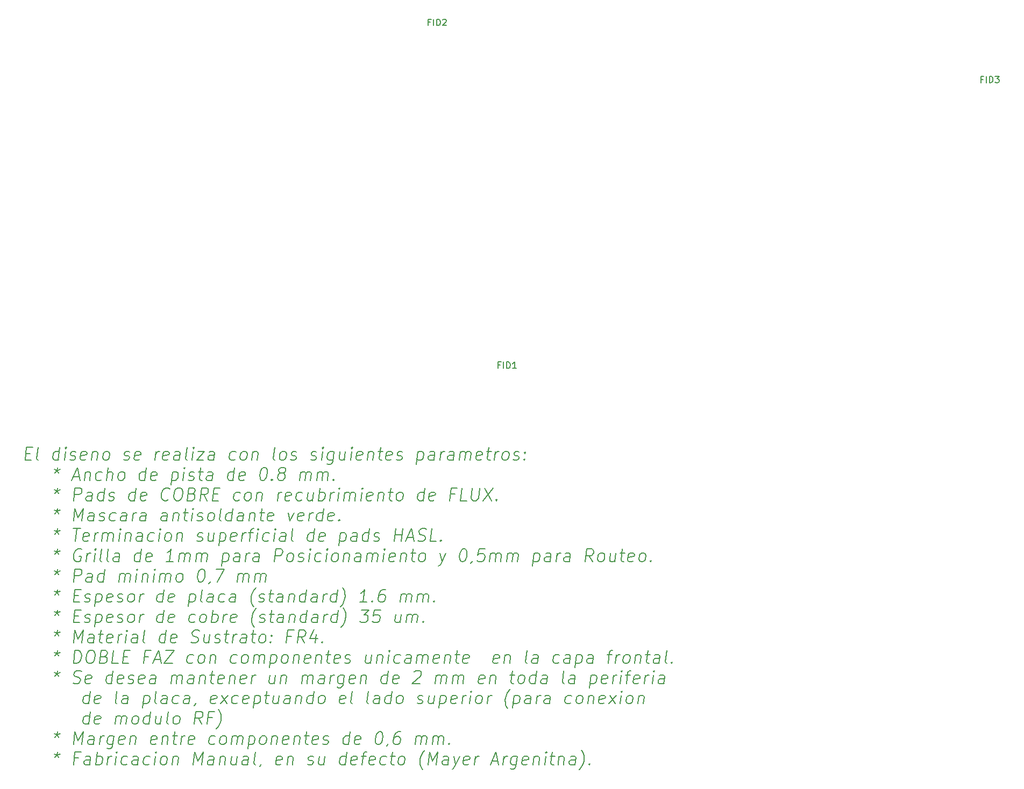
<source format=gbr>
%TF.GenerationSoftware,KiCad,Pcbnew,5.1.7-a382d34a8~87~ubuntu18.04.1*%
%TF.CreationDate,2020-10-27T09:38:10-03:00*%
%TF.ProjectId,Disp_Sec_V_1,44697370-5f53-4656-935f-565f312e6b69,1.1*%
%TF.SameCoordinates,Original*%
%TF.FileFunction,Other,ECO1*%
%FSLAX46Y46*%
G04 Gerber Fmt 4.6, Leading zero omitted, Abs format (unit mm)*
G04 Created by KiCad (PCBNEW 5.1.7-a382d34a8~87~ubuntu18.04.1) date 2020-10-27 09:38:10*
%MOMM*%
%LPD*%
G01*
G04 APERTURE LIST*
%ADD10C,0.200000*%
%ADD11C,0.150000*%
G04 APERTURE END LIST*
D10*
X70249047Y-132857142D02*
X70915714Y-132857142D01*
X71070476Y-133904761D02*
X70118095Y-133904761D01*
X70368095Y-131904761D01*
X71320476Y-131904761D01*
X72213333Y-133904761D02*
X72034761Y-133809523D01*
X71963333Y-133619047D01*
X72177619Y-131904761D01*
X75356190Y-133904761D02*
X75606190Y-131904761D01*
X75368095Y-133809523D02*
X75165714Y-133904761D01*
X74784761Y-133904761D01*
X74606190Y-133809523D01*
X74522857Y-133714285D01*
X74451428Y-133523809D01*
X74522857Y-132952380D01*
X74641904Y-132761904D01*
X74749047Y-132666666D01*
X74951428Y-132571428D01*
X75332380Y-132571428D01*
X75510952Y-132666666D01*
X76308571Y-133904761D02*
X76475238Y-132571428D01*
X76558571Y-131904761D02*
X76451428Y-132000000D01*
X76534761Y-132095238D01*
X76641904Y-132000000D01*
X76558571Y-131904761D01*
X76534761Y-132095238D01*
X77177619Y-133809523D02*
X77356190Y-133904761D01*
X77737142Y-133904761D01*
X77939523Y-133809523D01*
X78058571Y-133619047D01*
X78070476Y-133523809D01*
X77999047Y-133333333D01*
X77820476Y-133238095D01*
X77534761Y-133238095D01*
X77356190Y-133142857D01*
X77284761Y-132952380D01*
X77296666Y-132857142D01*
X77415714Y-132666666D01*
X77618095Y-132571428D01*
X77903809Y-132571428D01*
X78082380Y-132666666D01*
X79653809Y-133809523D02*
X79451428Y-133904761D01*
X79070476Y-133904761D01*
X78891904Y-133809523D01*
X78820476Y-133619047D01*
X78915714Y-132857142D01*
X79034761Y-132666666D01*
X79237142Y-132571428D01*
X79618095Y-132571428D01*
X79796666Y-132666666D01*
X79868095Y-132857142D01*
X79844285Y-133047619D01*
X78868095Y-133238095D01*
X80760952Y-132571428D02*
X80594285Y-133904761D01*
X80737142Y-132761904D02*
X80844285Y-132666666D01*
X81046666Y-132571428D01*
X81332380Y-132571428D01*
X81510952Y-132666666D01*
X81582380Y-132857142D01*
X81451428Y-133904761D01*
X82689523Y-133904761D02*
X82510952Y-133809523D01*
X82427619Y-133714285D01*
X82356190Y-133523809D01*
X82427619Y-132952380D01*
X82546666Y-132761904D01*
X82653809Y-132666666D01*
X82856190Y-132571428D01*
X83141904Y-132571428D01*
X83320476Y-132666666D01*
X83403809Y-132761904D01*
X83475238Y-132952380D01*
X83403809Y-133523809D01*
X83284761Y-133714285D01*
X83177619Y-133809523D01*
X82975238Y-133904761D01*
X82689523Y-133904761D01*
X85653809Y-133809523D02*
X85832380Y-133904761D01*
X86213333Y-133904761D01*
X86415714Y-133809523D01*
X86534761Y-133619047D01*
X86546666Y-133523809D01*
X86475238Y-133333333D01*
X86296666Y-133238095D01*
X86010952Y-133238095D01*
X85832380Y-133142857D01*
X85760952Y-132952380D01*
X85772857Y-132857142D01*
X85891904Y-132666666D01*
X86094285Y-132571428D01*
X86380000Y-132571428D01*
X86558571Y-132666666D01*
X88130000Y-133809523D02*
X87927619Y-133904761D01*
X87546666Y-133904761D01*
X87368095Y-133809523D01*
X87296666Y-133619047D01*
X87391904Y-132857142D01*
X87510952Y-132666666D01*
X87713333Y-132571428D01*
X88094285Y-132571428D01*
X88272857Y-132666666D01*
X88344285Y-132857142D01*
X88320476Y-133047619D01*
X87344285Y-133238095D01*
X90594285Y-133904761D02*
X90760952Y-132571428D01*
X90713333Y-132952380D02*
X90832380Y-132761904D01*
X90939523Y-132666666D01*
X91141904Y-132571428D01*
X91332380Y-132571428D01*
X92606190Y-133809523D02*
X92403809Y-133904761D01*
X92022857Y-133904761D01*
X91844285Y-133809523D01*
X91772857Y-133619047D01*
X91868095Y-132857142D01*
X91987142Y-132666666D01*
X92189523Y-132571428D01*
X92570476Y-132571428D01*
X92749047Y-132666666D01*
X92820476Y-132857142D01*
X92796666Y-133047619D01*
X91820476Y-133238095D01*
X94403809Y-133904761D02*
X94534761Y-132857142D01*
X94463333Y-132666666D01*
X94284761Y-132571428D01*
X93903809Y-132571428D01*
X93701428Y-132666666D01*
X94415714Y-133809523D02*
X94213333Y-133904761D01*
X93737142Y-133904761D01*
X93558571Y-133809523D01*
X93487142Y-133619047D01*
X93510952Y-133428571D01*
X93630000Y-133238095D01*
X93832380Y-133142857D01*
X94308571Y-133142857D01*
X94510952Y-133047619D01*
X95641904Y-133904761D02*
X95463333Y-133809523D01*
X95391904Y-133619047D01*
X95606190Y-131904761D01*
X96403809Y-133904761D02*
X96570476Y-132571428D01*
X96653809Y-131904761D02*
X96546666Y-132000000D01*
X96630000Y-132095238D01*
X96737142Y-132000000D01*
X96653809Y-131904761D01*
X96630000Y-132095238D01*
X97332380Y-132571428D02*
X98380000Y-132571428D01*
X97165714Y-133904761D01*
X98213333Y-133904761D01*
X99832380Y-133904761D02*
X99963333Y-132857142D01*
X99891904Y-132666666D01*
X99713333Y-132571428D01*
X99332380Y-132571428D01*
X99130000Y-132666666D01*
X99844285Y-133809523D02*
X99641904Y-133904761D01*
X99165714Y-133904761D01*
X98987142Y-133809523D01*
X98915714Y-133619047D01*
X98939523Y-133428571D01*
X99058571Y-133238095D01*
X99260952Y-133142857D01*
X99737142Y-133142857D01*
X99939523Y-133047619D01*
X103177619Y-133809523D02*
X102975238Y-133904761D01*
X102594285Y-133904761D01*
X102415714Y-133809523D01*
X102332380Y-133714285D01*
X102260952Y-133523809D01*
X102332380Y-132952380D01*
X102451428Y-132761904D01*
X102558571Y-132666666D01*
X102760952Y-132571428D01*
X103141904Y-132571428D01*
X103320476Y-132666666D01*
X104308571Y-133904761D02*
X104130000Y-133809523D01*
X104046666Y-133714285D01*
X103975238Y-133523809D01*
X104046666Y-132952380D01*
X104165714Y-132761904D01*
X104272857Y-132666666D01*
X104475238Y-132571428D01*
X104760952Y-132571428D01*
X104939523Y-132666666D01*
X105022857Y-132761904D01*
X105094285Y-132952380D01*
X105022857Y-133523809D01*
X104903809Y-133714285D01*
X104796666Y-133809523D01*
X104594285Y-133904761D01*
X104308571Y-133904761D01*
X105999047Y-132571428D02*
X105832380Y-133904761D01*
X105975238Y-132761904D02*
X106082380Y-132666666D01*
X106284761Y-132571428D01*
X106570476Y-132571428D01*
X106749047Y-132666666D01*
X106820476Y-132857142D01*
X106689523Y-133904761D01*
X109451428Y-133904761D02*
X109272857Y-133809523D01*
X109201428Y-133619047D01*
X109415714Y-131904761D01*
X110499047Y-133904761D02*
X110320476Y-133809523D01*
X110237142Y-133714285D01*
X110165714Y-133523809D01*
X110237142Y-132952380D01*
X110356190Y-132761904D01*
X110463333Y-132666666D01*
X110665714Y-132571428D01*
X110951428Y-132571428D01*
X111129999Y-132666666D01*
X111213333Y-132761904D01*
X111284761Y-132952380D01*
X111213333Y-133523809D01*
X111094285Y-133714285D01*
X110987142Y-133809523D01*
X110784761Y-133904761D01*
X110499047Y-133904761D01*
X111939523Y-133809523D02*
X112118095Y-133904761D01*
X112499047Y-133904761D01*
X112701428Y-133809523D01*
X112820476Y-133619047D01*
X112832380Y-133523809D01*
X112760952Y-133333333D01*
X112582380Y-133238095D01*
X112296666Y-133238095D01*
X112118095Y-133142857D01*
X112046666Y-132952380D01*
X112058571Y-132857142D01*
X112177619Y-132666666D01*
X112379999Y-132571428D01*
X112665714Y-132571428D01*
X112844285Y-132666666D01*
X115082380Y-133809523D02*
X115260952Y-133904761D01*
X115641904Y-133904761D01*
X115844285Y-133809523D01*
X115963333Y-133619047D01*
X115975238Y-133523809D01*
X115903809Y-133333333D01*
X115725238Y-133238095D01*
X115439523Y-133238095D01*
X115260952Y-133142857D01*
X115189523Y-132952380D01*
X115201428Y-132857142D01*
X115320476Y-132666666D01*
X115522857Y-132571428D01*
X115808571Y-132571428D01*
X115987142Y-132666666D01*
X116784761Y-133904761D02*
X116951428Y-132571428D01*
X117034761Y-131904761D02*
X116927619Y-132000000D01*
X117010952Y-132095238D01*
X117118095Y-132000000D01*
X117034761Y-131904761D01*
X117010952Y-132095238D01*
X118760952Y-132571428D02*
X118558571Y-134190476D01*
X118439523Y-134380952D01*
X118332380Y-134476190D01*
X118129999Y-134571428D01*
X117844285Y-134571428D01*
X117665714Y-134476190D01*
X118606190Y-133809523D02*
X118403809Y-133904761D01*
X118022857Y-133904761D01*
X117844285Y-133809523D01*
X117760952Y-133714285D01*
X117689523Y-133523809D01*
X117760952Y-132952380D01*
X117879999Y-132761904D01*
X117987142Y-132666666D01*
X118189523Y-132571428D01*
X118570476Y-132571428D01*
X118749047Y-132666666D01*
X120570476Y-132571428D02*
X120403809Y-133904761D01*
X119713333Y-132571428D02*
X119582380Y-133619047D01*
X119653809Y-133809523D01*
X119832380Y-133904761D01*
X120118095Y-133904761D01*
X120320476Y-133809523D01*
X120427619Y-133714285D01*
X121356190Y-133904761D02*
X121522857Y-132571428D01*
X121606190Y-131904761D02*
X121499047Y-132000000D01*
X121582380Y-132095238D01*
X121689523Y-132000000D01*
X121606190Y-131904761D01*
X121582380Y-132095238D01*
X123082380Y-133809523D02*
X122879999Y-133904761D01*
X122499047Y-133904761D01*
X122320476Y-133809523D01*
X122249047Y-133619047D01*
X122344285Y-132857142D01*
X122463333Y-132666666D01*
X122665714Y-132571428D01*
X123046666Y-132571428D01*
X123225238Y-132666666D01*
X123296666Y-132857142D01*
X123272857Y-133047619D01*
X122296666Y-133238095D01*
X124189523Y-132571428D02*
X124022857Y-133904761D01*
X124165714Y-132761904D02*
X124272857Y-132666666D01*
X124475238Y-132571428D01*
X124760952Y-132571428D01*
X124939523Y-132666666D01*
X125010952Y-132857142D01*
X124879999Y-133904761D01*
X125713333Y-132571428D02*
X126475238Y-132571428D01*
X126082380Y-131904761D02*
X125868095Y-133619047D01*
X125939523Y-133809523D01*
X126118095Y-133904761D01*
X126308571Y-133904761D01*
X127749047Y-133809523D02*
X127546666Y-133904761D01*
X127165714Y-133904761D01*
X126987142Y-133809523D01*
X126915714Y-133619047D01*
X127010952Y-132857142D01*
X127129999Y-132666666D01*
X127332380Y-132571428D01*
X127713333Y-132571428D01*
X127891904Y-132666666D01*
X127963333Y-132857142D01*
X127939523Y-133047619D01*
X126963333Y-133238095D01*
X128606190Y-133809523D02*
X128784761Y-133904761D01*
X129165714Y-133904761D01*
X129368095Y-133809523D01*
X129487142Y-133619047D01*
X129499047Y-133523809D01*
X129427619Y-133333333D01*
X129249047Y-133238095D01*
X128963333Y-133238095D01*
X128784761Y-133142857D01*
X128713333Y-132952380D01*
X128725238Y-132857142D01*
X128844285Y-132666666D01*
X129046666Y-132571428D01*
X129332380Y-132571428D01*
X129510952Y-132666666D01*
X131999047Y-132571428D02*
X131749047Y-134571428D01*
X131987142Y-132666666D02*
X132189523Y-132571428D01*
X132570476Y-132571428D01*
X132749047Y-132666666D01*
X132832380Y-132761904D01*
X132903809Y-132952380D01*
X132832380Y-133523809D01*
X132713333Y-133714285D01*
X132606190Y-133809523D01*
X132403809Y-133904761D01*
X132022857Y-133904761D01*
X131844285Y-133809523D01*
X134499047Y-133904761D02*
X134629999Y-132857142D01*
X134558571Y-132666666D01*
X134379999Y-132571428D01*
X133999047Y-132571428D01*
X133796666Y-132666666D01*
X134510952Y-133809523D02*
X134308571Y-133904761D01*
X133832380Y-133904761D01*
X133653809Y-133809523D01*
X133582380Y-133619047D01*
X133606190Y-133428571D01*
X133725238Y-133238095D01*
X133927619Y-133142857D01*
X134403809Y-133142857D01*
X134606190Y-133047619D01*
X135451428Y-133904761D02*
X135618095Y-132571428D01*
X135570476Y-132952380D02*
X135689523Y-132761904D01*
X135796666Y-132666666D01*
X135999047Y-132571428D01*
X136189523Y-132571428D01*
X137546666Y-133904761D02*
X137677619Y-132857142D01*
X137606190Y-132666666D01*
X137427619Y-132571428D01*
X137046666Y-132571428D01*
X136844285Y-132666666D01*
X137558571Y-133809523D02*
X137356190Y-133904761D01*
X136879999Y-133904761D01*
X136701428Y-133809523D01*
X136629999Y-133619047D01*
X136653809Y-133428571D01*
X136772857Y-133238095D01*
X136975238Y-133142857D01*
X137451428Y-133142857D01*
X137653809Y-133047619D01*
X138499047Y-133904761D02*
X138665714Y-132571428D01*
X138641904Y-132761904D02*
X138749047Y-132666666D01*
X138951428Y-132571428D01*
X139237142Y-132571428D01*
X139415714Y-132666666D01*
X139487142Y-132857142D01*
X139356190Y-133904761D01*
X139487142Y-132857142D02*
X139606190Y-132666666D01*
X139808571Y-132571428D01*
X140094285Y-132571428D01*
X140272857Y-132666666D01*
X140344285Y-132857142D01*
X140213333Y-133904761D01*
X141939523Y-133809523D02*
X141737142Y-133904761D01*
X141356190Y-133904761D01*
X141177619Y-133809523D01*
X141106190Y-133619047D01*
X141201428Y-132857142D01*
X141320476Y-132666666D01*
X141522857Y-132571428D01*
X141903809Y-132571428D01*
X142082380Y-132666666D01*
X142153809Y-132857142D01*
X142129999Y-133047619D01*
X141153809Y-133238095D01*
X142760952Y-132571428D02*
X143522857Y-132571428D01*
X143130000Y-131904761D02*
X142915714Y-133619047D01*
X142987142Y-133809523D01*
X143165714Y-133904761D01*
X143356190Y-133904761D01*
X144022857Y-133904761D02*
X144189523Y-132571428D01*
X144141904Y-132952380D02*
X144260952Y-132761904D01*
X144368095Y-132666666D01*
X144570476Y-132571428D01*
X144760952Y-132571428D01*
X145546666Y-133904761D02*
X145368095Y-133809523D01*
X145284761Y-133714285D01*
X145213333Y-133523809D01*
X145284761Y-132952380D01*
X145403809Y-132761904D01*
X145510952Y-132666666D01*
X145713333Y-132571428D01*
X145999047Y-132571428D01*
X146177619Y-132666666D01*
X146260952Y-132761904D01*
X146332380Y-132952380D01*
X146260952Y-133523809D01*
X146141904Y-133714285D01*
X146034761Y-133809523D01*
X145832380Y-133904761D01*
X145546666Y-133904761D01*
X146987142Y-133809523D02*
X147165714Y-133904761D01*
X147546666Y-133904761D01*
X147749047Y-133809523D01*
X147868095Y-133619047D01*
X147880000Y-133523809D01*
X147808571Y-133333333D01*
X147630000Y-133238095D01*
X147344285Y-133238095D01*
X147165714Y-133142857D01*
X147094285Y-132952380D01*
X147106190Y-132857142D01*
X147225238Y-132666666D01*
X147427619Y-132571428D01*
X147713333Y-132571428D01*
X147891904Y-132666666D01*
X148713333Y-133714285D02*
X148796666Y-133809523D01*
X148689523Y-133904761D01*
X148606190Y-133809523D01*
X148713333Y-133714285D01*
X148689523Y-133904761D01*
X148844285Y-132666666D02*
X148927619Y-132761904D01*
X148820476Y-132857142D01*
X148737142Y-132761904D01*
X148844285Y-132666666D01*
X148820476Y-132857142D01*
X75225238Y-135104761D02*
X75165714Y-135580952D01*
X74713333Y-135390476D02*
X75165714Y-135580952D01*
X75665714Y-135390476D01*
X74832380Y-135961904D02*
X75165714Y-135580952D01*
X75403809Y-135961904D01*
X77713333Y-136533333D02*
X78665714Y-136533333D01*
X77451428Y-137104761D02*
X78368095Y-135104761D01*
X78784761Y-137104761D01*
X79618095Y-135771428D02*
X79451428Y-137104761D01*
X79594285Y-135961904D02*
X79701428Y-135866666D01*
X79903809Y-135771428D01*
X80189523Y-135771428D01*
X80368095Y-135866666D01*
X80439523Y-136057142D01*
X80308571Y-137104761D01*
X82130000Y-137009523D02*
X81927619Y-137104761D01*
X81546666Y-137104761D01*
X81368095Y-137009523D01*
X81284761Y-136914285D01*
X81213333Y-136723809D01*
X81284761Y-136152380D01*
X81403809Y-135961904D01*
X81510952Y-135866666D01*
X81713333Y-135771428D01*
X82094285Y-135771428D01*
X82272857Y-135866666D01*
X82975238Y-137104761D02*
X83225238Y-135104761D01*
X83832380Y-137104761D02*
X83963333Y-136057142D01*
X83891904Y-135866666D01*
X83713333Y-135771428D01*
X83427619Y-135771428D01*
X83225238Y-135866666D01*
X83118095Y-135961904D01*
X85070476Y-137104761D02*
X84891904Y-137009523D01*
X84808571Y-136914285D01*
X84737142Y-136723809D01*
X84808571Y-136152380D01*
X84927619Y-135961904D01*
X85034761Y-135866666D01*
X85237142Y-135771428D01*
X85522857Y-135771428D01*
X85701428Y-135866666D01*
X85784761Y-135961904D01*
X85856190Y-136152380D01*
X85784761Y-136723809D01*
X85665714Y-136914285D01*
X85558571Y-137009523D01*
X85356190Y-137104761D01*
X85070476Y-137104761D01*
X88975238Y-137104761D02*
X89225238Y-135104761D01*
X88987142Y-137009523D02*
X88784761Y-137104761D01*
X88403809Y-137104761D01*
X88225238Y-137009523D01*
X88141904Y-136914285D01*
X88070476Y-136723809D01*
X88141904Y-136152380D01*
X88260952Y-135961904D01*
X88368095Y-135866666D01*
X88570476Y-135771428D01*
X88951428Y-135771428D01*
X89130000Y-135866666D01*
X90701428Y-137009523D02*
X90499047Y-137104761D01*
X90118095Y-137104761D01*
X89939523Y-137009523D01*
X89868095Y-136819047D01*
X89963333Y-136057142D01*
X90082380Y-135866666D01*
X90284761Y-135771428D01*
X90665714Y-135771428D01*
X90844285Y-135866666D01*
X90915714Y-136057142D01*
X90891904Y-136247619D01*
X89915714Y-136438095D01*
X93332380Y-135771428D02*
X93082380Y-137771428D01*
X93320476Y-135866666D02*
X93522857Y-135771428D01*
X93903809Y-135771428D01*
X94082380Y-135866666D01*
X94165714Y-135961904D01*
X94237142Y-136152380D01*
X94165714Y-136723809D01*
X94046666Y-136914285D01*
X93939523Y-137009523D01*
X93737142Y-137104761D01*
X93356190Y-137104761D01*
X93177619Y-137009523D01*
X94975238Y-137104761D02*
X95141904Y-135771428D01*
X95225238Y-135104761D02*
X95118095Y-135200000D01*
X95201428Y-135295238D01*
X95308571Y-135200000D01*
X95225238Y-135104761D01*
X95201428Y-135295238D01*
X95844285Y-137009523D02*
X96022857Y-137104761D01*
X96403809Y-137104761D01*
X96606190Y-137009523D01*
X96725238Y-136819047D01*
X96737142Y-136723809D01*
X96665714Y-136533333D01*
X96487142Y-136438095D01*
X96201428Y-136438095D01*
X96022857Y-136342857D01*
X95951428Y-136152380D01*
X95963333Y-136057142D01*
X96082380Y-135866666D01*
X96284761Y-135771428D01*
X96570476Y-135771428D01*
X96749047Y-135866666D01*
X97427619Y-135771428D02*
X98189523Y-135771428D01*
X97796666Y-135104761D02*
X97582380Y-136819047D01*
X97653809Y-137009523D01*
X97832380Y-137104761D01*
X98022857Y-137104761D01*
X99546666Y-137104761D02*
X99677619Y-136057142D01*
X99606190Y-135866666D01*
X99427619Y-135771428D01*
X99046666Y-135771428D01*
X98844285Y-135866666D01*
X99558571Y-137009523D02*
X99356190Y-137104761D01*
X98880000Y-137104761D01*
X98701428Y-137009523D01*
X98630000Y-136819047D01*
X98653809Y-136628571D01*
X98772857Y-136438095D01*
X98975238Y-136342857D01*
X99451428Y-136342857D01*
X99653809Y-136247619D01*
X102880000Y-137104761D02*
X103130000Y-135104761D01*
X102891904Y-137009523D02*
X102689523Y-137104761D01*
X102308571Y-137104761D01*
X102130000Y-137009523D01*
X102046666Y-136914285D01*
X101975238Y-136723809D01*
X102046666Y-136152380D01*
X102165714Y-135961904D01*
X102272857Y-135866666D01*
X102475238Y-135771428D01*
X102856190Y-135771428D01*
X103034761Y-135866666D01*
X104606190Y-137009523D02*
X104403809Y-137104761D01*
X104022857Y-137104761D01*
X103844285Y-137009523D01*
X103772857Y-136819047D01*
X103868095Y-136057142D01*
X103987142Y-135866666D01*
X104189523Y-135771428D01*
X104570476Y-135771428D01*
X104749047Y-135866666D01*
X104820476Y-136057142D01*
X104796666Y-136247619D01*
X103820476Y-136438095D01*
X107701428Y-135104761D02*
X107891904Y-135104761D01*
X108070476Y-135200000D01*
X108153809Y-135295238D01*
X108225238Y-135485714D01*
X108272857Y-135866666D01*
X108213333Y-136342857D01*
X108070476Y-136723809D01*
X107951428Y-136914285D01*
X107844285Y-137009523D01*
X107641904Y-137104761D01*
X107451428Y-137104761D01*
X107272857Y-137009523D01*
X107189523Y-136914285D01*
X107118095Y-136723809D01*
X107070476Y-136342857D01*
X107130000Y-135866666D01*
X107272857Y-135485714D01*
X107391904Y-135295238D01*
X107499047Y-135200000D01*
X107701428Y-135104761D01*
X108999047Y-136914285D02*
X109082380Y-137009523D01*
X108975238Y-137104761D01*
X108891904Y-137009523D01*
X108999047Y-136914285D01*
X108975238Y-137104761D01*
X110356190Y-135961904D02*
X110177619Y-135866666D01*
X110094285Y-135771428D01*
X110022857Y-135580952D01*
X110034761Y-135485714D01*
X110153809Y-135295238D01*
X110260952Y-135200000D01*
X110463333Y-135104761D01*
X110844285Y-135104761D01*
X111022857Y-135200000D01*
X111106190Y-135295238D01*
X111177619Y-135485714D01*
X111165714Y-135580952D01*
X111046666Y-135771428D01*
X110939523Y-135866666D01*
X110737142Y-135961904D01*
X110356190Y-135961904D01*
X110153809Y-136057142D01*
X110046666Y-136152380D01*
X109927619Y-136342857D01*
X109880000Y-136723809D01*
X109951428Y-136914285D01*
X110034761Y-137009523D01*
X110213333Y-137104761D01*
X110594285Y-137104761D01*
X110796666Y-137009523D01*
X110903809Y-136914285D01*
X111022857Y-136723809D01*
X111070476Y-136342857D01*
X110999047Y-136152380D01*
X110915714Y-136057142D01*
X110737142Y-135961904D01*
X113356190Y-137104761D02*
X113522857Y-135771428D01*
X113499047Y-135961904D02*
X113606190Y-135866666D01*
X113808571Y-135771428D01*
X114094285Y-135771428D01*
X114272857Y-135866666D01*
X114344285Y-136057142D01*
X114213333Y-137104761D01*
X114344285Y-136057142D02*
X114463333Y-135866666D01*
X114665714Y-135771428D01*
X114951428Y-135771428D01*
X115130000Y-135866666D01*
X115201428Y-136057142D01*
X115070476Y-137104761D01*
X116022857Y-137104761D02*
X116189523Y-135771428D01*
X116165714Y-135961904D02*
X116272857Y-135866666D01*
X116475238Y-135771428D01*
X116760952Y-135771428D01*
X116939523Y-135866666D01*
X117010952Y-136057142D01*
X116880000Y-137104761D01*
X117010952Y-136057142D02*
X117129999Y-135866666D01*
X117332380Y-135771428D01*
X117618095Y-135771428D01*
X117796666Y-135866666D01*
X117868095Y-136057142D01*
X117737142Y-137104761D01*
X118713333Y-136914285D02*
X118796666Y-137009523D01*
X118689523Y-137104761D01*
X118606190Y-137009523D01*
X118713333Y-136914285D01*
X118689523Y-137104761D01*
X75225238Y-138304761D02*
X75165714Y-138780952D01*
X74713333Y-138590476D02*
X75165714Y-138780952D01*
X75665714Y-138590476D01*
X74832380Y-139161904D02*
X75165714Y-138780952D01*
X75403809Y-139161904D01*
X77737142Y-140304761D02*
X77987142Y-138304761D01*
X78749047Y-138304761D01*
X78927619Y-138400000D01*
X79010952Y-138495238D01*
X79082380Y-138685714D01*
X79046666Y-138971428D01*
X78927619Y-139161904D01*
X78820476Y-139257142D01*
X78618095Y-139352380D01*
X77856190Y-139352380D01*
X80594285Y-140304761D02*
X80725238Y-139257142D01*
X80653809Y-139066666D01*
X80475238Y-138971428D01*
X80094285Y-138971428D01*
X79891904Y-139066666D01*
X80606190Y-140209523D02*
X80403809Y-140304761D01*
X79927619Y-140304761D01*
X79749047Y-140209523D01*
X79677619Y-140019047D01*
X79701428Y-139828571D01*
X79820476Y-139638095D01*
X80022857Y-139542857D01*
X80499047Y-139542857D01*
X80701428Y-139447619D01*
X82403809Y-140304761D02*
X82653809Y-138304761D01*
X82415714Y-140209523D02*
X82213333Y-140304761D01*
X81832380Y-140304761D01*
X81653809Y-140209523D01*
X81570476Y-140114285D01*
X81499047Y-139923809D01*
X81570476Y-139352380D01*
X81689523Y-139161904D01*
X81796666Y-139066666D01*
X81999047Y-138971428D01*
X82380000Y-138971428D01*
X82558571Y-139066666D01*
X83272857Y-140209523D02*
X83451428Y-140304761D01*
X83832380Y-140304761D01*
X84034761Y-140209523D01*
X84153809Y-140019047D01*
X84165714Y-139923809D01*
X84094285Y-139733333D01*
X83915714Y-139638095D01*
X83630000Y-139638095D01*
X83451428Y-139542857D01*
X83380000Y-139352380D01*
X83391904Y-139257142D01*
X83510952Y-139066666D01*
X83713333Y-138971428D01*
X83999047Y-138971428D01*
X84177619Y-139066666D01*
X87356190Y-140304761D02*
X87606190Y-138304761D01*
X87368095Y-140209523D02*
X87165714Y-140304761D01*
X86784761Y-140304761D01*
X86606190Y-140209523D01*
X86522857Y-140114285D01*
X86451428Y-139923809D01*
X86522857Y-139352380D01*
X86641904Y-139161904D01*
X86749047Y-139066666D01*
X86951428Y-138971428D01*
X87332380Y-138971428D01*
X87510952Y-139066666D01*
X89082380Y-140209523D02*
X88880000Y-140304761D01*
X88499047Y-140304761D01*
X88320476Y-140209523D01*
X88249047Y-140019047D01*
X88344285Y-139257142D01*
X88463333Y-139066666D01*
X88665714Y-138971428D01*
X89046666Y-138971428D01*
X89225238Y-139066666D01*
X89296666Y-139257142D01*
X89272857Y-139447619D01*
X88296666Y-139638095D01*
X92713333Y-140114285D02*
X92606190Y-140209523D01*
X92308571Y-140304761D01*
X92118095Y-140304761D01*
X91844285Y-140209523D01*
X91677619Y-140019047D01*
X91606190Y-139828571D01*
X91558571Y-139447619D01*
X91594285Y-139161904D01*
X91737142Y-138780952D01*
X91856190Y-138590476D01*
X92070476Y-138400000D01*
X92368095Y-138304761D01*
X92558571Y-138304761D01*
X92832380Y-138400000D01*
X92915714Y-138495238D01*
X94177619Y-138304761D02*
X94558571Y-138304761D01*
X94737142Y-138400000D01*
X94903809Y-138590476D01*
X94951428Y-138971428D01*
X94868095Y-139638095D01*
X94725238Y-140019047D01*
X94510952Y-140209523D01*
X94308571Y-140304761D01*
X93927619Y-140304761D01*
X93749047Y-140209523D01*
X93582380Y-140019047D01*
X93534761Y-139638095D01*
X93618095Y-138971428D01*
X93760952Y-138590476D01*
X93975238Y-138400000D01*
X94177619Y-138304761D01*
X96439523Y-139257142D02*
X96713333Y-139352380D01*
X96796666Y-139447619D01*
X96868095Y-139638095D01*
X96832380Y-139923809D01*
X96713333Y-140114285D01*
X96606190Y-140209523D01*
X96403809Y-140304761D01*
X95641904Y-140304761D01*
X95891904Y-138304761D01*
X96558571Y-138304761D01*
X96737142Y-138400000D01*
X96820476Y-138495238D01*
X96891904Y-138685714D01*
X96868095Y-138876190D01*
X96749047Y-139066666D01*
X96641904Y-139161904D01*
X96439523Y-139257142D01*
X95772857Y-139257142D01*
X98784761Y-140304761D02*
X98237142Y-139352380D01*
X97641904Y-140304761D02*
X97891904Y-138304761D01*
X98653809Y-138304761D01*
X98832380Y-138400000D01*
X98915714Y-138495238D01*
X98987142Y-138685714D01*
X98951428Y-138971428D01*
X98832380Y-139161904D01*
X98725238Y-139257142D01*
X98522857Y-139352380D01*
X97760952Y-139352380D01*
X99772857Y-139257142D02*
X100439523Y-139257142D01*
X100594285Y-140304761D02*
X99641904Y-140304761D01*
X99891904Y-138304761D01*
X100844285Y-138304761D01*
X103844285Y-140209523D02*
X103641904Y-140304761D01*
X103260952Y-140304761D01*
X103082380Y-140209523D01*
X102999047Y-140114285D01*
X102927619Y-139923809D01*
X102999047Y-139352380D01*
X103118095Y-139161904D01*
X103225238Y-139066666D01*
X103427619Y-138971428D01*
X103808571Y-138971428D01*
X103987142Y-139066666D01*
X104975238Y-140304761D02*
X104796666Y-140209523D01*
X104713333Y-140114285D01*
X104641904Y-139923809D01*
X104713333Y-139352380D01*
X104832380Y-139161904D01*
X104939523Y-139066666D01*
X105141904Y-138971428D01*
X105427619Y-138971428D01*
X105606190Y-139066666D01*
X105689523Y-139161904D01*
X105760952Y-139352380D01*
X105689523Y-139923809D01*
X105570476Y-140114285D01*
X105463333Y-140209523D01*
X105260952Y-140304761D01*
X104975238Y-140304761D01*
X106665714Y-138971428D02*
X106499047Y-140304761D01*
X106641904Y-139161904D02*
X106749047Y-139066666D01*
X106951428Y-138971428D01*
X107237142Y-138971428D01*
X107415714Y-139066666D01*
X107487142Y-139257142D01*
X107356190Y-140304761D01*
X109832380Y-140304761D02*
X109999047Y-138971428D01*
X109951428Y-139352380D02*
X110070476Y-139161904D01*
X110177619Y-139066666D01*
X110379999Y-138971428D01*
X110570476Y-138971428D01*
X111844285Y-140209523D02*
X111641904Y-140304761D01*
X111260952Y-140304761D01*
X111082380Y-140209523D01*
X111010952Y-140019047D01*
X111106190Y-139257142D01*
X111225238Y-139066666D01*
X111427619Y-138971428D01*
X111808571Y-138971428D01*
X111987142Y-139066666D01*
X112058571Y-139257142D01*
X112034761Y-139447619D01*
X111058571Y-139638095D01*
X113653809Y-140209523D02*
X113451428Y-140304761D01*
X113070476Y-140304761D01*
X112891904Y-140209523D01*
X112808571Y-140114285D01*
X112737142Y-139923809D01*
X112808571Y-139352380D01*
X112927619Y-139161904D01*
X113034761Y-139066666D01*
X113237142Y-138971428D01*
X113618095Y-138971428D01*
X113796666Y-139066666D01*
X115522857Y-138971428D02*
X115356190Y-140304761D01*
X114665714Y-138971428D02*
X114534761Y-140019047D01*
X114606190Y-140209523D01*
X114784761Y-140304761D01*
X115070476Y-140304761D01*
X115272857Y-140209523D01*
X115380000Y-140114285D01*
X116308571Y-140304761D02*
X116558571Y-138304761D01*
X116463333Y-139066666D02*
X116665714Y-138971428D01*
X117046666Y-138971428D01*
X117225238Y-139066666D01*
X117308571Y-139161904D01*
X117379999Y-139352380D01*
X117308571Y-139923809D01*
X117189523Y-140114285D01*
X117082380Y-140209523D01*
X116879999Y-140304761D01*
X116499047Y-140304761D01*
X116320476Y-140209523D01*
X118118095Y-140304761D02*
X118284761Y-138971428D01*
X118237142Y-139352380D02*
X118356190Y-139161904D01*
X118463333Y-139066666D01*
X118665714Y-138971428D01*
X118856190Y-138971428D01*
X119356190Y-140304761D02*
X119522857Y-138971428D01*
X119606190Y-138304761D02*
X119499047Y-138400000D01*
X119582380Y-138495238D01*
X119689523Y-138400000D01*
X119606190Y-138304761D01*
X119582380Y-138495238D01*
X120308571Y-140304761D02*
X120475238Y-138971428D01*
X120451428Y-139161904D02*
X120558571Y-139066666D01*
X120760952Y-138971428D01*
X121046666Y-138971428D01*
X121225238Y-139066666D01*
X121296666Y-139257142D01*
X121165714Y-140304761D01*
X121296666Y-139257142D02*
X121415714Y-139066666D01*
X121618095Y-138971428D01*
X121903809Y-138971428D01*
X122082380Y-139066666D01*
X122153809Y-139257142D01*
X122022857Y-140304761D01*
X122975238Y-140304761D02*
X123141904Y-138971428D01*
X123225238Y-138304761D02*
X123118095Y-138400000D01*
X123201428Y-138495238D01*
X123308571Y-138400000D01*
X123225238Y-138304761D01*
X123201428Y-138495238D01*
X124701428Y-140209523D02*
X124499047Y-140304761D01*
X124118095Y-140304761D01*
X123939523Y-140209523D01*
X123868095Y-140019047D01*
X123963333Y-139257142D01*
X124082380Y-139066666D01*
X124284761Y-138971428D01*
X124665714Y-138971428D01*
X124844285Y-139066666D01*
X124915714Y-139257142D01*
X124891904Y-139447619D01*
X123915714Y-139638095D01*
X125808571Y-138971428D02*
X125641904Y-140304761D01*
X125784761Y-139161904D02*
X125891904Y-139066666D01*
X126094285Y-138971428D01*
X126379999Y-138971428D01*
X126558571Y-139066666D01*
X126630000Y-139257142D01*
X126499047Y-140304761D01*
X127332380Y-138971428D02*
X128094285Y-138971428D01*
X127701428Y-138304761D02*
X127487142Y-140019047D01*
X127558571Y-140209523D01*
X127737142Y-140304761D01*
X127927619Y-140304761D01*
X128879999Y-140304761D02*
X128701428Y-140209523D01*
X128618095Y-140114285D01*
X128546666Y-139923809D01*
X128618095Y-139352380D01*
X128737142Y-139161904D01*
X128844285Y-139066666D01*
X129046666Y-138971428D01*
X129332380Y-138971428D01*
X129510952Y-139066666D01*
X129594285Y-139161904D01*
X129665714Y-139352380D01*
X129594285Y-139923809D01*
X129475238Y-140114285D01*
X129368095Y-140209523D01*
X129165714Y-140304761D01*
X128879999Y-140304761D01*
X132784761Y-140304761D02*
X133034761Y-138304761D01*
X132796666Y-140209523D02*
X132594285Y-140304761D01*
X132213333Y-140304761D01*
X132034761Y-140209523D01*
X131951428Y-140114285D01*
X131879999Y-139923809D01*
X131951428Y-139352380D01*
X132070476Y-139161904D01*
X132177619Y-139066666D01*
X132379999Y-138971428D01*
X132760952Y-138971428D01*
X132939523Y-139066666D01*
X134510952Y-140209523D02*
X134308571Y-140304761D01*
X133927619Y-140304761D01*
X133749047Y-140209523D01*
X133677619Y-140019047D01*
X133772857Y-139257142D01*
X133891904Y-139066666D01*
X134094285Y-138971428D01*
X134475238Y-138971428D01*
X134653809Y-139066666D01*
X134725238Y-139257142D01*
X134701428Y-139447619D01*
X133725238Y-139638095D01*
X137772857Y-139257142D02*
X137106190Y-139257142D01*
X136975238Y-140304761D02*
X137225238Y-138304761D01*
X138177619Y-138304761D01*
X139641904Y-140304761D02*
X138689523Y-140304761D01*
X138939523Y-138304761D01*
X140558571Y-138304761D02*
X140356190Y-139923809D01*
X140427619Y-140114285D01*
X140510952Y-140209523D01*
X140689523Y-140304761D01*
X141070476Y-140304761D01*
X141272857Y-140209523D01*
X141379999Y-140114285D01*
X141499047Y-139923809D01*
X141701428Y-138304761D01*
X142463333Y-138304761D02*
X143546666Y-140304761D01*
X143796666Y-138304761D02*
X142213333Y-140304761D01*
X144332380Y-140114285D02*
X144415714Y-140209523D01*
X144308571Y-140304761D01*
X144225238Y-140209523D01*
X144332380Y-140114285D01*
X144308571Y-140304761D01*
X75225238Y-141504761D02*
X75165714Y-141980952D01*
X74713333Y-141790476D02*
X75165714Y-141980952D01*
X75665714Y-141790476D01*
X74832380Y-142361904D02*
X75165714Y-141980952D01*
X75403809Y-142361904D01*
X77737142Y-143504761D02*
X77987142Y-141504761D01*
X78475238Y-142933333D01*
X79320476Y-141504761D01*
X79070476Y-143504761D01*
X80880000Y-143504761D02*
X81010952Y-142457142D01*
X80939523Y-142266666D01*
X80760952Y-142171428D01*
X80380000Y-142171428D01*
X80177619Y-142266666D01*
X80891904Y-143409523D02*
X80689523Y-143504761D01*
X80213333Y-143504761D01*
X80034761Y-143409523D01*
X79963333Y-143219047D01*
X79987142Y-143028571D01*
X80106190Y-142838095D01*
X80308571Y-142742857D01*
X80784761Y-142742857D01*
X80987142Y-142647619D01*
X81749047Y-143409523D02*
X81927619Y-143504761D01*
X82308571Y-143504761D01*
X82510952Y-143409523D01*
X82630000Y-143219047D01*
X82641904Y-143123809D01*
X82570476Y-142933333D01*
X82391904Y-142838095D01*
X82106190Y-142838095D01*
X81927619Y-142742857D01*
X81856190Y-142552380D01*
X81868095Y-142457142D01*
X81987142Y-142266666D01*
X82189523Y-142171428D01*
X82475238Y-142171428D01*
X82653809Y-142266666D01*
X84320476Y-143409523D02*
X84118095Y-143504761D01*
X83737142Y-143504761D01*
X83558571Y-143409523D01*
X83475238Y-143314285D01*
X83403809Y-143123809D01*
X83475238Y-142552380D01*
X83594285Y-142361904D01*
X83701428Y-142266666D01*
X83903809Y-142171428D01*
X84284761Y-142171428D01*
X84463333Y-142266666D01*
X86022857Y-143504761D02*
X86153809Y-142457142D01*
X86082380Y-142266666D01*
X85903809Y-142171428D01*
X85522857Y-142171428D01*
X85320476Y-142266666D01*
X86034761Y-143409523D02*
X85832380Y-143504761D01*
X85356190Y-143504761D01*
X85177619Y-143409523D01*
X85106190Y-143219047D01*
X85130000Y-143028571D01*
X85249047Y-142838095D01*
X85451428Y-142742857D01*
X85927619Y-142742857D01*
X86130000Y-142647619D01*
X86975238Y-143504761D02*
X87141904Y-142171428D01*
X87094285Y-142552380D02*
X87213333Y-142361904D01*
X87320476Y-142266666D01*
X87522857Y-142171428D01*
X87713333Y-142171428D01*
X89070476Y-143504761D02*
X89201428Y-142457142D01*
X89130000Y-142266666D01*
X88951428Y-142171428D01*
X88570476Y-142171428D01*
X88368095Y-142266666D01*
X89082380Y-143409523D02*
X88880000Y-143504761D01*
X88403809Y-143504761D01*
X88225238Y-143409523D01*
X88153809Y-143219047D01*
X88177619Y-143028571D01*
X88296666Y-142838095D01*
X88499047Y-142742857D01*
X88975238Y-142742857D01*
X89177619Y-142647619D01*
X92403809Y-143504761D02*
X92534761Y-142457142D01*
X92463333Y-142266666D01*
X92284761Y-142171428D01*
X91903809Y-142171428D01*
X91701428Y-142266666D01*
X92415714Y-143409523D02*
X92213333Y-143504761D01*
X91737142Y-143504761D01*
X91558571Y-143409523D01*
X91487142Y-143219047D01*
X91510952Y-143028571D01*
X91630000Y-142838095D01*
X91832380Y-142742857D01*
X92308571Y-142742857D01*
X92510952Y-142647619D01*
X93522857Y-142171428D02*
X93356190Y-143504761D01*
X93499047Y-142361904D02*
X93606190Y-142266666D01*
X93808571Y-142171428D01*
X94094285Y-142171428D01*
X94272857Y-142266666D01*
X94344285Y-142457142D01*
X94213333Y-143504761D01*
X95046666Y-142171428D02*
X95808571Y-142171428D01*
X95415714Y-141504761D02*
X95201428Y-143219047D01*
X95272857Y-143409523D01*
X95451428Y-143504761D01*
X95641904Y-143504761D01*
X96308571Y-143504761D02*
X96475238Y-142171428D01*
X96558571Y-141504761D02*
X96451428Y-141600000D01*
X96534761Y-141695238D01*
X96641904Y-141600000D01*
X96558571Y-141504761D01*
X96534761Y-141695238D01*
X97177619Y-143409523D02*
X97356190Y-143504761D01*
X97737142Y-143504761D01*
X97939523Y-143409523D01*
X98058571Y-143219047D01*
X98070476Y-143123809D01*
X97999047Y-142933333D01*
X97820476Y-142838095D01*
X97534761Y-142838095D01*
X97356190Y-142742857D01*
X97284761Y-142552380D01*
X97296666Y-142457142D01*
X97415714Y-142266666D01*
X97618095Y-142171428D01*
X97903809Y-142171428D01*
X98082380Y-142266666D01*
X99165714Y-143504761D02*
X98987142Y-143409523D01*
X98903809Y-143314285D01*
X98832380Y-143123809D01*
X98903809Y-142552380D01*
X99022857Y-142361904D01*
X99130000Y-142266666D01*
X99332380Y-142171428D01*
X99618095Y-142171428D01*
X99796666Y-142266666D01*
X99880000Y-142361904D01*
X99951428Y-142552380D01*
X99880000Y-143123809D01*
X99760952Y-143314285D01*
X99653809Y-143409523D01*
X99451428Y-143504761D01*
X99165714Y-143504761D01*
X100975238Y-143504761D02*
X100796666Y-143409523D01*
X100725238Y-143219047D01*
X100939523Y-141504761D01*
X102594285Y-143504761D02*
X102844285Y-141504761D01*
X102606190Y-143409523D02*
X102403809Y-143504761D01*
X102022857Y-143504761D01*
X101844285Y-143409523D01*
X101760952Y-143314285D01*
X101689523Y-143123809D01*
X101760952Y-142552380D01*
X101880000Y-142361904D01*
X101987142Y-142266666D01*
X102189523Y-142171428D01*
X102570476Y-142171428D01*
X102749047Y-142266666D01*
X104403809Y-143504761D02*
X104534761Y-142457142D01*
X104463333Y-142266666D01*
X104284761Y-142171428D01*
X103903809Y-142171428D01*
X103701428Y-142266666D01*
X104415714Y-143409523D02*
X104213333Y-143504761D01*
X103737142Y-143504761D01*
X103558571Y-143409523D01*
X103487142Y-143219047D01*
X103510952Y-143028571D01*
X103630000Y-142838095D01*
X103832380Y-142742857D01*
X104308571Y-142742857D01*
X104510952Y-142647619D01*
X105522857Y-142171428D02*
X105356190Y-143504761D01*
X105499047Y-142361904D02*
X105606190Y-142266666D01*
X105808571Y-142171428D01*
X106094285Y-142171428D01*
X106272857Y-142266666D01*
X106344285Y-142457142D01*
X106213333Y-143504761D01*
X107046666Y-142171428D02*
X107808571Y-142171428D01*
X107415714Y-141504761D02*
X107201428Y-143219047D01*
X107272857Y-143409523D01*
X107451428Y-143504761D01*
X107641904Y-143504761D01*
X109082380Y-143409523D02*
X108880000Y-143504761D01*
X108499047Y-143504761D01*
X108320476Y-143409523D01*
X108249047Y-143219047D01*
X108344285Y-142457142D01*
X108463333Y-142266666D01*
X108665714Y-142171428D01*
X109046666Y-142171428D01*
X109225238Y-142266666D01*
X109296666Y-142457142D01*
X109272857Y-142647619D01*
X108296666Y-142838095D01*
X111522857Y-142171428D02*
X111832380Y-143504761D01*
X112475238Y-142171428D01*
X113844285Y-143409523D02*
X113641904Y-143504761D01*
X113260952Y-143504761D01*
X113082380Y-143409523D01*
X113010952Y-143219047D01*
X113106190Y-142457142D01*
X113225238Y-142266666D01*
X113427619Y-142171428D01*
X113808571Y-142171428D01*
X113987142Y-142266666D01*
X114058571Y-142457142D01*
X114034761Y-142647619D01*
X113058571Y-142838095D01*
X114784761Y-143504761D02*
X114951428Y-142171428D01*
X114903809Y-142552380D02*
X115022857Y-142361904D01*
X115130000Y-142266666D01*
X115332380Y-142171428D01*
X115522857Y-142171428D01*
X116880000Y-143504761D02*
X117130000Y-141504761D01*
X116891904Y-143409523D02*
X116689523Y-143504761D01*
X116308571Y-143504761D01*
X116130000Y-143409523D01*
X116046666Y-143314285D01*
X115975238Y-143123809D01*
X116046666Y-142552380D01*
X116165714Y-142361904D01*
X116272857Y-142266666D01*
X116475238Y-142171428D01*
X116856190Y-142171428D01*
X117034761Y-142266666D01*
X118606190Y-143409523D02*
X118403809Y-143504761D01*
X118022857Y-143504761D01*
X117844285Y-143409523D01*
X117772857Y-143219047D01*
X117868095Y-142457142D01*
X117987142Y-142266666D01*
X118189523Y-142171428D01*
X118570476Y-142171428D01*
X118749047Y-142266666D01*
X118820476Y-142457142D01*
X118796666Y-142647619D01*
X117820476Y-142838095D01*
X119570476Y-143314285D02*
X119653809Y-143409523D01*
X119546666Y-143504761D01*
X119463333Y-143409523D01*
X119570476Y-143314285D01*
X119546666Y-143504761D01*
X75225238Y-144704761D02*
X75165714Y-145180952D01*
X74713333Y-144990476D02*
X75165714Y-145180952D01*
X75665714Y-144990476D01*
X74832380Y-145561904D02*
X75165714Y-145180952D01*
X75403809Y-145561904D01*
X77701428Y-144704761D02*
X78844285Y-144704761D01*
X78022857Y-146704761D02*
X78272857Y-144704761D01*
X80034761Y-146609523D02*
X79832380Y-146704761D01*
X79451428Y-146704761D01*
X79272857Y-146609523D01*
X79201428Y-146419047D01*
X79296666Y-145657142D01*
X79415714Y-145466666D01*
X79618095Y-145371428D01*
X79999047Y-145371428D01*
X80177619Y-145466666D01*
X80249047Y-145657142D01*
X80225238Y-145847619D01*
X79249047Y-146038095D01*
X80975238Y-146704761D02*
X81141904Y-145371428D01*
X81094285Y-145752380D02*
X81213333Y-145561904D01*
X81320476Y-145466666D01*
X81522857Y-145371428D01*
X81713333Y-145371428D01*
X82213333Y-146704761D02*
X82380000Y-145371428D01*
X82356190Y-145561904D02*
X82463333Y-145466666D01*
X82665714Y-145371428D01*
X82951428Y-145371428D01*
X83130000Y-145466666D01*
X83201428Y-145657142D01*
X83070476Y-146704761D01*
X83201428Y-145657142D02*
X83320476Y-145466666D01*
X83522857Y-145371428D01*
X83808571Y-145371428D01*
X83987142Y-145466666D01*
X84058571Y-145657142D01*
X83927619Y-146704761D01*
X84880000Y-146704761D02*
X85046666Y-145371428D01*
X85130000Y-144704761D02*
X85022857Y-144800000D01*
X85106190Y-144895238D01*
X85213333Y-144800000D01*
X85130000Y-144704761D01*
X85106190Y-144895238D01*
X85999047Y-145371428D02*
X85832380Y-146704761D01*
X85975238Y-145561904D02*
X86082380Y-145466666D01*
X86284761Y-145371428D01*
X86570476Y-145371428D01*
X86749047Y-145466666D01*
X86820476Y-145657142D01*
X86689523Y-146704761D01*
X88499047Y-146704761D02*
X88630000Y-145657142D01*
X88558571Y-145466666D01*
X88380000Y-145371428D01*
X87999047Y-145371428D01*
X87796666Y-145466666D01*
X88510952Y-146609523D02*
X88308571Y-146704761D01*
X87832380Y-146704761D01*
X87653809Y-146609523D01*
X87582380Y-146419047D01*
X87606190Y-146228571D01*
X87725238Y-146038095D01*
X87927619Y-145942857D01*
X88403809Y-145942857D01*
X88606190Y-145847619D01*
X90320476Y-146609523D02*
X90118095Y-146704761D01*
X89737142Y-146704761D01*
X89558571Y-146609523D01*
X89475238Y-146514285D01*
X89403809Y-146323809D01*
X89475238Y-145752380D01*
X89594285Y-145561904D01*
X89701428Y-145466666D01*
X89903809Y-145371428D01*
X90284761Y-145371428D01*
X90463333Y-145466666D01*
X91165714Y-146704761D02*
X91332380Y-145371428D01*
X91415714Y-144704761D02*
X91308571Y-144800000D01*
X91391904Y-144895238D01*
X91499047Y-144800000D01*
X91415714Y-144704761D01*
X91391904Y-144895238D01*
X92403809Y-146704761D02*
X92225238Y-146609523D01*
X92141904Y-146514285D01*
X92070476Y-146323809D01*
X92141904Y-145752380D01*
X92260952Y-145561904D01*
X92368095Y-145466666D01*
X92570476Y-145371428D01*
X92856190Y-145371428D01*
X93034761Y-145466666D01*
X93118095Y-145561904D01*
X93189523Y-145752380D01*
X93118095Y-146323809D01*
X92999047Y-146514285D01*
X92891904Y-146609523D01*
X92689523Y-146704761D01*
X92403809Y-146704761D01*
X94094285Y-145371428D02*
X93927619Y-146704761D01*
X94070476Y-145561904D02*
X94177619Y-145466666D01*
X94380000Y-145371428D01*
X94665714Y-145371428D01*
X94844285Y-145466666D01*
X94915714Y-145657142D01*
X94784761Y-146704761D01*
X97177619Y-146609523D02*
X97356190Y-146704761D01*
X97737142Y-146704761D01*
X97939523Y-146609523D01*
X98058571Y-146419047D01*
X98070476Y-146323809D01*
X97999047Y-146133333D01*
X97820476Y-146038095D01*
X97534761Y-146038095D01*
X97356190Y-145942857D01*
X97284761Y-145752380D01*
X97296666Y-145657142D01*
X97415714Y-145466666D01*
X97618095Y-145371428D01*
X97903809Y-145371428D01*
X98082380Y-145466666D01*
X99903809Y-145371428D02*
X99737142Y-146704761D01*
X99046666Y-145371428D02*
X98915714Y-146419047D01*
X98987142Y-146609523D01*
X99165714Y-146704761D01*
X99451428Y-146704761D01*
X99653809Y-146609523D01*
X99760952Y-146514285D01*
X100856190Y-145371428D02*
X100606190Y-147371428D01*
X100844285Y-145466666D02*
X101046666Y-145371428D01*
X101427619Y-145371428D01*
X101606190Y-145466666D01*
X101689523Y-145561904D01*
X101760952Y-145752380D01*
X101689523Y-146323809D01*
X101570476Y-146514285D01*
X101463333Y-146609523D01*
X101260952Y-146704761D01*
X100880000Y-146704761D01*
X100701428Y-146609523D01*
X103272857Y-146609523D02*
X103070476Y-146704761D01*
X102689523Y-146704761D01*
X102510952Y-146609523D01*
X102439523Y-146419047D01*
X102534761Y-145657142D01*
X102653809Y-145466666D01*
X102856190Y-145371428D01*
X103237142Y-145371428D01*
X103415714Y-145466666D01*
X103487142Y-145657142D01*
X103463333Y-145847619D01*
X102487142Y-146038095D01*
X104213333Y-146704761D02*
X104380000Y-145371428D01*
X104332380Y-145752380D02*
X104451428Y-145561904D01*
X104558571Y-145466666D01*
X104760952Y-145371428D01*
X104951428Y-145371428D01*
X105332380Y-145371428D02*
X106094285Y-145371428D01*
X105451428Y-146704761D02*
X105665714Y-144990476D01*
X105784761Y-144800000D01*
X105987142Y-144704761D01*
X106177619Y-144704761D01*
X106594285Y-146704761D02*
X106760952Y-145371428D01*
X106844285Y-144704761D02*
X106737142Y-144800000D01*
X106820476Y-144895238D01*
X106927619Y-144800000D01*
X106844285Y-144704761D01*
X106820476Y-144895238D01*
X108415714Y-146609523D02*
X108213333Y-146704761D01*
X107832380Y-146704761D01*
X107653809Y-146609523D01*
X107570476Y-146514285D01*
X107499047Y-146323809D01*
X107570476Y-145752380D01*
X107689523Y-145561904D01*
X107796666Y-145466666D01*
X107999047Y-145371428D01*
X108380000Y-145371428D01*
X108558571Y-145466666D01*
X109260952Y-146704761D02*
X109427619Y-145371428D01*
X109510952Y-144704761D02*
X109403809Y-144800000D01*
X109487142Y-144895238D01*
X109594285Y-144800000D01*
X109510952Y-144704761D01*
X109487142Y-144895238D01*
X111070476Y-146704761D02*
X111201428Y-145657142D01*
X111130000Y-145466666D01*
X110951428Y-145371428D01*
X110570476Y-145371428D01*
X110368095Y-145466666D01*
X111082380Y-146609523D02*
X110880000Y-146704761D01*
X110403809Y-146704761D01*
X110225238Y-146609523D01*
X110153809Y-146419047D01*
X110177619Y-146228571D01*
X110296666Y-146038095D01*
X110499047Y-145942857D01*
X110975238Y-145942857D01*
X111177619Y-145847619D01*
X112308571Y-146704761D02*
X112130000Y-146609523D01*
X112058571Y-146419047D01*
X112272857Y-144704761D01*
X115451428Y-146704761D02*
X115701428Y-144704761D01*
X115463333Y-146609523D02*
X115260952Y-146704761D01*
X114880000Y-146704761D01*
X114701428Y-146609523D01*
X114618095Y-146514285D01*
X114546666Y-146323809D01*
X114618095Y-145752380D01*
X114737142Y-145561904D01*
X114844285Y-145466666D01*
X115046666Y-145371428D01*
X115427619Y-145371428D01*
X115606190Y-145466666D01*
X117177619Y-146609523D02*
X116975238Y-146704761D01*
X116594285Y-146704761D01*
X116415714Y-146609523D01*
X116344285Y-146419047D01*
X116439523Y-145657142D01*
X116558571Y-145466666D01*
X116760952Y-145371428D01*
X117141904Y-145371428D01*
X117320476Y-145466666D01*
X117391904Y-145657142D01*
X117368095Y-145847619D01*
X116391904Y-146038095D01*
X119808571Y-145371428D02*
X119558571Y-147371428D01*
X119796666Y-145466666D02*
X119999047Y-145371428D01*
X120379999Y-145371428D01*
X120558571Y-145466666D01*
X120641904Y-145561904D01*
X120713333Y-145752380D01*
X120641904Y-146323809D01*
X120522857Y-146514285D01*
X120415714Y-146609523D01*
X120213333Y-146704761D01*
X119832380Y-146704761D01*
X119653809Y-146609523D01*
X122308571Y-146704761D02*
X122439523Y-145657142D01*
X122368095Y-145466666D01*
X122189523Y-145371428D01*
X121808571Y-145371428D01*
X121606190Y-145466666D01*
X122320476Y-146609523D02*
X122118095Y-146704761D01*
X121641904Y-146704761D01*
X121463333Y-146609523D01*
X121391904Y-146419047D01*
X121415714Y-146228571D01*
X121534761Y-146038095D01*
X121737142Y-145942857D01*
X122213333Y-145942857D01*
X122415714Y-145847619D01*
X124118095Y-146704761D02*
X124368095Y-144704761D01*
X124129999Y-146609523D02*
X123927619Y-146704761D01*
X123546666Y-146704761D01*
X123368095Y-146609523D01*
X123284761Y-146514285D01*
X123213333Y-146323809D01*
X123284761Y-145752380D01*
X123403809Y-145561904D01*
X123510952Y-145466666D01*
X123713333Y-145371428D01*
X124094285Y-145371428D01*
X124272857Y-145466666D01*
X124987142Y-146609523D02*
X125165714Y-146704761D01*
X125546666Y-146704761D01*
X125749047Y-146609523D01*
X125868095Y-146419047D01*
X125879999Y-146323809D01*
X125808571Y-146133333D01*
X125629999Y-146038095D01*
X125344285Y-146038095D01*
X125165714Y-145942857D01*
X125094285Y-145752380D01*
X125106190Y-145657142D01*
X125225238Y-145466666D01*
X125427619Y-145371428D01*
X125713333Y-145371428D01*
X125891904Y-145466666D01*
X128213333Y-146704761D02*
X128463333Y-144704761D01*
X128344285Y-145657142D02*
X129487142Y-145657142D01*
X129356190Y-146704761D02*
X129606190Y-144704761D01*
X130284761Y-146133333D02*
X131237142Y-146133333D01*
X130022857Y-146704761D02*
X130939523Y-144704761D01*
X131356190Y-146704761D01*
X131939523Y-146609523D02*
X132213333Y-146704761D01*
X132689523Y-146704761D01*
X132891904Y-146609523D01*
X132999047Y-146514285D01*
X133118095Y-146323809D01*
X133141904Y-146133333D01*
X133070476Y-145942857D01*
X132987142Y-145847619D01*
X132808571Y-145752380D01*
X132439523Y-145657142D01*
X132260952Y-145561904D01*
X132177619Y-145466666D01*
X132106190Y-145276190D01*
X132129999Y-145085714D01*
X132249047Y-144895238D01*
X132356190Y-144800000D01*
X132558571Y-144704761D01*
X133034761Y-144704761D01*
X133308571Y-144800000D01*
X134879999Y-146704761D02*
X133927619Y-146704761D01*
X134177619Y-144704761D01*
X135570476Y-146514285D02*
X135653809Y-146609523D01*
X135546666Y-146704761D01*
X135463333Y-146609523D01*
X135570476Y-146514285D01*
X135546666Y-146704761D01*
X75225238Y-147904761D02*
X75165714Y-148380952D01*
X74713333Y-148190476D02*
X75165714Y-148380952D01*
X75665714Y-148190476D01*
X74832380Y-148761904D02*
X75165714Y-148380952D01*
X75403809Y-148761904D01*
X79022857Y-148000000D02*
X78844285Y-147904761D01*
X78558571Y-147904761D01*
X78260952Y-148000000D01*
X78046666Y-148190476D01*
X77927619Y-148380952D01*
X77784761Y-148761904D01*
X77749047Y-149047619D01*
X77796666Y-149428571D01*
X77868095Y-149619047D01*
X78034761Y-149809523D01*
X78308571Y-149904761D01*
X78499047Y-149904761D01*
X78796666Y-149809523D01*
X78903809Y-149714285D01*
X78987142Y-149047619D01*
X78606190Y-149047619D01*
X79737142Y-149904761D02*
X79903809Y-148571428D01*
X79856190Y-148952380D02*
X79975238Y-148761904D01*
X80082380Y-148666666D01*
X80284761Y-148571428D01*
X80475238Y-148571428D01*
X80975238Y-149904761D02*
X81141904Y-148571428D01*
X81225238Y-147904761D02*
X81118095Y-148000000D01*
X81201428Y-148095238D01*
X81308571Y-148000000D01*
X81225238Y-147904761D01*
X81201428Y-148095238D01*
X82213333Y-149904761D02*
X82034761Y-149809523D01*
X81963333Y-149619047D01*
X82177619Y-147904761D01*
X83260952Y-149904761D02*
X83082380Y-149809523D01*
X83010952Y-149619047D01*
X83225238Y-147904761D01*
X84880000Y-149904761D02*
X85010952Y-148857142D01*
X84939523Y-148666666D01*
X84760952Y-148571428D01*
X84380000Y-148571428D01*
X84177619Y-148666666D01*
X84891904Y-149809523D02*
X84689523Y-149904761D01*
X84213333Y-149904761D01*
X84034761Y-149809523D01*
X83963333Y-149619047D01*
X83987142Y-149428571D01*
X84106190Y-149238095D01*
X84308571Y-149142857D01*
X84784761Y-149142857D01*
X84987142Y-149047619D01*
X88213333Y-149904761D02*
X88463333Y-147904761D01*
X88225238Y-149809523D02*
X88022857Y-149904761D01*
X87641904Y-149904761D01*
X87463333Y-149809523D01*
X87380000Y-149714285D01*
X87308571Y-149523809D01*
X87380000Y-148952380D01*
X87499047Y-148761904D01*
X87606190Y-148666666D01*
X87808571Y-148571428D01*
X88189523Y-148571428D01*
X88368095Y-148666666D01*
X89939523Y-149809523D02*
X89737142Y-149904761D01*
X89356190Y-149904761D01*
X89177619Y-149809523D01*
X89106190Y-149619047D01*
X89201428Y-148857142D01*
X89320476Y-148666666D01*
X89522857Y-148571428D01*
X89903809Y-148571428D01*
X90082380Y-148666666D01*
X90153809Y-148857142D01*
X90130000Y-149047619D01*
X89153809Y-149238095D01*
X93451428Y-149904761D02*
X92308571Y-149904761D01*
X92880000Y-149904761D02*
X93130000Y-147904761D01*
X92903809Y-148190476D01*
X92689523Y-148380952D01*
X92487142Y-148476190D01*
X94308571Y-149904761D02*
X94475238Y-148571428D01*
X94451428Y-148761904D02*
X94558571Y-148666666D01*
X94760952Y-148571428D01*
X95046666Y-148571428D01*
X95225238Y-148666666D01*
X95296666Y-148857142D01*
X95165714Y-149904761D01*
X95296666Y-148857142D02*
X95415714Y-148666666D01*
X95618095Y-148571428D01*
X95903809Y-148571428D01*
X96082380Y-148666666D01*
X96153809Y-148857142D01*
X96022857Y-149904761D01*
X96975238Y-149904761D02*
X97141904Y-148571428D01*
X97118095Y-148761904D02*
X97225238Y-148666666D01*
X97427619Y-148571428D01*
X97713333Y-148571428D01*
X97891904Y-148666666D01*
X97963333Y-148857142D01*
X97832380Y-149904761D01*
X97963333Y-148857142D02*
X98082380Y-148666666D01*
X98284761Y-148571428D01*
X98570476Y-148571428D01*
X98749047Y-148666666D01*
X98820476Y-148857142D01*
X98689523Y-149904761D01*
X101332380Y-148571428D02*
X101082380Y-150571428D01*
X101320476Y-148666666D02*
X101522857Y-148571428D01*
X101903809Y-148571428D01*
X102082380Y-148666666D01*
X102165714Y-148761904D01*
X102237142Y-148952380D01*
X102165714Y-149523809D01*
X102046666Y-149714285D01*
X101939523Y-149809523D01*
X101737142Y-149904761D01*
X101356190Y-149904761D01*
X101177619Y-149809523D01*
X103832380Y-149904761D02*
X103963333Y-148857142D01*
X103891904Y-148666666D01*
X103713333Y-148571428D01*
X103332380Y-148571428D01*
X103130000Y-148666666D01*
X103844285Y-149809523D02*
X103641904Y-149904761D01*
X103165714Y-149904761D01*
X102987142Y-149809523D01*
X102915714Y-149619047D01*
X102939523Y-149428571D01*
X103058571Y-149238095D01*
X103260952Y-149142857D01*
X103737142Y-149142857D01*
X103939523Y-149047619D01*
X104784761Y-149904761D02*
X104951428Y-148571428D01*
X104903809Y-148952380D02*
X105022857Y-148761904D01*
X105129999Y-148666666D01*
X105332380Y-148571428D01*
X105522857Y-148571428D01*
X106880000Y-149904761D02*
X107010952Y-148857142D01*
X106939523Y-148666666D01*
X106760952Y-148571428D01*
X106379999Y-148571428D01*
X106177619Y-148666666D01*
X106891904Y-149809523D02*
X106689523Y-149904761D01*
X106213333Y-149904761D01*
X106034761Y-149809523D01*
X105963333Y-149619047D01*
X105987142Y-149428571D01*
X106106190Y-149238095D01*
X106308571Y-149142857D01*
X106784761Y-149142857D01*
X106987142Y-149047619D01*
X109356190Y-149904761D02*
X109606190Y-147904761D01*
X110368095Y-147904761D01*
X110546666Y-148000000D01*
X110629999Y-148095238D01*
X110701428Y-148285714D01*
X110665714Y-148571428D01*
X110546666Y-148761904D01*
X110439523Y-148857142D01*
X110237142Y-148952380D01*
X109475238Y-148952380D01*
X111641904Y-149904761D02*
X111463333Y-149809523D01*
X111379999Y-149714285D01*
X111308571Y-149523809D01*
X111379999Y-148952380D01*
X111499047Y-148761904D01*
X111606190Y-148666666D01*
X111808571Y-148571428D01*
X112094285Y-148571428D01*
X112272857Y-148666666D01*
X112356190Y-148761904D01*
X112427619Y-148952380D01*
X112356190Y-149523809D01*
X112237142Y-149714285D01*
X112129999Y-149809523D01*
X111927619Y-149904761D01*
X111641904Y-149904761D01*
X113082380Y-149809523D02*
X113260952Y-149904761D01*
X113641904Y-149904761D01*
X113844285Y-149809523D01*
X113963333Y-149619047D01*
X113975238Y-149523809D01*
X113903809Y-149333333D01*
X113725238Y-149238095D01*
X113439523Y-149238095D01*
X113260952Y-149142857D01*
X113189523Y-148952380D01*
X113201428Y-148857142D01*
X113320476Y-148666666D01*
X113522857Y-148571428D01*
X113808571Y-148571428D01*
X113987142Y-148666666D01*
X114784761Y-149904761D02*
X114951428Y-148571428D01*
X115034761Y-147904761D02*
X114927619Y-148000000D01*
X115010952Y-148095238D01*
X115118095Y-148000000D01*
X115034761Y-147904761D01*
X115010952Y-148095238D01*
X116606190Y-149809523D02*
X116403809Y-149904761D01*
X116022857Y-149904761D01*
X115844285Y-149809523D01*
X115760952Y-149714285D01*
X115689523Y-149523809D01*
X115760952Y-148952380D01*
X115879999Y-148761904D01*
X115987142Y-148666666D01*
X116189523Y-148571428D01*
X116570476Y-148571428D01*
X116749047Y-148666666D01*
X117451428Y-149904761D02*
X117618095Y-148571428D01*
X117701428Y-147904761D02*
X117594285Y-148000000D01*
X117677619Y-148095238D01*
X117784761Y-148000000D01*
X117701428Y-147904761D01*
X117677619Y-148095238D01*
X118689523Y-149904761D02*
X118510952Y-149809523D01*
X118427619Y-149714285D01*
X118356190Y-149523809D01*
X118427619Y-148952380D01*
X118546666Y-148761904D01*
X118653809Y-148666666D01*
X118856190Y-148571428D01*
X119141904Y-148571428D01*
X119320476Y-148666666D01*
X119403809Y-148761904D01*
X119475238Y-148952380D01*
X119403809Y-149523809D01*
X119284761Y-149714285D01*
X119177619Y-149809523D01*
X118975238Y-149904761D01*
X118689523Y-149904761D01*
X120379999Y-148571428D02*
X120213333Y-149904761D01*
X120356190Y-148761904D02*
X120463333Y-148666666D01*
X120665714Y-148571428D01*
X120951428Y-148571428D01*
X121129999Y-148666666D01*
X121201428Y-148857142D01*
X121070476Y-149904761D01*
X122879999Y-149904761D02*
X123010952Y-148857142D01*
X122939523Y-148666666D01*
X122760952Y-148571428D01*
X122379999Y-148571428D01*
X122177619Y-148666666D01*
X122891904Y-149809523D02*
X122689523Y-149904761D01*
X122213333Y-149904761D01*
X122034761Y-149809523D01*
X121963333Y-149619047D01*
X121987142Y-149428571D01*
X122106190Y-149238095D01*
X122308571Y-149142857D01*
X122784761Y-149142857D01*
X122987142Y-149047619D01*
X123832380Y-149904761D02*
X123999047Y-148571428D01*
X123975238Y-148761904D02*
X124082380Y-148666666D01*
X124284761Y-148571428D01*
X124570476Y-148571428D01*
X124749047Y-148666666D01*
X124820476Y-148857142D01*
X124689523Y-149904761D01*
X124820476Y-148857142D02*
X124939523Y-148666666D01*
X125141904Y-148571428D01*
X125427619Y-148571428D01*
X125606190Y-148666666D01*
X125677619Y-148857142D01*
X125546666Y-149904761D01*
X126499047Y-149904761D02*
X126665714Y-148571428D01*
X126749047Y-147904761D02*
X126641904Y-148000000D01*
X126725238Y-148095238D01*
X126832380Y-148000000D01*
X126749047Y-147904761D01*
X126725238Y-148095238D01*
X128225238Y-149809523D02*
X128022857Y-149904761D01*
X127641904Y-149904761D01*
X127463333Y-149809523D01*
X127391904Y-149619047D01*
X127487142Y-148857142D01*
X127606190Y-148666666D01*
X127808571Y-148571428D01*
X128189523Y-148571428D01*
X128368095Y-148666666D01*
X128439523Y-148857142D01*
X128415714Y-149047619D01*
X127439523Y-149238095D01*
X129332380Y-148571428D02*
X129165714Y-149904761D01*
X129308571Y-148761904D02*
X129415714Y-148666666D01*
X129618095Y-148571428D01*
X129903809Y-148571428D01*
X130082380Y-148666666D01*
X130153809Y-148857142D01*
X130022857Y-149904761D01*
X130856190Y-148571428D02*
X131618095Y-148571428D01*
X131225238Y-147904761D02*
X131010952Y-149619047D01*
X131082380Y-149809523D01*
X131260952Y-149904761D01*
X131451428Y-149904761D01*
X132403809Y-149904761D02*
X132225238Y-149809523D01*
X132141904Y-149714285D01*
X132070476Y-149523809D01*
X132141904Y-148952380D01*
X132260952Y-148761904D01*
X132368095Y-148666666D01*
X132570476Y-148571428D01*
X132856190Y-148571428D01*
X133034761Y-148666666D01*
X133118095Y-148761904D01*
X133189523Y-148952380D01*
X133118095Y-149523809D01*
X132999047Y-149714285D01*
X132891904Y-149809523D01*
X132689523Y-149904761D01*
X132403809Y-149904761D01*
X135427619Y-148571428D02*
X135737142Y-149904761D01*
X136379999Y-148571428D02*
X135737142Y-149904761D01*
X135487142Y-150380952D01*
X135379999Y-150476190D01*
X135177619Y-150571428D01*
X139129999Y-147904761D02*
X139320476Y-147904761D01*
X139499047Y-148000000D01*
X139582380Y-148095238D01*
X139653809Y-148285714D01*
X139701428Y-148666666D01*
X139641904Y-149142857D01*
X139499047Y-149523809D01*
X139379999Y-149714285D01*
X139272857Y-149809523D01*
X139070476Y-149904761D01*
X138879999Y-149904761D01*
X138701428Y-149809523D01*
X138618095Y-149714285D01*
X138546666Y-149523809D01*
X138499047Y-149142857D01*
X138558571Y-148666666D01*
X138701428Y-148285714D01*
X138820476Y-148095238D01*
X138927619Y-148000000D01*
X139129999Y-147904761D01*
X140510952Y-149809523D02*
X140499047Y-149904761D01*
X140380000Y-150095238D01*
X140272857Y-150190476D01*
X142558571Y-147904761D02*
X141606190Y-147904761D01*
X141391904Y-148857142D01*
X141499047Y-148761904D01*
X141701428Y-148666666D01*
X142177619Y-148666666D01*
X142356190Y-148761904D01*
X142439523Y-148857142D01*
X142510952Y-149047619D01*
X142451428Y-149523809D01*
X142332380Y-149714285D01*
X142225238Y-149809523D01*
X142022857Y-149904761D01*
X141546666Y-149904761D01*
X141368095Y-149809523D01*
X141284761Y-149714285D01*
X143260952Y-149904761D02*
X143427619Y-148571428D01*
X143403809Y-148761904D02*
X143510952Y-148666666D01*
X143713333Y-148571428D01*
X143999047Y-148571428D01*
X144177619Y-148666666D01*
X144249047Y-148857142D01*
X144118095Y-149904761D01*
X144249047Y-148857142D02*
X144368095Y-148666666D01*
X144570476Y-148571428D01*
X144856190Y-148571428D01*
X145034761Y-148666666D01*
X145106190Y-148857142D01*
X144975238Y-149904761D01*
X145927619Y-149904761D02*
X146094285Y-148571428D01*
X146070476Y-148761904D02*
X146177619Y-148666666D01*
X146380000Y-148571428D01*
X146665714Y-148571428D01*
X146844285Y-148666666D01*
X146915714Y-148857142D01*
X146784761Y-149904761D01*
X146915714Y-148857142D02*
X147034761Y-148666666D01*
X147237142Y-148571428D01*
X147522857Y-148571428D01*
X147701428Y-148666666D01*
X147772857Y-148857142D01*
X147641904Y-149904761D01*
X150284761Y-148571428D02*
X150034761Y-150571428D01*
X150272857Y-148666666D02*
X150475238Y-148571428D01*
X150856190Y-148571428D01*
X151034761Y-148666666D01*
X151118095Y-148761904D01*
X151189523Y-148952380D01*
X151118095Y-149523809D01*
X150999047Y-149714285D01*
X150891904Y-149809523D01*
X150689523Y-149904761D01*
X150308571Y-149904761D01*
X150130000Y-149809523D01*
X152784761Y-149904761D02*
X152915714Y-148857142D01*
X152844285Y-148666666D01*
X152665714Y-148571428D01*
X152284761Y-148571428D01*
X152082380Y-148666666D01*
X152796666Y-149809523D02*
X152594285Y-149904761D01*
X152118095Y-149904761D01*
X151939523Y-149809523D01*
X151868095Y-149619047D01*
X151891904Y-149428571D01*
X152010952Y-149238095D01*
X152213333Y-149142857D01*
X152689523Y-149142857D01*
X152891904Y-149047619D01*
X153737142Y-149904761D02*
X153903809Y-148571428D01*
X153856190Y-148952380D02*
X153975238Y-148761904D01*
X154082380Y-148666666D01*
X154284761Y-148571428D01*
X154475238Y-148571428D01*
X155832380Y-149904761D02*
X155963333Y-148857142D01*
X155891904Y-148666666D01*
X155713333Y-148571428D01*
X155332380Y-148571428D01*
X155130000Y-148666666D01*
X155844285Y-149809523D02*
X155641904Y-149904761D01*
X155165714Y-149904761D01*
X154987142Y-149809523D01*
X154915714Y-149619047D01*
X154939523Y-149428571D01*
X155058571Y-149238095D01*
X155260952Y-149142857D01*
X155737142Y-149142857D01*
X155939523Y-149047619D01*
X159451428Y-149904761D02*
X158903809Y-148952380D01*
X158308571Y-149904761D02*
X158558571Y-147904761D01*
X159320476Y-147904761D01*
X159499047Y-148000000D01*
X159582380Y-148095238D01*
X159653809Y-148285714D01*
X159618095Y-148571428D01*
X159499047Y-148761904D01*
X159391904Y-148857142D01*
X159189523Y-148952380D01*
X158427619Y-148952380D01*
X160594285Y-149904761D02*
X160415714Y-149809523D01*
X160332380Y-149714285D01*
X160260952Y-149523809D01*
X160332380Y-148952380D01*
X160451428Y-148761904D01*
X160558571Y-148666666D01*
X160760952Y-148571428D01*
X161046666Y-148571428D01*
X161225238Y-148666666D01*
X161308571Y-148761904D01*
X161380000Y-148952380D01*
X161308571Y-149523809D01*
X161189523Y-149714285D01*
X161082380Y-149809523D01*
X160880000Y-149904761D01*
X160594285Y-149904761D01*
X163141904Y-148571428D02*
X162975238Y-149904761D01*
X162284761Y-148571428D02*
X162153809Y-149619047D01*
X162225238Y-149809523D01*
X162403809Y-149904761D01*
X162689523Y-149904761D01*
X162891904Y-149809523D01*
X162999047Y-149714285D01*
X163808571Y-148571428D02*
X164570476Y-148571428D01*
X164177619Y-147904761D02*
X163963333Y-149619047D01*
X164034761Y-149809523D01*
X164213333Y-149904761D01*
X164403809Y-149904761D01*
X165844285Y-149809523D02*
X165641904Y-149904761D01*
X165260952Y-149904761D01*
X165082380Y-149809523D01*
X165010952Y-149619047D01*
X165106190Y-148857142D01*
X165225238Y-148666666D01*
X165427619Y-148571428D01*
X165808571Y-148571428D01*
X165987142Y-148666666D01*
X166058571Y-148857142D01*
X166034761Y-149047619D01*
X165058571Y-149238095D01*
X167070476Y-149904761D02*
X166891904Y-149809523D01*
X166808571Y-149714285D01*
X166737142Y-149523809D01*
X166808571Y-148952380D01*
X166927619Y-148761904D01*
X167034761Y-148666666D01*
X167237142Y-148571428D01*
X167522857Y-148571428D01*
X167701428Y-148666666D01*
X167784761Y-148761904D01*
X167856190Y-148952380D01*
X167784761Y-149523809D01*
X167665714Y-149714285D01*
X167558571Y-149809523D01*
X167356190Y-149904761D01*
X167070476Y-149904761D01*
X168618095Y-149714285D02*
X168701428Y-149809523D01*
X168594285Y-149904761D01*
X168510952Y-149809523D01*
X168618095Y-149714285D01*
X168594285Y-149904761D01*
X75225238Y-151104761D02*
X75165714Y-151580952D01*
X74713333Y-151390476D02*
X75165714Y-151580952D01*
X75665714Y-151390476D01*
X74832380Y-151961904D02*
X75165714Y-151580952D01*
X75403809Y-151961904D01*
X77737142Y-153104761D02*
X77987142Y-151104761D01*
X78749047Y-151104761D01*
X78927619Y-151200000D01*
X79010952Y-151295238D01*
X79082380Y-151485714D01*
X79046666Y-151771428D01*
X78927619Y-151961904D01*
X78820476Y-152057142D01*
X78618095Y-152152380D01*
X77856190Y-152152380D01*
X80594285Y-153104761D02*
X80725238Y-152057142D01*
X80653809Y-151866666D01*
X80475238Y-151771428D01*
X80094285Y-151771428D01*
X79891904Y-151866666D01*
X80606190Y-153009523D02*
X80403809Y-153104761D01*
X79927619Y-153104761D01*
X79749047Y-153009523D01*
X79677619Y-152819047D01*
X79701428Y-152628571D01*
X79820476Y-152438095D01*
X80022857Y-152342857D01*
X80499047Y-152342857D01*
X80701428Y-152247619D01*
X82403809Y-153104761D02*
X82653809Y-151104761D01*
X82415714Y-153009523D02*
X82213333Y-153104761D01*
X81832380Y-153104761D01*
X81653809Y-153009523D01*
X81570476Y-152914285D01*
X81499047Y-152723809D01*
X81570476Y-152152380D01*
X81689523Y-151961904D01*
X81796666Y-151866666D01*
X81999047Y-151771428D01*
X82380000Y-151771428D01*
X82558571Y-151866666D01*
X84880000Y-153104761D02*
X85046666Y-151771428D01*
X85022857Y-151961904D02*
X85130000Y-151866666D01*
X85332380Y-151771428D01*
X85618095Y-151771428D01*
X85796666Y-151866666D01*
X85868095Y-152057142D01*
X85737142Y-153104761D01*
X85868095Y-152057142D02*
X85987142Y-151866666D01*
X86189523Y-151771428D01*
X86475238Y-151771428D01*
X86653809Y-151866666D01*
X86725238Y-152057142D01*
X86594285Y-153104761D01*
X87546666Y-153104761D02*
X87713333Y-151771428D01*
X87796666Y-151104761D02*
X87689523Y-151200000D01*
X87772857Y-151295238D01*
X87880000Y-151200000D01*
X87796666Y-151104761D01*
X87772857Y-151295238D01*
X88665714Y-151771428D02*
X88499047Y-153104761D01*
X88641904Y-151961904D02*
X88749047Y-151866666D01*
X88951428Y-151771428D01*
X89237142Y-151771428D01*
X89415714Y-151866666D01*
X89487142Y-152057142D01*
X89356190Y-153104761D01*
X90308571Y-153104761D02*
X90475238Y-151771428D01*
X90558571Y-151104761D02*
X90451428Y-151200000D01*
X90534761Y-151295238D01*
X90641904Y-151200000D01*
X90558571Y-151104761D01*
X90534761Y-151295238D01*
X91260952Y-153104761D02*
X91427619Y-151771428D01*
X91403809Y-151961904D02*
X91510952Y-151866666D01*
X91713333Y-151771428D01*
X91999047Y-151771428D01*
X92177619Y-151866666D01*
X92249047Y-152057142D01*
X92118095Y-153104761D01*
X92249047Y-152057142D02*
X92368095Y-151866666D01*
X92570476Y-151771428D01*
X92856190Y-151771428D01*
X93034761Y-151866666D01*
X93106190Y-152057142D01*
X92975238Y-153104761D01*
X94213333Y-153104761D02*
X94034761Y-153009523D01*
X93951428Y-152914285D01*
X93880000Y-152723809D01*
X93951428Y-152152380D01*
X94070476Y-151961904D01*
X94177619Y-151866666D01*
X94380000Y-151771428D01*
X94665714Y-151771428D01*
X94844285Y-151866666D01*
X94927619Y-151961904D01*
X94999047Y-152152380D01*
X94927619Y-152723809D01*
X94808571Y-152914285D01*
X94701428Y-153009523D01*
X94499047Y-153104761D01*
X94213333Y-153104761D01*
X97891904Y-151104761D02*
X98082380Y-151104761D01*
X98260952Y-151200000D01*
X98344285Y-151295238D01*
X98415714Y-151485714D01*
X98463333Y-151866666D01*
X98403809Y-152342857D01*
X98260952Y-152723809D01*
X98141904Y-152914285D01*
X98034761Y-153009523D01*
X97832380Y-153104761D01*
X97641904Y-153104761D01*
X97463333Y-153009523D01*
X97380000Y-152914285D01*
X97308571Y-152723809D01*
X97260952Y-152342857D01*
X97320476Y-151866666D01*
X97463333Y-151485714D01*
X97582380Y-151295238D01*
X97689523Y-151200000D01*
X97891904Y-151104761D01*
X99272857Y-153009523D02*
X99260952Y-153104761D01*
X99141904Y-153295238D01*
X99034761Y-153390476D01*
X100177619Y-151104761D02*
X101510952Y-151104761D01*
X100403809Y-153104761D01*
X103546666Y-153104761D02*
X103713333Y-151771428D01*
X103689523Y-151961904D02*
X103796666Y-151866666D01*
X103999047Y-151771428D01*
X104284761Y-151771428D01*
X104463333Y-151866666D01*
X104534761Y-152057142D01*
X104403809Y-153104761D01*
X104534761Y-152057142D02*
X104653809Y-151866666D01*
X104856190Y-151771428D01*
X105141904Y-151771428D01*
X105320476Y-151866666D01*
X105391904Y-152057142D01*
X105260952Y-153104761D01*
X106213333Y-153104761D02*
X106380000Y-151771428D01*
X106356190Y-151961904D02*
X106463333Y-151866666D01*
X106665714Y-151771428D01*
X106951428Y-151771428D01*
X107130000Y-151866666D01*
X107201428Y-152057142D01*
X107070476Y-153104761D01*
X107201428Y-152057142D02*
X107320476Y-151866666D01*
X107522857Y-151771428D01*
X107808571Y-151771428D01*
X107987142Y-151866666D01*
X108058571Y-152057142D01*
X107927619Y-153104761D01*
X75225238Y-154304761D02*
X75165714Y-154780952D01*
X74713333Y-154590476D02*
X75165714Y-154780952D01*
X75665714Y-154590476D01*
X74832380Y-155161904D02*
X75165714Y-154780952D01*
X75403809Y-155161904D01*
X77868095Y-155257142D02*
X78534761Y-155257142D01*
X78689523Y-156304761D02*
X77737142Y-156304761D01*
X77987142Y-154304761D01*
X78939523Y-154304761D01*
X79463333Y-156209523D02*
X79641904Y-156304761D01*
X80022857Y-156304761D01*
X80225238Y-156209523D01*
X80344285Y-156019047D01*
X80356190Y-155923809D01*
X80284761Y-155733333D01*
X80106190Y-155638095D01*
X79820476Y-155638095D01*
X79641904Y-155542857D01*
X79570476Y-155352380D01*
X79582380Y-155257142D01*
X79701428Y-155066666D01*
X79903809Y-154971428D01*
X80189523Y-154971428D01*
X80368095Y-155066666D01*
X81332380Y-154971428D02*
X81082380Y-156971428D01*
X81320476Y-155066666D02*
X81522857Y-154971428D01*
X81903809Y-154971428D01*
X82082380Y-155066666D01*
X82165714Y-155161904D01*
X82237142Y-155352380D01*
X82165714Y-155923809D01*
X82046666Y-156114285D01*
X81939523Y-156209523D01*
X81737142Y-156304761D01*
X81356190Y-156304761D01*
X81177619Y-156209523D01*
X83749047Y-156209523D02*
X83546666Y-156304761D01*
X83165714Y-156304761D01*
X82987142Y-156209523D01*
X82915714Y-156019047D01*
X83010952Y-155257142D01*
X83130000Y-155066666D01*
X83332380Y-154971428D01*
X83713333Y-154971428D01*
X83891904Y-155066666D01*
X83963333Y-155257142D01*
X83939523Y-155447619D01*
X82963333Y-155638095D01*
X84606190Y-156209523D02*
X84784761Y-156304761D01*
X85165714Y-156304761D01*
X85368095Y-156209523D01*
X85487142Y-156019047D01*
X85499047Y-155923809D01*
X85427619Y-155733333D01*
X85249047Y-155638095D01*
X84963333Y-155638095D01*
X84784761Y-155542857D01*
X84713333Y-155352380D01*
X84725238Y-155257142D01*
X84844285Y-155066666D01*
X85046666Y-154971428D01*
X85332380Y-154971428D01*
X85510952Y-155066666D01*
X86594285Y-156304761D02*
X86415714Y-156209523D01*
X86332380Y-156114285D01*
X86260952Y-155923809D01*
X86332380Y-155352380D01*
X86451428Y-155161904D01*
X86558571Y-155066666D01*
X86760952Y-154971428D01*
X87046666Y-154971428D01*
X87225238Y-155066666D01*
X87308571Y-155161904D01*
X87380000Y-155352380D01*
X87308571Y-155923809D01*
X87189523Y-156114285D01*
X87082380Y-156209523D01*
X86880000Y-156304761D01*
X86594285Y-156304761D01*
X88118095Y-156304761D02*
X88284761Y-154971428D01*
X88237142Y-155352380D02*
X88356190Y-155161904D01*
X88463333Y-155066666D01*
X88665714Y-154971428D01*
X88856190Y-154971428D01*
X91737142Y-156304761D02*
X91987142Y-154304761D01*
X91749047Y-156209523D02*
X91546666Y-156304761D01*
X91165714Y-156304761D01*
X90987142Y-156209523D01*
X90903809Y-156114285D01*
X90832380Y-155923809D01*
X90903809Y-155352380D01*
X91022857Y-155161904D01*
X91130000Y-155066666D01*
X91332380Y-154971428D01*
X91713333Y-154971428D01*
X91891904Y-155066666D01*
X93463333Y-156209523D02*
X93260952Y-156304761D01*
X92880000Y-156304761D01*
X92701428Y-156209523D01*
X92630000Y-156019047D01*
X92725238Y-155257142D01*
X92844285Y-155066666D01*
X93046666Y-154971428D01*
X93427619Y-154971428D01*
X93606190Y-155066666D01*
X93677619Y-155257142D01*
X93653809Y-155447619D01*
X92677619Y-155638095D01*
X96094285Y-154971428D02*
X95844285Y-156971428D01*
X96082380Y-155066666D02*
X96284761Y-154971428D01*
X96665714Y-154971428D01*
X96844285Y-155066666D01*
X96927619Y-155161904D01*
X96999047Y-155352380D01*
X96927619Y-155923809D01*
X96808571Y-156114285D01*
X96701428Y-156209523D01*
X96499047Y-156304761D01*
X96118095Y-156304761D01*
X95939523Y-156209523D01*
X98022857Y-156304761D02*
X97844285Y-156209523D01*
X97772857Y-156019047D01*
X97987142Y-154304761D01*
X99641904Y-156304761D02*
X99772857Y-155257142D01*
X99701428Y-155066666D01*
X99522857Y-154971428D01*
X99141904Y-154971428D01*
X98939523Y-155066666D01*
X99653809Y-156209523D02*
X99451428Y-156304761D01*
X98975238Y-156304761D01*
X98796666Y-156209523D01*
X98725238Y-156019047D01*
X98749047Y-155828571D01*
X98868095Y-155638095D01*
X99070476Y-155542857D01*
X99546666Y-155542857D01*
X99749047Y-155447619D01*
X101463333Y-156209523D02*
X101260952Y-156304761D01*
X100880000Y-156304761D01*
X100701428Y-156209523D01*
X100618095Y-156114285D01*
X100546666Y-155923809D01*
X100618095Y-155352380D01*
X100737142Y-155161904D01*
X100844285Y-155066666D01*
X101046666Y-154971428D01*
X101427619Y-154971428D01*
X101606190Y-155066666D01*
X103165714Y-156304761D02*
X103296666Y-155257142D01*
X103225238Y-155066666D01*
X103046666Y-154971428D01*
X102665714Y-154971428D01*
X102463333Y-155066666D01*
X103177619Y-156209523D02*
X102975238Y-156304761D01*
X102499047Y-156304761D01*
X102320476Y-156209523D01*
X102249047Y-156019047D01*
X102272857Y-155828571D01*
X102391904Y-155638095D01*
X102594285Y-155542857D01*
X103070476Y-155542857D01*
X103272857Y-155447619D01*
X106118095Y-157066666D02*
X106034761Y-156971428D01*
X105880000Y-156685714D01*
X105808571Y-156495238D01*
X105749047Y-156209523D01*
X105713333Y-155733333D01*
X105760952Y-155352380D01*
X105915714Y-154876190D01*
X106046666Y-154590476D01*
X106165714Y-154400000D01*
X106391904Y-154114285D01*
X106499047Y-154019047D01*
X106891904Y-156209523D02*
X107070476Y-156304761D01*
X107451428Y-156304761D01*
X107653809Y-156209523D01*
X107772857Y-156019047D01*
X107784761Y-155923809D01*
X107713333Y-155733333D01*
X107534761Y-155638095D01*
X107249047Y-155638095D01*
X107070476Y-155542857D01*
X106999047Y-155352380D01*
X107010952Y-155257142D01*
X107130000Y-155066666D01*
X107332380Y-154971428D01*
X107618095Y-154971428D01*
X107796666Y-155066666D01*
X108475238Y-154971428D02*
X109237142Y-154971428D01*
X108844285Y-154304761D02*
X108630000Y-156019047D01*
X108701428Y-156209523D01*
X108880000Y-156304761D01*
X109070476Y-156304761D01*
X110594285Y-156304761D02*
X110725238Y-155257142D01*
X110653809Y-155066666D01*
X110475238Y-154971428D01*
X110094285Y-154971428D01*
X109891904Y-155066666D01*
X110606190Y-156209523D02*
X110403809Y-156304761D01*
X109927619Y-156304761D01*
X109749047Y-156209523D01*
X109677619Y-156019047D01*
X109701428Y-155828571D01*
X109820476Y-155638095D01*
X110022857Y-155542857D01*
X110499047Y-155542857D01*
X110701428Y-155447619D01*
X111713333Y-154971428D02*
X111546666Y-156304761D01*
X111689523Y-155161904D02*
X111796666Y-155066666D01*
X111999047Y-154971428D01*
X112284761Y-154971428D01*
X112463333Y-155066666D01*
X112534761Y-155257142D01*
X112403809Y-156304761D01*
X114213333Y-156304761D02*
X114463333Y-154304761D01*
X114225238Y-156209523D02*
X114022857Y-156304761D01*
X113641904Y-156304761D01*
X113463333Y-156209523D01*
X113379999Y-156114285D01*
X113308571Y-155923809D01*
X113379999Y-155352380D01*
X113499047Y-155161904D01*
X113606190Y-155066666D01*
X113808571Y-154971428D01*
X114189523Y-154971428D01*
X114368095Y-155066666D01*
X116022857Y-156304761D02*
X116153809Y-155257142D01*
X116082380Y-155066666D01*
X115903809Y-154971428D01*
X115522857Y-154971428D01*
X115320476Y-155066666D01*
X116034761Y-156209523D02*
X115832380Y-156304761D01*
X115356190Y-156304761D01*
X115177619Y-156209523D01*
X115106190Y-156019047D01*
X115129999Y-155828571D01*
X115249047Y-155638095D01*
X115451428Y-155542857D01*
X115927619Y-155542857D01*
X116129999Y-155447619D01*
X116975238Y-156304761D02*
X117141904Y-154971428D01*
X117094285Y-155352380D02*
X117213333Y-155161904D01*
X117320476Y-155066666D01*
X117522857Y-154971428D01*
X117713333Y-154971428D01*
X119070476Y-156304761D02*
X119320476Y-154304761D01*
X119082380Y-156209523D02*
X118879999Y-156304761D01*
X118499047Y-156304761D01*
X118320476Y-156209523D01*
X118237142Y-156114285D01*
X118165714Y-155923809D01*
X118237142Y-155352380D01*
X118356190Y-155161904D01*
X118463333Y-155066666D01*
X118665714Y-154971428D01*
X119046666Y-154971428D01*
X119225238Y-155066666D01*
X119737142Y-157066666D02*
X119844285Y-156971428D01*
X120070476Y-156685714D01*
X120189523Y-156495238D01*
X120320476Y-156209523D01*
X120475238Y-155733333D01*
X120522857Y-155352380D01*
X120487142Y-154876190D01*
X120427619Y-154590476D01*
X120356190Y-154400000D01*
X120201428Y-154114285D01*
X120118095Y-154019047D01*
X123927619Y-156304761D02*
X122784761Y-156304761D01*
X123356190Y-156304761D02*
X123606190Y-154304761D01*
X123379999Y-154590476D01*
X123165714Y-154780952D01*
X122963333Y-154876190D01*
X124808571Y-156114285D02*
X124891904Y-156209523D01*
X124784761Y-156304761D01*
X124701428Y-156209523D01*
X124808571Y-156114285D01*
X124784761Y-156304761D01*
X126844285Y-154304761D02*
X126463333Y-154304761D01*
X126260952Y-154400000D01*
X126153809Y-154495238D01*
X125927619Y-154780952D01*
X125784761Y-155161904D01*
X125689523Y-155923809D01*
X125760952Y-156114285D01*
X125844285Y-156209523D01*
X126022857Y-156304761D01*
X126403809Y-156304761D01*
X126606190Y-156209523D01*
X126713333Y-156114285D01*
X126832380Y-155923809D01*
X126891904Y-155447619D01*
X126820476Y-155257142D01*
X126737142Y-155161904D01*
X126558571Y-155066666D01*
X126177619Y-155066666D01*
X125975238Y-155161904D01*
X125868095Y-155257142D01*
X125749047Y-155447619D01*
X129165714Y-156304761D02*
X129332380Y-154971428D01*
X129308571Y-155161904D02*
X129415714Y-155066666D01*
X129618095Y-154971428D01*
X129903809Y-154971428D01*
X130082380Y-155066666D01*
X130153809Y-155257142D01*
X130022857Y-156304761D01*
X130153809Y-155257142D02*
X130272857Y-155066666D01*
X130475238Y-154971428D01*
X130760952Y-154971428D01*
X130939523Y-155066666D01*
X131010952Y-155257142D01*
X130879999Y-156304761D01*
X131832380Y-156304761D02*
X131999047Y-154971428D01*
X131975238Y-155161904D02*
X132082380Y-155066666D01*
X132284761Y-154971428D01*
X132570476Y-154971428D01*
X132749047Y-155066666D01*
X132820476Y-155257142D01*
X132689523Y-156304761D01*
X132820476Y-155257142D02*
X132939523Y-155066666D01*
X133141904Y-154971428D01*
X133427619Y-154971428D01*
X133606190Y-155066666D01*
X133677619Y-155257142D01*
X133546666Y-156304761D01*
X134522857Y-156114285D02*
X134606190Y-156209523D01*
X134499047Y-156304761D01*
X134415714Y-156209523D01*
X134522857Y-156114285D01*
X134499047Y-156304761D01*
X75225238Y-157504761D02*
X75165714Y-157980952D01*
X74713333Y-157790476D02*
X75165714Y-157980952D01*
X75665714Y-157790476D01*
X74832380Y-158361904D02*
X75165714Y-157980952D01*
X75403809Y-158361904D01*
X77868095Y-158457142D02*
X78534761Y-158457142D01*
X78689523Y-159504761D02*
X77737142Y-159504761D01*
X77987142Y-157504761D01*
X78939523Y-157504761D01*
X79463333Y-159409523D02*
X79641904Y-159504761D01*
X80022857Y-159504761D01*
X80225238Y-159409523D01*
X80344285Y-159219047D01*
X80356190Y-159123809D01*
X80284761Y-158933333D01*
X80106190Y-158838095D01*
X79820476Y-158838095D01*
X79641904Y-158742857D01*
X79570476Y-158552380D01*
X79582380Y-158457142D01*
X79701428Y-158266666D01*
X79903809Y-158171428D01*
X80189523Y-158171428D01*
X80368095Y-158266666D01*
X81332380Y-158171428D02*
X81082380Y-160171428D01*
X81320476Y-158266666D02*
X81522857Y-158171428D01*
X81903809Y-158171428D01*
X82082380Y-158266666D01*
X82165714Y-158361904D01*
X82237142Y-158552380D01*
X82165714Y-159123809D01*
X82046666Y-159314285D01*
X81939523Y-159409523D01*
X81737142Y-159504761D01*
X81356190Y-159504761D01*
X81177619Y-159409523D01*
X83749047Y-159409523D02*
X83546666Y-159504761D01*
X83165714Y-159504761D01*
X82987142Y-159409523D01*
X82915714Y-159219047D01*
X83010952Y-158457142D01*
X83130000Y-158266666D01*
X83332380Y-158171428D01*
X83713333Y-158171428D01*
X83891904Y-158266666D01*
X83963333Y-158457142D01*
X83939523Y-158647619D01*
X82963333Y-158838095D01*
X84606190Y-159409523D02*
X84784761Y-159504761D01*
X85165714Y-159504761D01*
X85368095Y-159409523D01*
X85487142Y-159219047D01*
X85499047Y-159123809D01*
X85427619Y-158933333D01*
X85249047Y-158838095D01*
X84963333Y-158838095D01*
X84784761Y-158742857D01*
X84713333Y-158552380D01*
X84725238Y-158457142D01*
X84844285Y-158266666D01*
X85046666Y-158171428D01*
X85332380Y-158171428D01*
X85510952Y-158266666D01*
X86594285Y-159504761D02*
X86415714Y-159409523D01*
X86332380Y-159314285D01*
X86260952Y-159123809D01*
X86332380Y-158552380D01*
X86451428Y-158361904D01*
X86558571Y-158266666D01*
X86760952Y-158171428D01*
X87046666Y-158171428D01*
X87225238Y-158266666D01*
X87308571Y-158361904D01*
X87380000Y-158552380D01*
X87308571Y-159123809D01*
X87189523Y-159314285D01*
X87082380Y-159409523D01*
X86880000Y-159504761D01*
X86594285Y-159504761D01*
X88118095Y-159504761D02*
X88284761Y-158171428D01*
X88237142Y-158552380D02*
X88356190Y-158361904D01*
X88463333Y-158266666D01*
X88665714Y-158171428D01*
X88856190Y-158171428D01*
X91737142Y-159504761D02*
X91987142Y-157504761D01*
X91749047Y-159409523D02*
X91546666Y-159504761D01*
X91165714Y-159504761D01*
X90987142Y-159409523D01*
X90903809Y-159314285D01*
X90832380Y-159123809D01*
X90903809Y-158552380D01*
X91022857Y-158361904D01*
X91130000Y-158266666D01*
X91332380Y-158171428D01*
X91713333Y-158171428D01*
X91891904Y-158266666D01*
X93463333Y-159409523D02*
X93260952Y-159504761D01*
X92880000Y-159504761D01*
X92701428Y-159409523D01*
X92630000Y-159219047D01*
X92725238Y-158457142D01*
X92844285Y-158266666D01*
X93046666Y-158171428D01*
X93427619Y-158171428D01*
X93606190Y-158266666D01*
X93677619Y-158457142D01*
X93653809Y-158647619D01*
X92677619Y-158838095D01*
X96796666Y-159409523D02*
X96594285Y-159504761D01*
X96213333Y-159504761D01*
X96034761Y-159409523D01*
X95951428Y-159314285D01*
X95880000Y-159123809D01*
X95951428Y-158552380D01*
X96070476Y-158361904D01*
X96177619Y-158266666D01*
X96380000Y-158171428D01*
X96760952Y-158171428D01*
X96939523Y-158266666D01*
X97927619Y-159504761D02*
X97749047Y-159409523D01*
X97665714Y-159314285D01*
X97594285Y-159123809D01*
X97665714Y-158552380D01*
X97784761Y-158361904D01*
X97891904Y-158266666D01*
X98094285Y-158171428D01*
X98380000Y-158171428D01*
X98558571Y-158266666D01*
X98641904Y-158361904D01*
X98713333Y-158552380D01*
X98641904Y-159123809D01*
X98522857Y-159314285D01*
X98415714Y-159409523D01*
X98213333Y-159504761D01*
X97927619Y-159504761D01*
X99451428Y-159504761D02*
X99701428Y-157504761D01*
X99606190Y-158266666D02*
X99808571Y-158171428D01*
X100189523Y-158171428D01*
X100368095Y-158266666D01*
X100451428Y-158361904D01*
X100522857Y-158552380D01*
X100451428Y-159123809D01*
X100332380Y-159314285D01*
X100225238Y-159409523D01*
X100022857Y-159504761D01*
X99641904Y-159504761D01*
X99463333Y-159409523D01*
X101260952Y-159504761D02*
X101427619Y-158171428D01*
X101380000Y-158552380D02*
X101499047Y-158361904D01*
X101606190Y-158266666D01*
X101808571Y-158171428D01*
X101999047Y-158171428D01*
X103272857Y-159409523D02*
X103070476Y-159504761D01*
X102689523Y-159504761D01*
X102510952Y-159409523D01*
X102439523Y-159219047D01*
X102534761Y-158457142D01*
X102653809Y-158266666D01*
X102856190Y-158171428D01*
X103237142Y-158171428D01*
X103415714Y-158266666D01*
X103487142Y-158457142D01*
X103463333Y-158647619D01*
X102487142Y-158838095D01*
X106213333Y-160266666D02*
X106130000Y-160171428D01*
X105975238Y-159885714D01*
X105903809Y-159695238D01*
X105844285Y-159409523D01*
X105808571Y-158933333D01*
X105856190Y-158552380D01*
X106010952Y-158076190D01*
X106141904Y-157790476D01*
X106260952Y-157600000D01*
X106487142Y-157314285D01*
X106594285Y-157219047D01*
X106987142Y-159409523D02*
X107165714Y-159504761D01*
X107546666Y-159504761D01*
X107749047Y-159409523D01*
X107868095Y-159219047D01*
X107880000Y-159123809D01*
X107808571Y-158933333D01*
X107630000Y-158838095D01*
X107344285Y-158838095D01*
X107165714Y-158742857D01*
X107094285Y-158552380D01*
X107106190Y-158457142D01*
X107225238Y-158266666D01*
X107427619Y-158171428D01*
X107713333Y-158171428D01*
X107891904Y-158266666D01*
X108570476Y-158171428D02*
X109332380Y-158171428D01*
X108939523Y-157504761D02*
X108725238Y-159219047D01*
X108796666Y-159409523D01*
X108975238Y-159504761D01*
X109165714Y-159504761D01*
X110689523Y-159504761D02*
X110820476Y-158457142D01*
X110749047Y-158266666D01*
X110570476Y-158171428D01*
X110189523Y-158171428D01*
X109987142Y-158266666D01*
X110701428Y-159409523D02*
X110499047Y-159504761D01*
X110022857Y-159504761D01*
X109844285Y-159409523D01*
X109772857Y-159219047D01*
X109796666Y-159028571D01*
X109915714Y-158838095D01*
X110118095Y-158742857D01*
X110594285Y-158742857D01*
X110796666Y-158647619D01*
X111808571Y-158171428D02*
X111641904Y-159504761D01*
X111784761Y-158361904D02*
X111891904Y-158266666D01*
X112094285Y-158171428D01*
X112379999Y-158171428D01*
X112558571Y-158266666D01*
X112630000Y-158457142D01*
X112499047Y-159504761D01*
X114308571Y-159504761D02*
X114558571Y-157504761D01*
X114320476Y-159409523D02*
X114118095Y-159504761D01*
X113737142Y-159504761D01*
X113558571Y-159409523D01*
X113475238Y-159314285D01*
X113403809Y-159123809D01*
X113475238Y-158552380D01*
X113594285Y-158361904D01*
X113701428Y-158266666D01*
X113903809Y-158171428D01*
X114284761Y-158171428D01*
X114463333Y-158266666D01*
X116118095Y-159504761D02*
X116249047Y-158457142D01*
X116177619Y-158266666D01*
X115999047Y-158171428D01*
X115618095Y-158171428D01*
X115415714Y-158266666D01*
X116129999Y-159409523D02*
X115927619Y-159504761D01*
X115451428Y-159504761D01*
X115272857Y-159409523D01*
X115201428Y-159219047D01*
X115225238Y-159028571D01*
X115344285Y-158838095D01*
X115546666Y-158742857D01*
X116022857Y-158742857D01*
X116225238Y-158647619D01*
X117070476Y-159504761D02*
X117237142Y-158171428D01*
X117189523Y-158552380D02*
X117308571Y-158361904D01*
X117415714Y-158266666D01*
X117618095Y-158171428D01*
X117808571Y-158171428D01*
X119165714Y-159504761D02*
X119415714Y-157504761D01*
X119177619Y-159409523D02*
X118975238Y-159504761D01*
X118594285Y-159504761D01*
X118415714Y-159409523D01*
X118332380Y-159314285D01*
X118260952Y-159123809D01*
X118332380Y-158552380D01*
X118451428Y-158361904D01*
X118558571Y-158266666D01*
X118760952Y-158171428D01*
X119141904Y-158171428D01*
X119320476Y-158266666D01*
X119832380Y-160266666D02*
X119939523Y-160171428D01*
X120165714Y-159885714D01*
X120284761Y-159695238D01*
X120415714Y-159409523D01*
X120570476Y-158933333D01*
X120618095Y-158552380D01*
X120582380Y-158076190D01*
X120522857Y-157790476D01*
X120451428Y-157600000D01*
X120296666Y-157314285D01*
X120213333Y-157219047D01*
X123034761Y-157504761D02*
X124272857Y-157504761D01*
X123510952Y-158266666D01*
X123796666Y-158266666D01*
X123975238Y-158361904D01*
X124058571Y-158457142D01*
X124129999Y-158647619D01*
X124070476Y-159123809D01*
X123951428Y-159314285D01*
X123844285Y-159409523D01*
X123641904Y-159504761D01*
X123070476Y-159504761D01*
X122891904Y-159409523D01*
X122808571Y-159314285D01*
X126082380Y-157504761D02*
X125129999Y-157504761D01*
X124915714Y-158457142D01*
X125022857Y-158361904D01*
X125225238Y-158266666D01*
X125701428Y-158266666D01*
X125879999Y-158361904D01*
X125963333Y-158457142D01*
X126034761Y-158647619D01*
X125975238Y-159123809D01*
X125856190Y-159314285D01*
X125749047Y-159409523D01*
X125546666Y-159504761D01*
X125070476Y-159504761D01*
X124891904Y-159409523D01*
X124808571Y-159314285D01*
X129332380Y-158171428D02*
X129165714Y-159504761D01*
X128475238Y-158171428D02*
X128344285Y-159219047D01*
X128415714Y-159409523D01*
X128594285Y-159504761D01*
X128879999Y-159504761D01*
X129082380Y-159409523D01*
X129189523Y-159314285D01*
X130118095Y-159504761D02*
X130284761Y-158171428D01*
X130260952Y-158361904D02*
X130368095Y-158266666D01*
X130570476Y-158171428D01*
X130856190Y-158171428D01*
X131034761Y-158266666D01*
X131106190Y-158457142D01*
X130975238Y-159504761D01*
X131106190Y-158457142D02*
X131225238Y-158266666D01*
X131427619Y-158171428D01*
X131713333Y-158171428D01*
X131891904Y-158266666D01*
X131963333Y-158457142D01*
X131832380Y-159504761D01*
X132808571Y-159314285D02*
X132891904Y-159409523D01*
X132784761Y-159504761D01*
X132701428Y-159409523D01*
X132808571Y-159314285D01*
X132784761Y-159504761D01*
X75225238Y-160704761D02*
X75165714Y-161180952D01*
X74713333Y-160990476D02*
X75165714Y-161180952D01*
X75665714Y-160990476D01*
X74832380Y-161561904D02*
X75165714Y-161180952D01*
X75403809Y-161561904D01*
X77737142Y-162704761D02*
X77987142Y-160704761D01*
X78475238Y-162133333D01*
X79320476Y-160704761D01*
X79070476Y-162704761D01*
X80880000Y-162704761D02*
X81010952Y-161657142D01*
X80939523Y-161466666D01*
X80760952Y-161371428D01*
X80380000Y-161371428D01*
X80177619Y-161466666D01*
X80891904Y-162609523D02*
X80689523Y-162704761D01*
X80213333Y-162704761D01*
X80034761Y-162609523D01*
X79963333Y-162419047D01*
X79987142Y-162228571D01*
X80106190Y-162038095D01*
X80308571Y-161942857D01*
X80784761Y-161942857D01*
X80987142Y-161847619D01*
X81713333Y-161371428D02*
X82475238Y-161371428D01*
X82082380Y-160704761D02*
X81868095Y-162419047D01*
X81939523Y-162609523D01*
X82118095Y-162704761D01*
X82308571Y-162704761D01*
X83749047Y-162609523D02*
X83546666Y-162704761D01*
X83165714Y-162704761D01*
X82987142Y-162609523D01*
X82915714Y-162419047D01*
X83010952Y-161657142D01*
X83130000Y-161466666D01*
X83332380Y-161371428D01*
X83713333Y-161371428D01*
X83891904Y-161466666D01*
X83963333Y-161657142D01*
X83939523Y-161847619D01*
X82963333Y-162038095D01*
X84689523Y-162704761D02*
X84856190Y-161371428D01*
X84808571Y-161752380D02*
X84927619Y-161561904D01*
X85034761Y-161466666D01*
X85237142Y-161371428D01*
X85427619Y-161371428D01*
X85927619Y-162704761D02*
X86094285Y-161371428D01*
X86177619Y-160704761D02*
X86070476Y-160800000D01*
X86153809Y-160895238D01*
X86260952Y-160800000D01*
X86177619Y-160704761D01*
X86153809Y-160895238D01*
X87737142Y-162704761D02*
X87868095Y-161657142D01*
X87796666Y-161466666D01*
X87618095Y-161371428D01*
X87237142Y-161371428D01*
X87034761Y-161466666D01*
X87749047Y-162609523D02*
X87546666Y-162704761D01*
X87070476Y-162704761D01*
X86891904Y-162609523D01*
X86820476Y-162419047D01*
X86844285Y-162228571D01*
X86963333Y-162038095D01*
X87165714Y-161942857D01*
X87641904Y-161942857D01*
X87844285Y-161847619D01*
X88975238Y-162704761D02*
X88796666Y-162609523D01*
X88725238Y-162419047D01*
X88939523Y-160704761D01*
X92118095Y-162704761D02*
X92368095Y-160704761D01*
X92130000Y-162609523D02*
X91927619Y-162704761D01*
X91546666Y-162704761D01*
X91368095Y-162609523D01*
X91284761Y-162514285D01*
X91213333Y-162323809D01*
X91284761Y-161752380D01*
X91403809Y-161561904D01*
X91510952Y-161466666D01*
X91713333Y-161371428D01*
X92094285Y-161371428D01*
X92272857Y-161466666D01*
X93844285Y-162609523D02*
X93641904Y-162704761D01*
X93260952Y-162704761D01*
X93082380Y-162609523D01*
X93010952Y-162419047D01*
X93106190Y-161657142D01*
X93225238Y-161466666D01*
X93427619Y-161371428D01*
X93808571Y-161371428D01*
X93987142Y-161466666D01*
X94058571Y-161657142D01*
X94034761Y-161847619D01*
X93058571Y-162038095D01*
X96225238Y-162609523D02*
X96499047Y-162704761D01*
X96975238Y-162704761D01*
X97177619Y-162609523D01*
X97284761Y-162514285D01*
X97403809Y-162323809D01*
X97427619Y-162133333D01*
X97356190Y-161942857D01*
X97272857Y-161847619D01*
X97094285Y-161752380D01*
X96725238Y-161657142D01*
X96546666Y-161561904D01*
X96463333Y-161466666D01*
X96391904Y-161276190D01*
X96415714Y-161085714D01*
X96534761Y-160895238D01*
X96641904Y-160800000D01*
X96844285Y-160704761D01*
X97320476Y-160704761D01*
X97594285Y-160800000D01*
X99237142Y-161371428D02*
X99070476Y-162704761D01*
X98380000Y-161371428D02*
X98249047Y-162419047D01*
X98320476Y-162609523D01*
X98499047Y-162704761D01*
X98784761Y-162704761D01*
X98987142Y-162609523D01*
X99094285Y-162514285D01*
X99939523Y-162609523D02*
X100118095Y-162704761D01*
X100499047Y-162704761D01*
X100701428Y-162609523D01*
X100820476Y-162419047D01*
X100832380Y-162323809D01*
X100760952Y-162133333D01*
X100582380Y-162038095D01*
X100296666Y-162038095D01*
X100118095Y-161942857D01*
X100046666Y-161752380D01*
X100058571Y-161657142D01*
X100177619Y-161466666D01*
X100380000Y-161371428D01*
X100665714Y-161371428D01*
X100844285Y-161466666D01*
X101522857Y-161371428D02*
X102284761Y-161371428D01*
X101891904Y-160704761D02*
X101677619Y-162419047D01*
X101749047Y-162609523D01*
X101927619Y-162704761D01*
X102118095Y-162704761D01*
X102784761Y-162704761D02*
X102951428Y-161371428D01*
X102903809Y-161752380D02*
X103022857Y-161561904D01*
X103130000Y-161466666D01*
X103332380Y-161371428D01*
X103522857Y-161371428D01*
X104880000Y-162704761D02*
X105010952Y-161657142D01*
X104939523Y-161466666D01*
X104760952Y-161371428D01*
X104379999Y-161371428D01*
X104177619Y-161466666D01*
X104891904Y-162609523D02*
X104689523Y-162704761D01*
X104213333Y-162704761D01*
X104034761Y-162609523D01*
X103963333Y-162419047D01*
X103987142Y-162228571D01*
X104106190Y-162038095D01*
X104308571Y-161942857D01*
X104784761Y-161942857D01*
X104987142Y-161847619D01*
X105713333Y-161371428D02*
X106475238Y-161371428D01*
X106082380Y-160704761D02*
X105868095Y-162419047D01*
X105939523Y-162609523D01*
X106118095Y-162704761D01*
X106308571Y-162704761D01*
X107260952Y-162704761D02*
X107082380Y-162609523D01*
X106999047Y-162514285D01*
X106927619Y-162323809D01*
X106999047Y-161752380D01*
X107118095Y-161561904D01*
X107225238Y-161466666D01*
X107427619Y-161371428D01*
X107713333Y-161371428D01*
X107891904Y-161466666D01*
X107975238Y-161561904D01*
X108046666Y-161752380D01*
X107975238Y-162323809D01*
X107856190Y-162514285D01*
X107749047Y-162609523D01*
X107546666Y-162704761D01*
X107260952Y-162704761D01*
X108808571Y-162514285D02*
X108891904Y-162609523D01*
X108784761Y-162704761D01*
X108701428Y-162609523D01*
X108808571Y-162514285D01*
X108784761Y-162704761D01*
X108939523Y-161466666D02*
X109022857Y-161561904D01*
X108915714Y-161657142D01*
X108832380Y-161561904D01*
X108939523Y-161466666D01*
X108915714Y-161657142D01*
X112058571Y-161657142D02*
X111391904Y-161657142D01*
X111260952Y-162704761D02*
X111510952Y-160704761D01*
X112463333Y-160704761D01*
X114118095Y-162704761D02*
X113570476Y-161752380D01*
X112975238Y-162704761D02*
X113225238Y-160704761D01*
X113987142Y-160704761D01*
X114165714Y-160800000D01*
X114249047Y-160895238D01*
X114320476Y-161085714D01*
X114284761Y-161371428D01*
X114165714Y-161561904D01*
X114058571Y-161657142D01*
X113856190Y-161752380D01*
X113094285Y-161752380D01*
X115999047Y-161371428D02*
X115832380Y-162704761D01*
X115618095Y-160609523D02*
X114963333Y-162038095D01*
X116201428Y-162038095D01*
X116903809Y-162514285D02*
X116987142Y-162609523D01*
X116879999Y-162704761D01*
X116796666Y-162609523D01*
X116903809Y-162514285D01*
X116879999Y-162704761D01*
X75225238Y-163904761D02*
X75165714Y-164380952D01*
X74713333Y-164190476D02*
X75165714Y-164380952D01*
X75665714Y-164190476D01*
X74832380Y-164761904D02*
X75165714Y-164380952D01*
X75403809Y-164761904D01*
X77737142Y-165904761D02*
X77987142Y-163904761D01*
X78463333Y-163904761D01*
X78737142Y-164000000D01*
X78903809Y-164190476D01*
X78975238Y-164380952D01*
X79022857Y-164761904D01*
X78987142Y-165047619D01*
X78844285Y-165428571D01*
X78725238Y-165619047D01*
X78510952Y-165809523D01*
X78213333Y-165904761D01*
X77737142Y-165904761D01*
X80368095Y-163904761D02*
X80749047Y-163904761D01*
X80927619Y-164000000D01*
X81094285Y-164190476D01*
X81141904Y-164571428D01*
X81058571Y-165238095D01*
X80915714Y-165619047D01*
X80701428Y-165809523D01*
X80499047Y-165904761D01*
X80118095Y-165904761D01*
X79939523Y-165809523D01*
X79772857Y-165619047D01*
X79725238Y-165238095D01*
X79808571Y-164571428D01*
X79951428Y-164190476D01*
X80165714Y-164000000D01*
X80368095Y-163904761D01*
X82630000Y-164857142D02*
X82903809Y-164952380D01*
X82987142Y-165047619D01*
X83058571Y-165238095D01*
X83022857Y-165523809D01*
X82903809Y-165714285D01*
X82796666Y-165809523D01*
X82594285Y-165904761D01*
X81832380Y-165904761D01*
X82082380Y-163904761D01*
X82749047Y-163904761D01*
X82927619Y-164000000D01*
X83010952Y-164095238D01*
X83082380Y-164285714D01*
X83058571Y-164476190D01*
X82939523Y-164666666D01*
X82832380Y-164761904D01*
X82630000Y-164857142D01*
X81963333Y-164857142D01*
X84784761Y-165904761D02*
X83832380Y-165904761D01*
X84082380Y-163904761D01*
X85582380Y-164857142D02*
X86249047Y-164857142D01*
X86403809Y-165904761D02*
X85451428Y-165904761D01*
X85701428Y-163904761D01*
X86653809Y-163904761D01*
X89582380Y-164857142D02*
X88915714Y-164857142D01*
X88784761Y-165904761D02*
X89034761Y-163904761D01*
X89987142Y-163904761D01*
X90475238Y-165333333D02*
X91427619Y-165333333D01*
X90213333Y-165904761D02*
X91130000Y-163904761D01*
X91546666Y-165904761D01*
X92272857Y-163904761D02*
X93606190Y-163904761D01*
X92022857Y-165904761D01*
X93356190Y-165904761D01*
X96510952Y-165809523D02*
X96308571Y-165904761D01*
X95927619Y-165904761D01*
X95749047Y-165809523D01*
X95665714Y-165714285D01*
X95594285Y-165523809D01*
X95665714Y-164952380D01*
X95784761Y-164761904D01*
X95891904Y-164666666D01*
X96094285Y-164571428D01*
X96475238Y-164571428D01*
X96653809Y-164666666D01*
X97641904Y-165904761D02*
X97463333Y-165809523D01*
X97380000Y-165714285D01*
X97308571Y-165523809D01*
X97379999Y-164952380D01*
X97499047Y-164761904D01*
X97606190Y-164666666D01*
X97808571Y-164571428D01*
X98094285Y-164571428D01*
X98272857Y-164666666D01*
X98356190Y-164761904D01*
X98427619Y-164952380D01*
X98356190Y-165523809D01*
X98237142Y-165714285D01*
X98129999Y-165809523D01*
X97927619Y-165904761D01*
X97641904Y-165904761D01*
X99332380Y-164571428D02*
X99165714Y-165904761D01*
X99308571Y-164761904D02*
X99415714Y-164666666D01*
X99618095Y-164571428D01*
X99903809Y-164571428D01*
X100082380Y-164666666D01*
X100153809Y-164857142D01*
X100022857Y-165904761D01*
X103368095Y-165809523D02*
X103165714Y-165904761D01*
X102784761Y-165904761D01*
X102606190Y-165809523D01*
X102522857Y-165714285D01*
X102451428Y-165523809D01*
X102522857Y-164952380D01*
X102641904Y-164761904D01*
X102749047Y-164666666D01*
X102951428Y-164571428D01*
X103332380Y-164571428D01*
X103510952Y-164666666D01*
X104499047Y-165904761D02*
X104320476Y-165809523D01*
X104237142Y-165714285D01*
X104165714Y-165523809D01*
X104237142Y-164952380D01*
X104356190Y-164761904D01*
X104463333Y-164666666D01*
X104665714Y-164571428D01*
X104951428Y-164571428D01*
X105129999Y-164666666D01*
X105213333Y-164761904D01*
X105284761Y-164952380D01*
X105213333Y-165523809D01*
X105094285Y-165714285D01*
X104987142Y-165809523D01*
X104784761Y-165904761D01*
X104499047Y-165904761D01*
X106022857Y-165904761D02*
X106189523Y-164571428D01*
X106165714Y-164761904D02*
X106272857Y-164666666D01*
X106475238Y-164571428D01*
X106760952Y-164571428D01*
X106939523Y-164666666D01*
X107010952Y-164857142D01*
X106879999Y-165904761D01*
X107010952Y-164857142D02*
X107129999Y-164666666D01*
X107332380Y-164571428D01*
X107618095Y-164571428D01*
X107796666Y-164666666D01*
X107868095Y-164857142D01*
X107737142Y-165904761D01*
X108856190Y-164571428D02*
X108606190Y-166571428D01*
X108844285Y-164666666D02*
X109046666Y-164571428D01*
X109427619Y-164571428D01*
X109606190Y-164666666D01*
X109689523Y-164761904D01*
X109760952Y-164952380D01*
X109689523Y-165523809D01*
X109570476Y-165714285D01*
X109463333Y-165809523D01*
X109260952Y-165904761D01*
X108879999Y-165904761D01*
X108701428Y-165809523D01*
X110784761Y-165904761D02*
X110606190Y-165809523D01*
X110522857Y-165714285D01*
X110451428Y-165523809D01*
X110522857Y-164952380D01*
X110641904Y-164761904D01*
X110749047Y-164666666D01*
X110951428Y-164571428D01*
X111237142Y-164571428D01*
X111415714Y-164666666D01*
X111499047Y-164761904D01*
X111570476Y-164952380D01*
X111499047Y-165523809D01*
X111379999Y-165714285D01*
X111272857Y-165809523D01*
X111070476Y-165904761D01*
X110784761Y-165904761D01*
X112475238Y-164571428D02*
X112308571Y-165904761D01*
X112451428Y-164761904D02*
X112558571Y-164666666D01*
X112760952Y-164571428D01*
X113046666Y-164571428D01*
X113225238Y-164666666D01*
X113296666Y-164857142D01*
X113165714Y-165904761D01*
X114891904Y-165809523D02*
X114689523Y-165904761D01*
X114308571Y-165904761D01*
X114129999Y-165809523D01*
X114058571Y-165619047D01*
X114153809Y-164857142D01*
X114272857Y-164666666D01*
X114475238Y-164571428D01*
X114856190Y-164571428D01*
X115034761Y-164666666D01*
X115106190Y-164857142D01*
X115082380Y-165047619D01*
X114106190Y-165238095D01*
X115999047Y-164571428D02*
X115832380Y-165904761D01*
X115975238Y-164761904D02*
X116082380Y-164666666D01*
X116284761Y-164571428D01*
X116570476Y-164571428D01*
X116749047Y-164666666D01*
X116820476Y-164857142D01*
X116689523Y-165904761D01*
X117522857Y-164571428D02*
X118284761Y-164571428D01*
X117891904Y-163904761D02*
X117677619Y-165619047D01*
X117749047Y-165809523D01*
X117927619Y-165904761D01*
X118118095Y-165904761D01*
X119558571Y-165809523D02*
X119356190Y-165904761D01*
X118975238Y-165904761D01*
X118796666Y-165809523D01*
X118725238Y-165619047D01*
X118820476Y-164857142D01*
X118939523Y-164666666D01*
X119141904Y-164571428D01*
X119522857Y-164571428D01*
X119701428Y-164666666D01*
X119772857Y-164857142D01*
X119749047Y-165047619D01*
X118772857Y-165238095D01*
X120415714Y-165809523D02*
X120594285Y-165904761D01*
X120975238Y-165904761D01*
X121177619Y-165809523D01*
X121296666Y-165619047D01*
X121308571Y-165523809D01*
X121237142Y-165333333D01*
X121058571Y-165238095D01*
X120772857Y-165238095D01*
X120594285Y-165142857D01*
X120522857Y-164952380D01*
X120534761Y-164857142D01*
X120653809Y-164666666D01*
X120856190Y-164571428D01*
X121141904Y-164571428D01*
X121320476Y-164666666D01*
X124665714Y-164571428D02*
X124499047Y-165904761D01*
X123808571Y-164571428D02*
X123677619Y-165619047D01*
X123749047Y-165809523D01*
X123927619Y-165904761D01*
X124213333Y-165904761D01*
X124415714Y-165809523D01*
X124522857Y-165714285D01*
X125618095Y-164571428D02*
X125451428Y-165904761D01*
X125594285Y-164761904D02*
X125701428Y-164666666D01*
X125903809Y-164571428D01*
X126189523Y-164571428D01*
X126368095Y-164666666D01*
X126439523Y-164857142D01*
X126308571Y-165904761D01*
X127260952Y-165904761D02*
X127427619Y-164571428D01*
X127510952Y-163904761D02*
X127403809Y-164000000D01*
X127487142Y-164095238D01*
X127594285Y-164000000D01*
X127510952Y-163904761D01*
X127487142Y-164095238D01*
X129082380Y-165809523D02*
X128879999Y-165904761D01*
X128499047Y-165904761D01*
X128320476Y-165809523D01*
X128237142Y-165714285D01*
X128165714Y-165523809D01*
X128237142Y-164952380D01*
X128356190Y-164761904D01*
X128463333Y-164666666D01*
X128665714Y-164571428D01*
X129046666Y-164571428D01*
X129225238Y-164666666D01*
X130784761Y-165904761D02*
X130915714Y-164857142D01*
X130844285Y-164666666D01*
X130665714Y-164571428D01*
X130284761Y-164571428D01*
X130082380Y-164666666D01*
X130796666Y-165809523D02*
X130594285Y-165904761D01*
X130118095Y-165904761D01*
X129939523Y-165809523D01*
X129868095Y-165619047D01*
X129891904Y-165428571D01*
X130010952Y-165238095D01*
X130213333Y-165142857D01*
X130689523Y-165142857D01*
X130891904Y-165047619D01*
X131737142Y-165904761D02*
X131903809Y-164571428D01*
X131879999Y-164761904D02*
X131987142Y-164666666D01*
X132189523Y-164571428D01*
X132475238Y-164571428D01*
X132653809Y-164666666D01*
X132725238Y-164857142D01*
X132594285Y-165904761D01*
X132725238Y-164857142D02*
X132844285Y-164666666D01*
X133046666Y-164571428D01*
X133332380Y-164571428D01*
X133510952Y-164666666D01*
X133582380Y-164857142D01*
X133451428Y-165904761D01*
X135177619Y-165809523D02*
X134975238Y-165904761D01*
X134594285Y-165904761D01*
X134415714Y-165809523D01*
X134344285Y-165619047D01*
X134439523Y-164857142D01*
X134558571Y-164666666D01*
X134760952Y-164571428D01*
X135141904Y-164571428D01*
X135320476Y-164666666D01*
X135391904Y-164857142D01*
X135368095Y-165047619D01*
X134391904Y-165238095D01*
X136284761Y-164571428D02*
X136118095Y-165904761D01*
X136260952Y-164761904D02*
X136368095Y-164666666D01*
X136570476Y-164571428D01*
X136856190Y-164571428D01*
X137034761Y-164666666D01*
X137106190Y-164857142D01*
X136975238Y-165904761D01*
X137808571Y-164571428D02*
X138570476Y-164571428D01*
X138177619Y-163904761D02*
X137963333Y-165619047D01*
X138034761Y-165809523D01*
X138213333Y-165904761D01*
X138403809Y-165904761D01*
X139844285Y-165809523D02*
X139641904Y-165904761D01*
X139260952Y-165904761D01*
X139082380Y-165809523D01*
X139010952Y-165619047D01*
X139106190Y-164857142D01*
X139225238Y-164666666D01*
X139427619Y-164571428D01*
X139808571Y-164571428D01*
X139987142Y-164666666D01*
X140058571Y-164857142D01*
X140034761Y-165047619D01*
X139058571Y-165238095D01*
X144606190Y-165809523D02*
X144403809Y-165904761D01*
X144022857Y-165904761D01*
X143844285Y-165809523D01*
X143772857Y-165619047D01*
X143868095Y-164857142D01*
X143987142Y-164666666D01*
X144189523Y-164571428D01*
X144570476Y-164571428D01*
X144749047Y-164666666D01*
X144820476Y-164857142D01*
X144796666Y-165047619D01*
X143820476Y-165238095D01*
X145713333Y-164571428D02*
X145546666Y-165904761D01*
X145689523Y-164761904D02*
X145796666Y-164666666D01*
X145999047Y-164571428D01*
X146284761Y-164571428D01*
X146463333Y-164666666D01*
X146534761Y-164857142D01*
X146403809Y-165904761D01*
X149165714Y-165904761D02*
X148987142Y-165809523D01*
X148915714Y-165619047D01*
X149129999Y-163904761D01*
X150784761Y-165904761D02*
X150915714Y-164857142D01*
X150844285Y-164666666D01*
X150665714Y-164571428D01*
X150284761Y-164571428D01*
X150082380Y-164666666D01*
X150796666Y-165809523D02*
X150594285Y-165904761D01*
X150118095Y-165904761D01*
X149939523Y-165809523D01*
X149868095Y-165619047D01*
X149891904Y-165428571D01*
X150010952Y-165238095D01*
X150213333Y-165142857D01*
X150689523Y-165142857D01*
X150891904Y-165047619D01*
X154129999Y-165809523D02*
X153927619Y-165904761D01*
X153546666Y-165904761D01*
X153368095Y-165809523D01*
X153284761Y-165714285D01*
X153213333Y-165523809D01*
X153284761Y-164952380D01*
X153403809Y-164761904D01*
X153510952Y-164666666D01*
X153713333Y-164571428D01*
X154094285Y-164571428D01*
X154272857Y-164666666D01*
X155832380Y-165904761D02*
X155963333Y-164857142D01*
X155891904Y-164666666D01*
X155713333Y-164571428D01*
X155332380Y-164571428D01*
X155129999Y-164666666D01*
X155844285Y-165809523D02*
X155641904Y-165904761D01*
X155165714Y-165904761D01*
X154987142Y-165809523D01*
X154915714Y-165619047D01*
X154939523Y-165428571D01*
X155058571Y-165238095D01*
X155260952Y-165142857D01*
X155737142Y-165142857D01*
X155939523Y-165047619D01*
X156951428Y-164571428D02*
X156701428Y-166571428D01*
X156939523Y-164666666D02*
X157141904Y-164571428D01*
X157522857Y-164571428D01*
X157701428Y-164666666D01*
X157784761Y-164761904D01*
X157856190Y-164952380D01*
X157784761Y-165523809D01*
X157665714Y-165714285D01*
X157558571Y-165809523D01*
X157356190Y-165904761D01*
X156975238Y-165904761D01*
X156796666Y-165809523D01*
X159451428Y-165904761D02*
X159582380Y-164857142D01*
X159510952Y-164666666D01*
X159332380Y-164571428D01*
X158951428Y-164571428D01*
X158749047Y-164666666D01*
X159463333Y-165809523D02*
X159260952Y-165904761D01*
X158784761Y-165904761D01*
X158606190Y-165809523D01*
X158534761Y-165619047D01*
X158558571Y-165428571D01*
X158677619Y-165238095D01*
X158879999Y-165142857D01*
X159356190Y-165142857D01*
X159558571Y-165047619D01*
X161808571Y-164571428D02*
X162570476Y-164571428D01*
X161927619Y-165904761D02*
X162141904Y-164190476D01*
X162260952Y-164000000D01*
X162463333Y-163904761D01*
X162653809Y-163904761D01*
X163070476Y-165904761D02*
X163237142Y-164571428D01*
X163189523Y-164952380D02*
X163308571Y-164761904D01*
X163415714Y-164666666D01*
X163618095Y-164571428D01*
X163808571Y-164571428D01*
X164594285Y-165904761D02*
X164415714Y-165809523D01*
X164332380Y-165714285D01*
X164260952Y-165523809D01*
X164332380Y-164952380D01*
X164451428Y-164761904D01*
X164558571Y-164666666D01*
X164760952Y-164571428D01*
X165046666Y-164571428D01*
X165225238Y-164666666D01*
X165308571Y-164761904D01*
X165379999Y-164952380D01*
X165308571Y-165523809D01*
X165189523Y-165714285D01*
X165082380Y-165809523D01*
X164879999Y-165904761D01*
X164594285Y-165904761D01*
X166284761Y-164571428D02*
X166118095Y-165904761D01*
X166260952Y-164761904D02*
X166368095Y-164666666D01*
X166570476Y-164571428D01*
X166856190Y-164571428D01*
X167034761Y-164666666D01*
X167106190Y-164857142D01*
X166975238Y-165904761D01*
X167808571Y-164571428D02*
X168570476Y-164571428D01*
X168177619Y-163904761D02*
X167963333Y-165619047D01*
X168034761Y-165809523D01*
X168213333Y-165904761D01*
X168403809Y-165904761D01*
X169927619Y-165904761D02*
X170058571Y-164857142D01*
X169987142Y-164666666D01*
X169808571Y-164571428D01*
X169427619Y-164571428D01*
X169225238Y-164666666D01*
X169939523Y-165809523D02*
X169737142Y-165904761D01*
X169260952Y-165904761D01*
X169082380Y-165809523D01*
X169010952Y-165619047D01*
X169034761Y-165428571D01*
X169153809Y-165238095D01*
X169356190Y-165142857D01*
X169832380Y-165142857D01*
X170034761Y-165047619D01*
X171165714Y-165904761D02*
X170987142Y-165809523D01*
X170915714Y-165619047D01*
X171129999Y-163904761D01*
X171951428Y-165714285D02*
X172034761Y-165809523D01*
X171927619Y-165904761D01*
X171844285Y-165809523D01*
X171951428Y-165714285D01*
X171927619Y-165904761D01*
X75225238Y-167104761D02*
X75165714Y-167580952D01*
X74713333Y-167390476D02*
X75165714Y-167580952D01*
X75665714Y-167390476D01*
X74832380Y-167961904D02*
X75165714Y-167580952D01*
X75403809Y-167961904D01*
X77653809Y-169009523D02*
X77927619Y-169104761D01*
X78403809Y-169104761D01*
X78606190Y-169009523D01*
X78713333Y-168914285D01*
X78832380Y-168723809D01*
X78856190Y-168533333D01*
X78784761Y-168342857D01*
X78701428Y-168247619D01*
X78522857Y-168152380D01*
X78153809Y-168057142D01*
X77975238Y-167961904D01*
X77891904Y-167866666D01*
X77820476Y-167676190D01*
X77844285Y-167485714D01*
X77963333Y-167295238D01*
X78070476Y-167200000D01*
X78272857Y-167104761D01*
X78749047Y-167104761D01*
X79022857Y-167200000D01*
X80415714Y-169009523D02*
X80213333Y-169104761D01*
X79832380Y-169104761D01*
X79653809Y-169009523D01*
X79582380Y-168819047D01*
X79677619Y-168057142D01*
X79796666Y-167866666D01*
X79999047Y-167771428D01*
X80380000Y-167771428D01*
X80558571Y-167866666D01*
X80630000Y-168057142D01*
X80606190Y-168247619D01*
X79630000Y-168438095D01*
X83737142Y-169104761D02*
X83987142Y-167104761D01*
X83749047Y-169009523D02*
X83546666Y-169104761D01*
X83165714Y-169104761D01*
X82987142Y-169009523D01*
X82903809Y-168914285D01*
X82832380Y-168723809D01*
X82903809Y-168152380D01*
X83022857Y-167961904D01*
X83130000Y-167866666D01*
X83332380Y-167771428D01*
X83713333Y-167771428D01*
X83891904Y-167866666D01*
X85463333Y-169009523D02*
X85260952Y-169104761D01*
X84880000Y-169104761D01*
X84701428Y-169009523D01*
X84630000Y-168819047D01*
X84725238Y-168057142D01*
X84844285Y-167866666D01*
X85046666Y-167771428D01*
X85427619Y-167771428D01*
X85606190Y-167866666D01*
X85677619Y-168057142D01*
X85653809Y-168247619D01*
X84677619Y-168438095D01*
X86320476Y-169009523D02*
X86499047Y-169104761D01*
X86880000Y-169104761D01*
X87082380Y-169009523D01*
X87201428Y-168819047D01*
X87213333Y-168723809D01*
X87141904Y-168533333D01*
X86963333Y-168438095D01*
X86677619Y-168438095D01*
X86499047Y-168342857D01*
X86427619Y-168152380D01*
X86439523Y-168057142D01*
X86558571Y-167866666D01*
X86760952Y-167771428D01*
X87046666Y-167771428D01*
X87225238Y-167866666D01*
X88796666Y-169009523D02*
X88594285Y-169104761D01*
X88213333Y-169104761D01*
X88034761Y-169009523D01*
X87963333Y-168819047D01*
X88058571Y-168057142D01*
X88177619Y-167866666D01*
X88380000Y-167771428D01*
X88760952Y-167771428D01*
X88939523Y-167866666D01*
X89010952Y-168057142D01*
X88987142Y-168247619D01*
X88010952Y-168438095D01*
X90594285Y-169104761D02*
X90725238Y-168057142D01*
X90653809Y-167866666D01*
X90475238Y-167771428D01*
X90094285Y-167771428D01*
X89891904Y-167866666D01*
X90606190Y-169009523D02*
X90403809Y-169104761D01*
X89927619Y-169104761D01*
X89749047Y-169009523D01*
X89677619Y-168819047D01*
X89701428Y-168628571D01*
X89820476Y-168438095D01*
X90022857Y-168342857D01*
X90499047Y-168342857D01*
X90701428Y-168247619D01*
X93070476Y-169104761D02*
X93237142Y-167771428D01*
X93213333Y-167961904D02*
X93320476Y-167866666D01*
X93522857Y-167771428D01*
X93808571Y-167771428D01*
X93987142Y-167866666D01*
X94058571Y-168057142D01*
X93927619Y-169104761D01*
X94058571Y-168057142D02*
X94177619Y-167866666D01*
X94380000Y-167771428D01*
X94665714Y-167771428D01*
X94844285Y-167866666D01*
X94915714Y-168057142D01*
X94784761Y-169104761D01*
X96594285Y-169104761D02*
X96725238Y-168057142D01*
X96653809Y-167866666D01*
X96475238Y-167771428D01*
X96094285Y-167771428D01*
X95891904Y-167866666D01*
X96606190Y-169009523D02*
X96403809Y-169104761D01*
X95927619Y-169104761D01*
X95749047Y-169009523D01*
X95677619Y-168819047D01*
X95701428Y-168628571D01*
X95820476Y-168438095D01*
X96022857Y-168342857D01*
X96499047Y-168342857D01*
X96701428Y-168247619D01*
X97713333Y-167771428D02*
X97546666Y-169104761D01*
X97689523Y-167961904D02*
X97796666Y-167866666D01*
X97999047Y-167771428D01*
X98284761Y-167771428D01*
X98463333Y-167866666D01*
X98534761Y-168057142D01*
X98403809Y-169104761D01*
X99237142Y-167771428D02*
X99999047Y-167771428D01*
X99606190Y-167104761D02*
X99391904Y-168819047D01*
X99463333Y-169009523D01*
X99641904Y-169104761D01*
X99832380Y-169104761D01*
X101272857Y-169009523D02*
X101070476Y-169104761D01*
X100689523Y-169104761D01*
X100510952Y-169009523D01*
X100439523Y-168819047D01*
X100534761Y-168057142D01*
X100653809Y-167866666D01*
X100856190Y-167771428D01*
X101237142Y-167771428D01*
X101415714Y-167866666D01*
X101487142Y-168057142D01*
X101463333Y-168247619D01*
X100487142Y-168438095D01*
X102380000Y-167771428D02*
X102213333Y-169104761D01*
X102356190Y-167961904D02*
X102463333Y-167866666D01*
X102665714Y-167771428D01*
X102951428Y-167771428D01*
X103130000Y-167866666D01*
X103201428Y-168057142D01*
X103070476Y-169104761D01*
X104796666Y-169009523D02*
X104594285Y-169104761D01*
X104213333Y-169104761D01*
X104034761Y-169009523D01*
X103963333Y-168819047D01*
X104058571Y-168057142D01*
X104177619Y-167866666D01*
X104380000Y-167771428D01*
X104760952Y-167771428D01*
X104939523Y-167866666D01*
X105010952Y-168057142D01*
X104987142Y-168247619D01*
X104010952Y-168438095D01*
X105737142Y-169104761D02*
X105903809Y-167771428D01*
X105856190Y-168152380D02*
X105975238Y-167961904D01*
X106082380Y-167866666D01*
X106284761Y-167771428D01*
X106475238Y-167771428D01*
X109522857Y-167771428D02*
X109356190Y-169104761D01*
X108665714Y-167771428D02*
X108534761Y-168819047D01*
X108606190Y-169009523D01*
X108784761Y-169104761D01*
X109070476Y-169104761D01*
X109272857Y-169009523D01*
X109380000Y-168914285D01*
X110475238Y-167771428D02*
X110308571Y-169104761D01*
X110451428Y-167961904D02*
X110558571Y-167866666D01*
X110760952Y-167771428D01*
X111046666Y-167771428D01*
X111225238Y-167866666D01*
X111296666Y-168057142D01*
X111165714Y-169104761D01*
X113641904Y-169104761D02*
X113808571Y-167771428D01*
X113784761Y-167961904D02*
X113891904Y-167866666D01*
X114094285Y-167771428D01*
X114379999Y-167771428D01*
X114558571Y-167866666D01*
X114630000Y-168057142D01*
X114499047Y-169104761D01*
X114630000Y-168057142D02*
X114749047Y-167866666D01*
X114951428Y-167771428D01*
X115237142Y-167771428D01*
X115415714Y-167866666D01*
X115487142Y-168057142D01*
X115356190Y-169104761D01*
X117165714Y-169104761D02*
X117296666Y-168057142D01*
X117225238Y-167866666D01*
X117046666Y-167771428D01*
X116665714Y-167771428D01*
X116463333Y-167866666D01*
X117177619Y-169009523D02*
X116975238Y-169104761D01*
X116499047Y-169104761D01*
X116320476Y-169009523D01*
X116249047Y-168819047D01*
X116272857Y-168628571D01*
X116391904Y-168438095D01*
X116594285Y-168342857D01*
X117070476Y-168342857D01*
X117272857Y-168247619D01*
X118118095Y-169104761D02*
X118284761Y-167771428D01*
X118237142Y-168152380D02*
X118356190Y-167961904D01*
X118463333Y-167866666D01*
X118665714Y-167771428D01*
X118856190Y-167771428D01*
X120379999Y-167771428D02*
X120177619Y-169390476D01*
X120058571Y-169580952D01*
X119951428Y-169676190D01*
X119749047Y-169771428D01*
X119463333Y-169771428D01*
X119284761Y-169676190D01*
X120225238Y-169009523D02*
X120022857Y-169104761D01*
X119641904Y-169104761D01*
X119463333Y-169009523D01*
X119379999Y-168914285D01*
X119308571Y-168723809D01*
X119379999Y-168152380D01*
X119499047Y-167961904D01*
X119606190Y-167866666D01*
X119808571Y-167771428D01*
X120189523Y-167771428D01*
X120368095Y-167866666D01*
X121939523Y-169009523D02*
X121737142Y-169104761D01*
X121356190Y-169104761D01*
X121177619Y-169009523D01*
X121106190Y-168819047D01*
X121201428Y-168057142D01*
X121320476Y-167866666D01*
X121522857Y-167771428D01*
X121903809Y-167771428D01*
X122082380Y-167866666D01*
X122153809Y-168057142D01*
X122129999Y-168247619D01*
X121153809Y-168438095D01*
X123046666Y-167771428D02*
X122879999Y-169104761D01*
X123022857Y-167961904D02*
X123129999Y-167866666D01*
X123332380Y-167771428D01*
X123618095Y-167771428D01*
X123796666Y-167866666D01*
X123868095Y-168057142D01*
X123737142Y-169104761D01*
X127070476Y-169104761D02*
X127320476Y-167104761D01*
X127082380Y-169009523D02*
X126879999Y-169104761D01*
X126499047Y-169104761D01*
X126320476Y-169009523D01*
X126237142Y-168914285D01*
X126165714Y-168723809D01*
X126237142Y-168152380D01*
X126356190Y-167961904D01*
X126463333Y-167866666D01*
X126665714Y-167771428D01*
X127046666Y-167771428D01*
X127225238Y-167866666D01*
X128796666Y-169009523D02*
X128594285Y-169104761D01*
X128213333Y-169104761D01*
X128034761Y-169009523D01*
X127963333Y-168819047D01*
X128058571Y-168057142D01*
X128177619Y-167866666D01*
X128379999Y-167771428D01*
X128760952Y-167771428D01*
X128939523Y-167866666D01*
X129010952Y-168057142D01*
X128987142Y-168247619D01*
X128010952Y-168438095D01*
X131391904Y-167295238D02*
X131499047Y-167200000D01*
X131701428Y-167104761D01*
X132177619Y-167104761D01*
X132356190Y-167200000D01*
X132439523Y-167295238D01*
X132510952Y-167485714D01*
X132487142Y-167676190D01*
X132356190Y-167961904D01*
X131070476Y-169104761D01*
X132308571Y-169104761D01*
X134689523Y-169104761D02*
X134856190Y-167771428D01*
X134832380Y-167961904D02*
X134939523Y-167866666D01*
X135141904Y-167771428D01*
X135427619Y-167771428D01*
X135606190Y-167866666D01*
X135677619Y-168057142D01*
X135546666Y-169104761D01*
X135677619Y-168057142D02*
X135796666Y-167866666D01*
X135999047Y-167771428D01*
X136284761Y-167771428D01*
X136463333Y-167866666D01*
X136534761Y-168057142D01*
X136403809Y-169104761D01*
X137356190Y-169104761D02*
X137522857Y-167771428D01*
X137499047Y-167961904D02*
X137606190Y-167866666D01*
X137808571Y-167771428D01*
X138094285Y-167771428D01*
X138272857Y-167866666D01*
X138344285Y-168057142D01*
X138213333Y-169104761D01*
X138344285Y-168057142D02*
X138463333Y-167866666D01*
X138665714Y-167771428D01*
X138951428Y-167771428D01*
X139129999Y-167866666D01*
X139201428Y-168057142D01*
X139070476Y-169104761D01*
X142320476Y-169009523D02*
X142118095Y-169104761D01*
X141737142Y-169104761D01*
X141558571Y-169009523D01*
X141487142Y-168819047D01*
X141582380Y-168057142D01*
X141701428Y-167866666D01*
X141903809Y-167771428D01*
X142284761Y-167771428D01*
X142463333Y-167866666D01*
X142534761Y-168057142D01*
X142510952Y-168247619D01*
X141534761Y-168438095D01*
X143427619Y-167771428D02*
X143260952Y-169104761D01*
X143403809Y-167961904D02*
X143510952Y-167866666D01*
X143713333Y-167771428D01*
X143999047Y-167771428D01*
X144177619Y-167866666D01*
X144249047Y-168057142D01*
X144118095Y-169104761D01*
X146475238Y-167771428D02*
X147237142Y-167771428D01*
X146844285Y-167104761D02*
X146629999Y-168819047D01*
X146701428Y-169009523D01*
X146879999Y-169104761D01*
X147070476Y-169104761D01*
X148022857Y-169104761D02*
X147844285Y-169009523D01*
X147760952Y-168914285D01*
X147689523Y-168723809D01*
X147760952Y-168152380D01*
X147880000Y-167961904D01*
X147987142Y-167866666D01*
X148189523Y-167771428D01*
X148475238Y-167771428D01*
X148653809Y-167866666D01*
X148737142Y-167961904D01*
X148808571Y-168152380D01*
X148737142Y-168723809D01*
X148618095Y-168914285D01*
X148510952Y-169009523D01*
X148308571Y-169104761D01*
X148022857Y-169104761D01*
X150403809Y-169104761D02*
X150653809Y-167104761D01*
X150415714Y-169009523D02*
X150213333Y-169104761D01*
X149832380Y-169104761D01*
X149653809Y-169009523D01*
X149570476Y-168914285D01*
X149499047Y-168723809D01*
X149570476Y-168152380D01*
X149689523Y-167961904D01*
X149796666Y-167866666D01*
X149999047Y-167771428D01*
X150380000Y-167771428D01*
X150558571Y-167866666D01*
X152213333Y-169104761D02*
X152344285Y-168057142D01*
X152272857Y-167866666D01*
X152094285Y-167771428D01*
X151713333Y-167771428D01*
X151510952Y-167866666D01*
X152225238Y-169009523D02*
X152022857Y-169104761D01*
X151546666Y-169104761D01*
X151368095Y-169009523D01*
X151296666Y-168819047D01*
X151320476Y-168628571D01*
X151439523Y-168438095D01*
X151641904Y-168342857D01*
X152118095Y-168342857D01*
X152320476Y-168247619D01*
X154975238Y-169104761D02*
X154796666Y-169009523D01*
X154725238Y-168819047D01*
X154939523Y-167104761D01*
X156594285Y-169104761D02*
X156725238Y-168057142D01*
X156653809Y-167866666D01*
X156475238Y-167771428D01*
X156094285Y-167771428D01*
X155891904Y-167866666D01*
X156606190Y-169009523D02*
X156403809Y-169104761D01*
X155927619Y-169104761D01*
X155749047Y-169009523D01*
X155677619Y-168819047D01*
X155701428Y-168628571D01*
X155820476Y-168438095D01*
X156022857Y-168342857D01*
X156499047Y-168342857D01*
X156701428Y-168247619D01*
X159237142Y-167771428D02*
X158987142Y-169771428D01*
X159225238Y-167866666D02*
X159427619Y-167771428D01*
X159808571Y-167771428D01*
X159987142Y-167866666D01*
X160070476Y-167961904D01*
X160141904Y-168152380D01*
X160070476Y-168723809D01*
X159951428Y-168914285D01*
X159844285Y-169009523D01*
X159641904Y-169104761D01*
X159260952Y-169104761D01*
X159082380Y-169009523D01*
X161653809Y-169009523D02*
X161451428Y-169104761D01*
X161070476Y-169104761D01*
X160891904Y-169009523D01*
X160820476Y-168819047D01*
X160915714Y-168057142D01*
X161034761Y-167866666D01*
X161237142Y-167771428D01*
X161618095Y-167771428D01*
X161796666Y-167866666D01*
X161868095Y-168057142D01*
X161844285Y-168247619D01*
X160868095Y-168438095D01*
X162594285Y-169104761D02*
X162760952Y-167771428D01*
X162713333Y-168152380D02*
X162832380Y-167961904D01*
X162939523Y-167866666D01*
X163141904Y-167771428D01*
X163332380Y-167771428D01*
X163832380Y-169104761D02*
X163999047Y-167771428D01*
X164082380Y-167104761D02*
X163975238Y-167200000D01*
X164058571Y-167295238D01*
X164165714Y-167200000D01*
X164082380Y-167104761D01*
X164058571Y-167295238D01*
X164665714Y-167771428D02*
X165427619Y-167771428D01*
X164784761Y-169104761D02*
X164999047Y-167390476D01*
X165118095Y-167200000D01*
X165320476Y-167104761D01*
X165510952Y-167104761D01*
X166701428Y-169009523D02*
X166499047Y-169104761D01*
X166118095Y-169104761D01*
X165939523Y-169009523D01*
X165868095Y-168819047D01*
X165963333Y-168057142D01*
X166082380Y-167866666D01*
X166284761Y-167771428D01*
X166665714Y-167771428D01*
X166844285Y-167866666D01*
X166915714Y-168057142D01*
X166891904Y-168247619D01*
X165915714Y-168438095D01*
X167641904Y-169104761D02*
X167808571Y-167771428D01*
X167760952Y-168152380D02*
X167879999Y-167961904D01*
X167987142Y-167866666D01*
X168189523Y-167771428D01*
X168379999Y-167771428D01*
X168879999Y-169104761D02*
X169046666Y-167771428D01*
X169129999Y-167104761D02*
X169022857Y-167200000D01*
X169106190Y-167295238D01*
X169213333Y-167200000D01*
X169129999Y-167104761D01*
X169106190Y-167295238D01*
X170689523Y-169104761D02*
X170820476Y-168057142D01*
X170749047Y-167866666D01*
X170570476Y-167771428D01*
X170189523Y-167771428D01*
X169987142Y-167866666D01*
X170701428Y-169009523D02*
X170499047Y-169104761D01*
X170022857Y-169104761D01*
X169844285Y-169009523D01*
X169772857Y-168819047D01*
X169796666Y-168628571D01*
X169915714Y-168438095D01*
X170118095Y-168342857D01*
X170594285Y-168342857D01*
X170796666Y-168247619D01*
X80118095Y-172304761D02*
X80368095Y-170304761D01*
X80130000Y-172209523D02*
X79927619Y-172304761D01*
X79546666Y-172304761D01*
X79368095Y-172209523D01*
X79284761Y-172114285D01*
X79213333Y-171923809D01*
X79284761Y-171352380D01*
X79403809Y-171161904D01*
X79510952Y-171066666D01*
X79713333Y-170971428D01*
X80094285Y-170971428D01*
X80272857Y-171066666D01*
X81844285Y-172209523D02*
X81641904Y-172304761D01*
X81260952Y-172304761D01*
X81082380Y-172209523D01*
X81010952Y-172019047D01*
X81106190Y-171257142D01*
X81225238Y-171066666D01*
X81427619Y-170971428D01*
X81808571Y-170971428D01*
X81987142Y-171066666D01*
X82058571Y-171257142D01*
X82034761Y-171447619D01*
X81058571Y-171638095D01*
X84594285Y-172304761D02*
X84415714Y-172209523D01*
X84344285Y-172019047D01*
X84558571Y-170304761D01*
X86213333Y-172304761D02*
X86344285Y-171257142D01*
X86272857Y-171066666D01*
X86094285Y-170971428D01*
X85713333Y-170971428D01*
X85510952Y-171066666D01*
X86225238Y-172209523D02*
X86022857Y-172304761D01*
X85546666Y-172304761D01*
X85368095Y-172209523D01*
X85296666Y-172019047D01*
X85320476Y-171828571D01*
X85439523Y-171638095D01*
X85641904Y-171542857D01*
X86118095Y-171542857D01*
X86320476Y-171447619D01*
X88856190Y-170971428D02*
X88606190Y-172971428D01*
X88844285Y-171066666D02*
X89046666Y-170971428D01*
X89427619Y-170971428D01*
X89606190Y-171066666D01*
X89689523Y-171161904D01*
X89760952Y-171352380D01*
X89689523Y-171923809D01*
X89570476Y-172114285D01*
X89463333Y-172209523D01*
X89260952Y-172304761D01*
X88880000Y-172304761D01*
X88701428Y-172209523D01*
X90784761Y-172304761D02*
X90606190Y-172209523D01*
X90534761Y-172019047D01*
X90749047Y-170304761D01*
X92403809Y-172304761D02*
X92534761Y-171257142D01*
X92463333Y-171066666D01*
X92284761Y-170971428D01*
X91903809Y-170971428D01*
X91701428Y-171066666D01*
X92415714Y-172209523D02*
X92213333Y-172304761D01*
X91737142Y-172304761D01*
X91558571Y-172209523D01*
X91487142Y-172019047D01*
X91510952Y-171828571D01*
X91630000Y-171638095D01*
X91832380Y-171542857D01*
X92308571Y-171542857D01*
X92510952Y-171447619D01*
X94225238Y-172209523D02*
X94022857Y-172304761D01*
X93641904Y-172304761D01*
X93463333Y-172209523D01*
X93380000Y-172114285D01*
X93308571Y-171923809D01*
X93380000Y-171352380D01*
X93499047Y-171161904D01*
X93606190Y-171066666D01*
X93808571Y-170971428D01*
X94189523Y-170971428D01*
X94368095Y-171066666D01*
X95927619Y-172304761D02*
X96058571Y-171257142D01*
X95987142Y-171066666D01*
X95808571Y-170971428D01*
X95427619Y-170971428D01*
X95225238Y-171066666D01*
X95939523Y-172209523D02*
X95737142Y-172304761D01*
X95260952Y-172304761D01*
X95082380Y-172209523D01*
X95010952Y-172019047D01*
X95034761Y-171828571D01*
X95153809Y-171638095D01*
X95356190Y-171542857D01*
X95832380Y-171542857D01*
X96034761Y-171447619D01*
X96987142Y-172209523D02*
X96975238Y-172304761D01*
X96856190Y-172495238D01*
X96749047Y-172590476D01*
X100130000Y-172209523D02*
X99927619Y-172304761D01*
X99546666Y-172304761D01*
X99368095Y-172209523D01*
X99296666Y-172019047D01*
X99391904Y-171257142D01*
X99510952Y-171066666D01*
X99713333Y-170971428D01*
X100094285Y-170971428D01*
X100272857Y-171066666D01*
X100344285Y-171257142D01*
X100320476Y-171447619D01*
X99344285Y-171638095D01*
X100880000Y-172304761D02*
X102094285Y-170971428D01*
X101046666Y-170971428D02*
X101927619Y-172304761D01*
X103558571Y-172209523D02*
X103356190Y-172304761D01*
X102975238Y-172304761D01*
X102796666Y-172209523D01*
X102713333Y-172114285D01*
X102641904Y-171923809D01*
X102713333Y-171352380D01*
X102832380Y-171161904D01*
X102939523Y-171066666D01*
X103141904Y-170971428D01*
X103522857Y-170971428D01*
X103701428Y-171066666D01*
X105177619Y-172209523D02*
X104975238Y-172304761D01*
X104594285Y-172304761D01*
X104415714Y-172209523D01*
X104344285Y-172019047D01*
X104439523Y-171257142D01*
X104558571Y-171066666D01*
X104760952Y-170971428D01*
X105141904Y-170971428D01*
X105320476Y-171066666D01*
X105391904Y-171257142D01*
X105368095Y-171447619D01*
X104391904Y-171638095D01*
X106284761Y-170971428D02*
X106034761Y-172971428D01*
X106272857Y-171066666D02*
X106475238Y-170971428D01*
X106856190Y-170971428D01*
X107034761Y-171066666D01*
X107118095Y-171161904D01*
X107189523Y-171352380D01*
X107118095Y-171923809D01*
X106999047Y-172114285D01*
X106891904Y-172209523D01*
X106689523Y-172304761D01*
X106308571Y-172304761D01*
X106130000Y-172209523D01*
X107808571Y-170971428D02*
X108570476Y-170971428D01*
X108177619Y-170304761D02*
X107963333Y-172019047D01*
X108034761Y-172209523D01*
X108213333Y-172304761D01*
X108403809Y-172304761D01*
X110094285Y-170971428D02*
X109927619Y-172304761D01*
X109237142Y-170971428D02*
X109106190Y-172019047D01*
X109177619Y-172209523D01*
X109356190Y-172304761D01*
X109641904Y-172304761D01*
X109844285Y-172209523D01*
X109951428Y-172114285D01*
X111737142Y-172304761D02*
X111868095Y-171257142D01*
X111796666Y-171066666D01*
X111618095Y-170971428D01*
X111237142Y-170971428D01*
X111034761Y-171066666D01*
X111749047Y-172209523D02*
X111546666Y-172304761D01*
X111070476Y-172304761D01*
X110891904Y-172209523D01*
X110820476Y-172019047D01*
X110844285Y-171828571D01*
X110963333Y-171638095D01*
X111165714Y-171542857D01*
X111641904Y-171542857D01*
X111844285Y-171447619D01*
X112856190Y-170971428D02*
X112689523Y-172304761D01*
X112832380Y-171161904D02*
X112939523Y-171066666D01*
X113141904Y-170971428D01*
X113427619Y-170971428D01*
X113606190Y-171066666D01*
X113677619Y-171257142D01*
X113546666Y-172304761D01*
X115356190Y-172304761D02*
X115606190Y-170304761D01*
X115368095Y-172209523D02*
X115165714Y-172304761D01*
X114784761Y-172304761D01*
X114606190Y-172209523D01*
X114522857Y-172114285D01*
X114451428Y-171923809D01*
X114522857Y-171352380D01*
X114641904Y-171161904D01*
X114749047Y-171066666D01*
X114951428Y-170971428D01*
X115332380Y-170971428D01*
X115510952Y-171066666D01*
X116594285Y-172304761D02*
X116415714Y-172209523D01*
X116332380Y-172114285D01*
X116260952Y-171923809D01*
X116332380Y-171352380D01*
X116451428Y-171161904D01*
X116558571Y-171066666D01*
X116760952Y-170971428D01*
X117046666Y-170971428D01*
X117225238Y-171066666D01*
X117308571Y-171161904D01*
X117379999Y-171352380D01*
X117308571Y-171923809D01*
X117189523Y-172114285D01*
X117082380Y-172209523D01*
X116879999Y-172304761D01*
X116594285Y-172304761D01*
X120415714Y-172209523D02*
X120213333Y-172304761D01*
X119832380Y-172304761D01*
X119653809Y-172209523D01*
X119582380Y-172019047D01*
X119677619Y-171257142D01*
X119796666Y-171066666D01*
X119999047Y-170971428D01*
X120379999Y-170971428D01*
X120558571Y-171066666D01*
X120629999Y-171257142D01*
X120606190Y-171447619D01*
X119629999Y-171638095D01*
X121641904Y-172304761D02*
X121463333Y-172209523D01*
X121391904Y-172019047D01*
X121606190Y-170304761D01*
X124213333Y-172304761D02*
X124034761Y-172209523D01*
X123963333Y-172019047D01*
X124177619Y-170304761D01*
X125832380Y-172304761D02*
X125963333Y-171257142D01*
X125891904Y-171066666D01*
X125713333Y-170971428D01*
X125332380Y-170971428D01*
X125129999Y-171066666D01*
X125844285Y-172209523D02*
X125641904Y-172304761D01*
X125165714Y-172304761D01*
X124987142Y-172209523D01*
X124915714Y-172019047D01*
X124939523Y-171828571D01*
X125058571Y-171638095D01*
X125260952Y-171542857D01*
X125737142Y-171542857D01*
X125939523Y-171447619D01*
X127641904Y-172304761D02*
X127891904Y-170304761D01*
X127653809Y-172209523D02*
X127451428Y-172304761D01*
X127070476Y-172304761D01*
X126891904Y-172209523D01*
X126808571Y-172114285D01*
X126737142Y-171923809D01*
X126808571Y-171352380D01*
X126927619Y-171161904D01*
X127034761Y-171066666D01*
X127237142Y-170971428D01*
X127618095Y-170971428D01*
X127796666Y-171066666D01*
X128879999Y-172304761D02*
X128701428Y-172209523D01*
X128618095Y-172114285D01*
X128546666Y-171923809D01*
X128618095Y-171352380D01*
X128737142Y-171161904D01*
X128844285Y-171066666D01*
X129046666Y-170971428D01*
X129332380Y-170971428D01*
X129510952Y-171066666D01*
X129594285Y-171161904D01*
X129665714Y-171352380D01*
X129594285Y-171923809D01*
X129475238Y-172114285D01*
X129368095Y-172209523D01*
X129165714Y-172304761D01*
X128879999Y-172304761D01*
X131844285Y-172209523D02*
X132022857Y-172304761D01*
X132403809Y-172304761D01*
X132606190Y-172209523D01*
X132725238Y-172019047D01*
X132737142Y-171923809D01*
X132665714Y-171733333D01*
X132487142Y-171638095D01*
X132201428Y-171638095D01*
X132022857Y-171542857D01*
X131951428Y-171352380D01*
X131963333Y-171257142D01*
X132082380Y-171066666D01*
X132284761Y-170971428D01*
X132570476Y-170971428D01*
X132749047Y-171066666D01*
X134570476Y-170971428D02*
X134403809Y-172304761D01*
X133713333Y-170971428D02*
X133582380Y-172019047D01*
X133653809Y-172209523D01*
X133832380Y-172304761D01*
X134118095Y-172304761D01*
X134320476Y-172209523D01*
X134427619Y-172114285D01*
X135522857Y-170971428D02*
X135272857Y-172971428D01*
X135510952Y-171066666D02*
X135713333Y-170971428D01*
X136094285Y-170971428D01*
X136272857Y-171066666D01*
X136356190Y-171161904D01*
X136427619Y-171352380D01*
X136356190Y-171923809D01*
X136237142Y-172114285D01*
X136129999Y-172209523D01*
X135927619Y-172304761D01*
X135546666Y-172304761D01*
X135368095Y-172209523D01*
X137939523Y-172209523D02*
X137737142Y-172304761D01*
X137356190Y-172304761D01*
X137177619Y-172209523D01*
X137106190Y-172019047D01*
X137201428Y-171257142D01*
X137320476Y-171066666D01*
X137522857Y-170971428D01*
X137903809Y-170971428D01*
X138082380Y-171066666D01*
X138153809Y-171257142D01*
X138129999Y-171447619D01*
X137153809Y-171638095D01*
X138879999Y-172304761D02*
X139046666Y-170971428D01*
X138999047Y-171352380D02*
X139118095Y-171161904D01*
X139225238Y-171066666D01*
X139427619Y-170971428D01*
X139618095Y-170971428D01*
X140118095Y-172304761D02*
X140284761Y-170971428D01*
X140368095Y-170304761D02*
X140260952Y-170400000D01*
X140344285Y-170495238D01*
X140451428Y-170400000D01*
X140368095Y-170304761D01*
X140344285Y-170495238D01*
X141356190Y-172304761D02*
X141177619Y-172209523D01*
X141094285Y-172114285D01*
X141022857Y-171923809D01*
X141094285Y-171352380D01*
X141213333Y-171161904D01*
X141320476Y-171066666D01*
X141522857Y-170971428D01*
X141808571Y-170971428D01*
X141987142Y-171066666D01*
X142070476Y-171161904D01*
X142141904Y-171352380D01*
X142070476Y-171923809D01*
X141951428Y-172114285D01*
X141844285Y-172209523D01*
X141641904Y-172304761D01*
X141356190Y-172304761D01*
X142879999Y-172304761D02*
X143046666Y-170971428D01*
X142999047Y-171352380D02*
X143118095Y-171161904D01*
X143225238Y-171066666D01*
X143427619Y-170971428D01*
X143618095Y-170971428D01*
X146118095Y-173066666D02*
X146034761Y-172971428D01*
X145879999Y-172685714D01*
X145808571Y-172495238D01*
X145749047Y-172209523D01*
X145713333Y-171733333D01*
X145760952Y-171352380D01*
X145915714Y-170876190D01*
X146046666Y-170590476D01*
X146165714Y-170400000D01*
X146391904Y-170114285D01*
X146499047Y-170019047D01*
X147141904Y-170971428D02*
X146891904Y-172971428D01*
X147129999Y-171066666D02*
X147332380Y-170971428D01*
X147713333Y-170971428D01*
X147891904Y-171066666D01*
X147975238Y-171161904D01*
X148046666Y-171352380D01*
X147975238Y-171923809D01*
X147856190Y-172114285D01*
X147749047Y-172209523D01*
X147546666Y-172304761D01*
X147165714Y-172304761D01*
X146987142Y-172209523D01*
X149641904Y-172304761D02*
X149772857Y-171257142D01*
X149701428Y-171066666D01*
X149522857Y-170971428D01*
X149141904Y-170971428D01*
X148939523Y-171066666D01*
X149653809Y-172209523D02*
X149451428Y-172304761D01*
X148975238Y-172304761D01*
X148796666Y-172209523D01*
X148725238Y-172019047D01*
X148749047Y-171828571D01*
X148868095Y-171638095D01*
X149070476Y-171542857D01*
X149546666Y-171542857D01*
X149749047Y-171447619D01*
X150594285Y-172304761D02*
X150760952Y-170971428D01*
X150713333Y-171352380D02*
X150832380Y-171161904D01*
X150939523Y-171066666D01*
X151141904Y-170971428D01*
X151332380Y-170971428D01*
X152689523Y-172304761D02*
X152820476Y-171257142D01*
X152749047Y-171066666D01*
X152570476Y-170971428D01*
X152189523Y-170971428D01*
X151987142Y-171066666D01*
X152701428Y-172209523D02*
X152499047Y-172304761D01*
X152022857Y-172304761D01*
X151844285Y-172209523D01*
X151772857Y-172019047D01*
X151796666Y-171828571D01*
X151915714Y-171638095D01*
X152118095Y-171542857D01*
X152594285Y-171542857D01*
X152796666Y-171447619D01*
X156034761Y-172209523D02*
X155832380Y-172304761D01*
X155451428Y-172304761D01*
X155272857Y-172209523D01*
X155189523Y-172114285D01*
X155118095Y-171923809D01*
X155189523Y-171352380D01*
X155308571Y-171161904D01*
X155415714Y-171066666D01*
X155618095Y-170971428D01*
X155999047Y-170971428D01*
X156177619Y-171066666D01*
X157165714Y-172304761D02*
X156987142Y-172209523D01*
X156903809Y-172114285D01*
X156832380Y-171923809D01*
X156903809Y-171352380D01*
X157022857Y-171161904D01*
X157129999Y-171066666D01*
X157332380Y-170971428D01*
X157618095Y-170971428D01*
X157796666Y-171066666D01*
X157879999Y-171161904D01*
X157951428Y-171352380D01*
X157879999Y-171923809D01*
X157760952Y-172114285D01*
X157653809Y-172209523D01*
X157451428Y-172304761D01*
X157165714Y-172304761D01*
X158856190Y-170971428D02*
X158689523Y-172304761D01*
X158832380Y-171161904D02*
X158939523Y-171066666D01*
X159141904Y-170971428D01*
X159427619Y-170971428D01*
X159606190Y-171066666D01*
X159677619Y-171257142D01*
X159546666Y-172304761D01*
X161272857Y-172209523D02*
X161070476Y-172304761D01*
X160689523Y-172304761D01*
X160510952Y-172209523D01*
X160439523Y-172019047D01*
X160534761Y-171257142D01*
X160653809Y-171066666D01*
X160856190Y-170971428D01*
X161237142Y-170971428D01*
X161415714Y-171066666D01*
X161487142Y-171257142D01*
X161463333Y-171447619D01*
X160487142Y-171638095D01*
X162022857Y-172304761D02*
X163237142Y-170971428D01*
X162189523Y-170971428D02*
X163070476Y-172304761D01*
X163832380Y-172304761D02*
X163999047Y-170971428D01*
X164082380Y-170304761D02*
X163975238Y-170400000D01*
X164058571Y-170495238D01*
X164165714Y-170400000D01*
X164082380Y-170304761D01*
X164058571Y-170495238D01*
X165070476Y-172304761D02*
X164891904Y-172209523D01*
X164808571Y-172114285D01*
X164737142Y-171923809D01*
X164808571Y-171352380D01*
X164927619Y-171161904D01*
X165034761Y-171066666D01*
X165237142Y-170971428D01*
X165522857Y-170971428D01*
X165701428Y-171066666D01*
X165784761Y-171161904D01*
X165856190Y-171352380D01*
X165784761Y-171923809D01*
X165665714Y-172114285D01*
X165558571Y-172209523D01*
X165356190Y-172304761D01*
X165070476Y-172304761D01*
X166760952Y-170971428D02*
X166594285Y-172304761D01*
X166737142Y-171161904D02*
X166844285Y-171066666D01*
X167046666Y-170971428D01*
X167332380Y-170971428D01*
X167510952Y-171066666D01*
X167582380Y-171257142D01*
X167451428Y-172304761D01*
X80118095Y-175504761D02*
X80368095Y-173504761D01*
X80130000Y-175409523D02*
X79927619Y-175504761D01*
X79546666Y-175504761D01*
X79368095Y-175409523D01*
X79284761Y-175314285D01*
X79213333Y-175123809D01*
X79284761Y-174552380D01*
X79403809Y-174361904D01*
X79510952Y-174266666D01*
X79713333Y-174171428D01*
X80094285Y-174171428D01*
X80272857Y-174266666D01*
X81844285Y-175409523D02*
X81641904Y-175504761D01*
X81260952Y-175504761D01*
X81082380Y-175409523D01*
X81010952Y-175219047D01*
X81106190Y-174457142D01*
X81225238Y-174266666D01*
X81427619Y-174171428D01*
X81808571Y-174171428D01*
X81987142Y-174266666D01*
X82058571Y-174457142D01*
X82034761Y-174647619D01*
X81058571Y-174838095D01*
X84308571Y-175504761D02*
X84475238Y-174171428D01*
X84451428Y-174361904D02*
X84558571Y-174266666D01*
X84760952Y-174171428D01*
X85046666Y-174171428D01*
X85225238Y-174266666D01*
X85296666Y-174457142D01*
X85165714Y-175504761D01*
X85296666Y-174457142D02*
X85415714Y-174266666D01*
X85618095Y-174171428D01*
X85903809Y-174171428D01*
X86082380Y-174266666D01*
X86153809Y-174457142D01*
X86022857Y-175504761D01*
X87260952Y-175504761D02*
X87082380Y-175409523D01*
X86999047Y-175314285D01*
X86927619Y-175123809D01*
X86999047Y-174552380D01*
X87118095Y-174361904D01*
X87225238Y-174266666D01*
X87427619Y-174171428D01*
X87713333Y-174171428D01*
X87891904Y-174266666D01*
X87975238Y-174361904D01*
X88046666Y-174552380D01*
X87975238Y-175123809D01*
X87856190Y-175314285D01*
X87749047Y-175409523D01*
X87546666Y-175504761D01*
X87260952Y-175504761D01*
X89641904Y-175504761D02*
X89891904Y-173504761D01*
X89653809Y-175409523D02*
X89451428Y-175504761D01*
X89070476Y-175504761D01*
X88891904Y-175409523D01*
X88808571Y-175314285D01*
X88737142Y-175123809D01*
X88808571Y-174552380D01*
X88927619Y-174361904D01*
X89034761Y-174266666D01*
X89237142Y-174171428D01*
X89618095Y-174171428D01*
X89796666Y-174266666D01*
X91618095Y-174171428D02*
X91451428Y-175504761D01*
X90760952Y-174171428D02*
X90630000Y-175219047D01*
X90701428Y-175409523D01*
X90880000Y-175504761D01*
X91165714Y-175504761D01*
X91368095Y-175409523D01*
X91475238Y-175314285D01*
X92689523Y-175504761D02*
X92510952Y-175409523D01*
X92439523Y-175219047D01*
X92653809Y-173504761D01*
X93737142Y-175504761D02*
X93558571Y-175409523D01*
X93475238Y-175314285D01*
X93403809Y-175123809D01*
X93475238Y-174552380D01*
X93594285Y-174361904D01*
X93701428Y-174266666D01*
X93903809Y-174171428D01*
X94189523Y-174171428D01*
X94368095Y-174266666D01*
X94451428Y-174361904D01*
X94522857Y-174552380D01*
X94451428Y-175123809D01*
X94332380Y-175314285D01*
X94225238Y-175409523D01*
X94022857Y-175504761D01*
X93737142Y-175504761D01*
X97927619Y-175504761D02*
X97380000Y-174552380D01*
X96784761Y-175504761D02*
X97034761Y-173504761D01*
X97796666Y-173504761D01*
X97975238Y-173600000D01*
X98058571Y-173695238D01*
X98130000Y-173885714D01*
X98094285Y-174171428D01*
X97975238Y-174361904D01*
X97868095Y-174457142D01*
X97665714Y-174552380D01*
X96903809Y-174552380D01*
X99582380Y-174457142D02*
X98915714Y-174457142D01*
X98784761Y-175504761D02*
X99034761Y-173504761D01*
X99987142Y-173504761D01*
X100213333Y-176266666D02*
X100320476Y-176171428D01*
X100546666Y-175885714D01*
X100665714Y-175695238D01*
X100796666Y-175409523D01*
X100951428Y-174933333D01*
X100999047Y-174552380D01*
X100963333Y-174076190D01*
X100903809Y-173790476D01*
X100832380Y-173600000D01*
X100677619Y-173314285D01*
X100594285Y-173219047D01*
X75225238Y-176704761D02*
X75165714Y-177180952D01*
X74713333Y-176990476D02*
X75165714Y-177180952D01*
X75665714Y-176990476D01*
X74832380Y-177561904D02*
X75165714Y-177180952D01*
X75403809Y-177561904D01*
X77737142Y-178704761D02*
X77987142Y-176704761D01*
X78475238Y-178133333D01*
X79320476Y-176704761D01*
X79070476Y-178704761D01*
X80880000Y-178704761D02*
X81010952Y-177657142D01*
X80939523Y-177466666D01*
X80760952Y-177371428D01*
X80380000Y-177371428D01*
X80177619Y-177466666D01*
X80891904Y-178609523D02*
X80689523Y-178704761D01*
X80213333Y-178704761D01*
X80034761Y-178609523D01*
X79963333Y-178419047D01*
X79987142Y-178228571D01*
X80106190Y-178038095D01*
X80308571Y-177942857D01*
X80784761Y-177942857D01*
X80987142Y-177847619D01*
X81832380Y-178704761D02*
X81999047Y-177371428D01*
X81951428Y-177752380D02*
X82070476Y-177561904D01*
X82177619Y-177466666D01*
X82380000Y-177371428D01*
X82570476Y-177371428D01*
X84094285Y-177371428D02*
X83891904Y-178990476D01*
X83772857Y-179180952D01*
X83665714Y-179276190D01*
X83463333Y-179371428D01*
X83177619Y-179371428D01*
X82999047Y-179276190D01*
X83939523Y-178609523D02*
X83737142Y-178704761D01*
X83356190Y-178704761D01*
X83177619Y-178609523D01*
X83094285Y-178514285D01*
X83022857Y-178323809D01*
X83094285Y-177752380D01*
X83213333Y-177561904D01*
X83320476Y-177466666D01*
X83522857Y-177371428D01*
X83903809Y-177371428D01*
X84082380Y-177466666D01*
X85653809Y-178609523D02*
X85451428Y-178704761D01*
X85070476Y-178704761D01*
X84891904Y-178609523D01*
X84820476Y-178419047D01*
X84915714Y-177657142D01*
X85034761Y-177466666D01*
X85237142Y-177371428D01*
X85618095Y-177371428D01*
X85796666Y-177466666D01*
X85868095Y-177657142D01*
X85844285Y-177847619D01*
X84868095Y-178038095D01*
X86760952Y-177371428D02*
X86594285Y-178704761D01*
X86737142Y-177561904D02*
X86844285Y-177466666D01*
X87046666Y-177371428D01*
X87332380Y-177371428D01*
X87510952Y-177466666D01*
X87582380Y-177657142D01*
X87451428Y-178704761D01*
X90701428Y-178609523D02*
X90499047Y-178704761D01*
X90118095Y-178704761D01*
X89939523Y-178609523D01*
X89868095Y-178419047D01*
X89963333Y-177657142D01*
X90082380Y-177466666D01*
X90284761Y-177371428D01*
X90665714Y-177371428D01*
X90844285Y-177466666D01*
X90915714Y-177657142D01*
X90891904Y-177847619D01*
X89915714Y-178038095D01*
X91808571Y-177371428D02*
X91641904Y-178704761D01*
X91784761Y-177561904D02*
X91891904Y-177466666D01*
X92094285Y-177371428D01*
X92380000Y-177371428D01*
X92558571Y-177466666D01*
X92630000Y-177657142D01*
X92499047Y-178704761D01*
X93332380Y-177371428D02*
X94094285Y-177371428D01*
X93701428Y-176704761D02*
X93487142Y-178419047D01*
X93558571Y-178609523D01*
X93737142Y-178704761D01*
X93927619Y-178704761D01*
X94594285Y-178704761D02*
X94760952Y-177371428D01*
X94713333Y-177752380D02*
X94832380Y-177561904D01*
X94939523Y-177466666D01*
X95141904Y-177371428D01*
X95332380Y-177371428D01*
X96606190Y-178609523D02*
X96403809Y-178704761D01*
X96022857Y-178704761D01*
X95844285Y-178609523D01*
X95772857Y-178419047D01*
X95868095Y-177657142D01*
X95987142Y-177466666D01*
X96189523Y-177371428D01*
X96570476Y-177371428D01*
X96749047Y-177466666D01*
X96820476Y-177657142D01*
X96796666Y-177847619D01*
X95820476Y-178038095D01*
X99939523Y-178609523D02*
X99737142Y-178704761D01*
X99356190Y-178704761D01*
X99177619Y-178609523D01*
X99094285Y-178514285D01*
X99022857Y-178323809D01*
X99094285Y-177752380D01*
X99213333Y-177561904D01*
X99320476Y-177466666D01*
X99522857Y-177371428D01*
X99903809Y-177371428D01*
X100082380Y-177466666D01*
X101070476Y-178704761D02*
X100891904Y-178609523D01*
X100808571Y-178514285D01*
X100737142Y-178323809D01*
X100808571Y-177752380D01*
X100927619Y-177561904D01*
X101034761Y-177466666D01*
X101237142Y-177371428D01*
X101522857Y-177371428D01*
X101701428Y-177466666D01*
X101784761Y-177561904D01*
X101856190Y-177752380D01*
X101784761Y-178323809D01*
X101665714Y-178514285D01*
X101558571Y-178609523D01*
X101356190Y-178704761D01*
X101070476Y-178704761D01*
X102594285Y-178704761D02*
X102760952Y-177371428D01*
X102737142Y-177561904D02*
X102844285Y-177466666D01*
X103046666Y-177371428D01*
X103332380Y-177371428D01*
X103510952Y-177466666D01*
X103582380Y-177657142D01*
X103451428Y-178704761D01*
X103582380Y-177657142D02*
X103701428Y-177466666D01*
X103903809Y-177371428D01*
X104189523Y-177371428D01*
X104368095Y-177466666D01*
X104439523Y-177657142D01*
X104308571Y-178704761D01*
X105427619Y-177371428D02*
X105177619Y-179371428D01*
X105415714Y-177466666D02*
X105618095Y-177371428D01*
X105999047Y-177371428D01*
X106177619Y-177466666D01*
X106260952Y-177561904D01*
X106332380Y-177752380D01*
X106260952Y-178323809D01*
X106141904Y-178514285D01*
X106034761Y-178609523D01*
X105832380Y-178704761D01*
X105451428Y-178704761D01*
X105272857Y-178609523D01*
X107356190Y-178704761D02*
X107177619Y-178609523D01*
X107094285Y-178514285D01*
X107022857Y-178323809D01*
X107094285Y-177752380D01*
X107213333Y-177561904D01*
X107320476Y-177466666D01*
X107522857Y-177371428D01*
X107808571Y-177371428D01*
X107987142Y-177466666D01*
X108070476Y-177561904D01*
X108141904Y-177752380D01*
X108070476Y-178323809D01*
X107951428Y-178514285D01*
X107844285Y-178609523D01*
X107641904Y-178704761D01*
X107356190Y-178704761D01*
X109046666Y-177371428D02*
X108879999Y-178704761D01*
X109022857Y-177561904D02*
X109129999Y-177466666D01*
X109332380Y-177371428D01*
X109618095Y-177371428D01*
X109796666Y-177466666D01*
X109868095Y-177657142D01*
X109737142Y-178704761D01*
X111463333Y-178609523D02*
X111260952Y-178704761D01*
X110879999Y-178704761D01*
X110701428Y-178609523D01*
X110629999Y-178419047D01*
X110725238Y-177657142D01*
X110844285Y-177466666D01*
X111046666Y-177371428D01*
X111427619Y-177371428D01*
X111606190Y-177466666D01*
X111677619Y-177657142D01*
X111653809Y-177847619D01*
X110677619Y-178038095D01*
X112570476Y-177371428D02*
X112403809Y-178704761D01*
X112546666Y-177561904D02*
X112653809Y-177466666D01*
X112856190Y-177371428D01*
X113141904Y-177371428D01*
X113320476Y-177466666D01*
X113391904Y-177657142D01*
X113260952Y-178704761D01*
X114094285Y-177371428D02*
X114856190Y-177371428D01*
X114463333Y-176704761D02*
X114249047Y-178419047D01*
X114320476Y-178609523D01*
X114499047Y-178704761D01*
X114689523Y-178704761D01*
X116129999Y-178609523D02*
X115927619Y-178704761D01*
X115546666Y-178704761D01*
X115368095Y-178609523D01*
X115296666Y-178419047D01*
X115391904Y-177657142D01*
X115510952Y-177466666D01*
X115713333Y-177371428D01*
X116094285Y-177371428D01*
X116272857Y-177466666D01*
X116344285Y-177657142D01*
X116320476Y-177847619D01*
X115344285Y-178038095D01*
X116987142Y-178609523D02*
X117165714Y-178704761D01*
X117546666Y-178704761D01*
X117749047Y-178609523D01*
X117868095Y-178419047D01*
X117879999Y-178323809D01*
X117808571Y-178133333D01*
X117629999Y-178038095D01*
X117344285Y-178038095D01*
X117165714Y-177942857D01*
X117094285Y-177752380D01*
X117106190Y-177657142D01*
X117225238Y-177466666D01*
X117427619Y-177371428D01*
X117713333Y-177371428D01*
X117891904Y-177466666D01*
X121070476Y-178704761D02*
X121320476Y-176704761D01*
X121082380Y-178609523D02*
X120879999Y-178704761D01*
X120499047Y-178704761D01*
X120320476Y-178609523D01*
X120237142Y-178514285D01*
X120165714Y-178323809D01*
X120237142Y-177752380D01*
X120356190Y-177561904D01*
X120463333Y-177466666D01*
X120665714Y-177371428D01*
X121046666Y-177371428D01*
X121225238Y-177466666D01*
X122796666Y-178609523D02*
X122594285Y-178704761D01*
X122213333Y-178704761D01*
X122034761Y-178609523D01*
X121963333Y-178419047D01*
X122058571Y-177657142D01*
X122177619Y-177466666D01*
X122379999Y-177371428D01*
X122760952Y-177371428D01*
X122939523Y-177466666D01*
X123010952Y-177657142D01*
X122987142Y-177847619D01*
X122010952Y-178038095D01*
X125891904Y-176704761D02*
X126082380Y-176704761D01*
X126260952Y-176800000D01*
X126344285Y-176895238D01*
X126415714Y-177085714D01*
X126463333Y-177466666D01*
X126403809Y-177942857D01*
X126260952Y-178323809D01*
X126141904Y-178514285D01*
X126034761Y-178609523D01*
X125832380Y-178704761D01*
X125641904Y-178704761D01*
X125463333Y-178609523D01*
X125379999Y-178514285D01*
X125308571Y-178323809D01*
X125260952Y-177942857D01*
X125320476Y-177466666D01*
X125463333Y-177085714D01*
X125582380Y-176895238D01*
X125689523Y-176800000D01*
X125891904Y-176704761D01*
X127272857Y-178609523D02*
X127260952Y-178704761D01*
X127141904Y-178895238D01*
X127034761Y-178990476D01*
X129225238Y-176704761D02*
X128844285Y-176704761D01*
X128641904Y-176800000D01*
X128534761Y-176895238D01*
X128308571Y-177180952D01*
X128165714Y-177561904D01*
X128070476Y-178323809D01*
X128141904Y-178514285D01*
X128225238Y-178609523D01*
X128403809Y-178704761D01*
X128784761Y-178704761D01*
X128987142Y-178609523D01*
X129094285Y-178514285D01*
X129213333Y-178323809D01*
X129272857Y-177847619D01*
X129201428Y-177657142D01*
X129118095Y-177561904D01*
X128939523Y-177466666D01*
X128558571Y-177466666D01*
X128356190Y-177561904D01*
X128249047Y-177657142D01*
X128129999Y-177847619D01*
X131546666Y-178704761D02*
X131713333Y-177371428D01*
X131689523Y-177561904D02*
X131796666Y-177466666D01*
X131999047Y-177371428D01*
X132284761Y-177371428D01*
X132463333Y-177466666D01*
X132534761Y-177657142D01*
X132403809Y-178704761D01*
X132534761Y-177657142D02*
X132653809Y-177466666D01*
X132856190Y-177371428D01*
X133141904Y-177371428D01*
X133320476Y-177466666D01*
X133391904Y-177657142D01*
X133260952Y-178704761D01*
X134213333Y-178704761D02*
X134379999Y-177371428D01*
X134356190Y-177561904D02*
X134463333Y-177466666D01*
X134665714Y-177371428D01*
X134951428Y-177371428D01*
X135129999Y-177466666D01*
X135201428Y-177657142D01*
X135070476Y-178704761D01*
X135201428Y-177657142D02*
X135320476Y-177466666D01*
X135522857Y-177371428D01*
X135808571Y-177371428D01*
X135987142Y-177466666D01*
X136058571Y-177657142D01*
X135927619Y-178704761D01*
X136903809Y-178514285D02*
X136987142Y-178609523D01*
X136879999Y-178704761D01*
X136796666Y-178609523D01*
X136903809Y-178514285D01*
X136879999Y-178704761D01*
X75225238Y-179904761D02*
X75165714Y-180380952D01*
X74713333Y-180190476D02*
X75165714Y-180380952D01*
X75665714Y-180190476D01*
X74832380Y-180761904D02*
X75165714Y-180380952D01*
X75403809Y-180761904D01*
X78534761Y-180857142D02*
X77868095Y-180857142D01*
X77737142Y-181904761D02*
X77987142Y-179904761D01*
X78939523Y-179904761D01*
X80308571Y-181904761D02*
X80439523Y-180857142D01*
X80368095Y-180666666D01*
X80189523Y-180571428D01*
X79808571Y-180571428D01*
X79606190Y-180666666D01*
X80320476Y-181809523D02*
X80118095Y-181904761D01*
X79641904Y-181904761D01*
X79463333Y-181809523D01*
X79391904Y-181619047D01*
X79415714Y-181428571D01*
X79534761Y-181238095D01*
X79737142Y-181142857D01*
X80213333Y-181142857D01*
X80415714Y-181047619D01*
X81260952Y-181904761D02*
X81510952Y-179904761D01*
X81415714Y-180666666D02*
X81618095Y-180571428D01*
X81999047Y-180571428D01*
X82177619Y-180666666D01*
X82260952Y-180761904D01*
X82332380Y-180952380D01*
X82260952Y-181523809D01*
X82141904Y-181714285D01*
X82034761Y-181809523D01*
X81832380Y-181904761D01*
X81451428Y-181904761D01*
X81272857Y-181809523D01*
X83070476Y-181904761D02*
X83237142Y-180571428D01*
X83189523Y-180952380D02*
X83308571Y-180761904D01*
X83415714Y-180666666D01*
X83618095Y-180571428D01*
X83808571Y-180571428D01*
X84308571Y-181904761D02*
X84475238Y-180571428D01*
X84558571Y-179904761D02*
X84451428Y-180000000D01*
X84534761Y-180095238D01*
X84641904Y-180000000D01*
X84558571Y-179904761D01*
X84534761Y-180095238D01*
X86130000Y-181809523D02*
X85927619Y-181904761D01*
X85546666Y-181904761D01*
X85368095Y-181809523D01*
X85284761Y-181714285D01*
X85213333Y-181523809D01*
X85284761Y-180952380D01*
X85403809Y-180761904D01*
X85510952Y-180666666D01*
X85713333Y-180571428D01*
X86094285Y-180571428D01*
X86272857Y-180666666D01*
X87832380Y-181904761D02*
X87963333Y-180857142D01*
X87891904Y-180666666D01*
X87713333Y-180571428D01*
X87332380Y-180571428D01*
X87130000Y-180666666D01*
X87844285Y-181809523D02*
X87641904Y-181904761D01*
X87165714Y-181904761D01*
X86987142Y-181809523D01*
X86915714Y-181619047D01*
X86939523Y-181428571D01*
X87058571Y-181238095D01*
X87260952Y-181142857D01*
X87737142Y-181142857D01*
X87939523Y-181047619D01*
X89653809Y-181809523D02*
X89451428Y-181904761D01*
X89070476Y-181904761D01*
X88891904Y-181809523D01*
X88808571Y-181714285D01*
X88737142Y-181523809D01*
X88808571Y-180952380D01*
X88927619Y-180761904D01*
X89034761Y-180666666D01*
X89237142Y-180571428D01*
X89618095Y-180571428D01*
X89796666Y-180666666D01*
X90499047Y-181904761D02*
X90665714Y-180571428D01*
X90749047Y-179904761D02*
X90641904Y-180000000D01*
X90725238Y-180095238D01*
X90832380Y-180000000D01*
X90749047Y-179904761D01*
X90725238Y-180095238D01*
X91737142Y-181904761D02*
X91558571Y-181809523D01*
X91475238Y-181714285D01*
X91403809Y-181523809D01*
X91475238Y-180952380D01*
X91594285Y-180761904D01*
X91701428Y-180666666D01*
X91903809Y-180571428D01*
X92189523Y-180571428D01*
X92368095Y-180666666D01*
X92451428Y-180761904D01*
X92522857Y-180952380D01*
X92451428Y-181523809D01*
X92332380Y-181714285D01*
X92225238Y-181809523D01*
X92022857Y-181904761D01*
X91737142Y-181904761D01*
X93427619Y-180571428D02*
X93260952Y-181904761D01*
X93403809Y-180761904D02*
X93510952Y-180666666D01*
X93713333Y-180571428D01*
X93999047Y-180571428D01*
X94177619Y-180666666D01*
X94249047Y-180857142D01*
X94118095Y-181904761D01*
X96594285Y-181904761D02*
X96844285Y-179904761D01*
X97332380Y-181333333D01*
X98177619Y-179904761D01*
X97927619Y-181904761D01*
X99737142Y-181904761D02*
X99868095Y-180857142D01*
X99796666Y-180666666D01*
X99618095Y-180571428D01*
X99237142Y-180571428D01*
X99034761Y-180666666D01*
X99749047Y-181809523D02*
X99546666Y-181904761D01*
X99070476Y-181904761D01*
X98891904Y-181809523D01*
X98820476Y-181619047D01*
X98844285Y-181428571D01*
X98963333Y-181238095D01*
X99165714Y-181142857D01*
X99641904Y-181142857D01*
X99844285Y-181047619D01*
X100856190Y-180571428D02*
X100689523Y-181904761D01*
X100832380Y-180761904D02*
X100939523Y-180666666D01*
X101141904Y-180571428D01*
X101427619Y-180571428D01*
X101606190Y-180666666D01*
X101677619Y-180857142D01*
X101546666Y-181904761D01*
X103522857Y-180571428D02*
X103356190Y-181904761D01*
X102665714Y-180571428D02*
X102534761Y-181619047D01*
X102606190Y-181809523D01*
X102784761Y-181904761D01*
X103070476Y-181904761D01*
X103272857Y-181809523D01*
X103380000Y-181714285D01*
X105165714Y-181904761D02*
X105296666Y-180857142D01*
X105225238Y-180666666D01*
X105046666Y-180571428D01*
X104665714Y-180571428D01*
X104463333Y-180666666D01*
X105177619Y-181809523D02*
X104975238Y-181904761D01*
X104499047Y-181904761D01*
X104320476Y-181809523D01*
X104249047Y-181619047D01*
X104272857Y-181428571D01*
X104391904Y-181238095D01*
X104594285Y-181142857D01*
X105070476Y-181142857D01*
X105272857Y-181047619D01*
X106403809Y-181904761D02*
X106225238Y-181809523D01*
X106153809Y-181619047D01*
X106368095Y-179904761D01*
X107272857Y-181809523D02*
X107260952Y-181904761D01*
X107141904Y-182095238D01*
X107034761Y-182190476D01*
X110415714Y-181809523D02*
X110213333Y-181904761D01*
X109832380Y-181904761D01*
X109653809Y-181809523D01*
X109582380Y-181619047D01*
X109677619Y-180857142D01*
X109796666Y-180666666D01*
X109999047Y-180571428D01*
X110379999Y-180571428D01*
X110558571Y-180666666D01*
X110630000Y-180857142D01*
X110606190Y-181047619D01*
X109630000Y-181238095D01*
X111522857Y-180571428D02*
X111356190Y-181904761D01*
X111499047Y-180761904D02*
X111606190Y-180666666D01*
X111808571Y-180571428D01*
X112094285Y-180571428D01*
X112272857Y-180666666D01*
X112344285Y-180857142D01*
X112213333Y-181904761D01*
X114606190Y-181809523D02*
X114784761Y-181904761D01*
X115165714Y-181904761D01*
X115368095Y-181809523D01*
X115487142Y-181619047D01*
X115499047Y-181523809D01*
X115427619Y-181333333D01*
X115249047Y-181238095D01*
X114963333Y-181238095D01*
X114784761Y-181142857D01*
X114713333Y-180952380D01*
X114725238Y-180857142D01*
X114844285Y-180666666D01*
X115046666Y-180571428D01*
X115332380Y-180571428D01*
X115510952Y-180666666D01*
X117332380Y-180571428D02*
X117165714Y-181904761D01*
X116475238Y-180571428D02*
X116344285Y-181619047D01*
X116415714Y-181809523D01*
X116594285Y-181904761D01*
X116879999Y-181904761D01*
X117082380Y-181809523D01*
X117189523Y-181714285D01*
X120499047Y-181904761D02*
X120749047Y-179904761D01*
X120510952Y-181809523D02*
X120308571Y-181904761D01*
X119927619Y-181904761D01*
X119749047Y-181809523D01*
X119665714Y-181714285D01*
X119594285Y-181523809D01*
X119665714Y-180952380D01*
X119784761Y-180761904D01*
X119891904Y-180666666D01*
X120094285Y-180571428D01*
X120475238Y-180571428D01*
X120653809Y-180666666D01*
X122225238Y-181809523D02*
X122022857Y-181904761D01*
X121641904Y-181904761D01*
X121463333Y-181809523D01*
X121391904Y-181619047D01*
X121487142Y-180857142D01*
X121606190Y-180666666D01*
X121808571Y-180571428D01*
X122189523Y-180571428D01*
X122368095Y-180666666D01*
X122439523Y-180857142D01*
X122415714Y-181047619D01*
X121439523Y-181238095D01*
X123046666Y-180571428D02*
X123808571Y-180571428D01*
X123165714Y-181904761D02*
X123379999Y-180190476D01*
X123499047Y-180000000D01*
X123701428Y-179904761D01*
X123891904Y-179904761D01*
X125082380Y-181809523D02*
X124879999Y-181904761D01*
X124499047Y-181904761D01*
X124320476Y-181809523D01*
X124249047Y-181619047D01*
X124344285Y-180857142D01*
X124463333Y-180666666D01*
X124665714Y-180571428D01*
X125046666Y-180571428D01*
X125225238Y-180666666D01*
X125296666Y-180857142D01*
X125272857Y-181047619D01*
X124296666Y-181238095D01*
X126891904Y-181809523D02*
X126689523Y-181904761D01*
X126308571Y-181904761D01*
X126129999Y-181809523D01*
X126046666Y-181714285D01*
X125975238Y-181523809D01*
X126046666Y-180952380D01*
X126165714Y-180761904D01*
X126272857Y-180666666D01*
X126475238Y-180571428D01*
X126856190Y-180571428D01*
X127034761Y-180666666D01*
X127618095Y-180571428D02*
X128379999Y-180571428D01*
X127987142Y-179904761D02*
X127772857Y-181619047D01*
X127844285Y-181809523D01*
X128022857Y-181904761D01*
X128213333Y-181904761D01*
X129165714Y-181904761D02*
X128987142Y-181809523D01*
X128903809Y-181714285D01*
X128832380Y-181523809D01*
X128903809Y-180952380D01*
X129022857Y-180761904D01*
X129129999Y-180666666D01*
X129332380Y-180571428D01*
X129618095Y-180571428D01*
X129796666Y-180666666D01*
X129879999Y-180761904D01*
X129951428Y-180952380D01*
X129879999Y-181523809D01*
X129760952Y-181714285D01*
X129653809Y-181809523D01*
X129451428Y-181904761D01*
X129165714Y-181904761D01*
X132689523Y-182666666D02*
X132606190Y-182571428D01*
X132451428Y-182285714D01*
X132379999Y-182095238D01*
X132320476Y-181809523D01*
X132284761Y-181333333D01*
X132332380Y-180952380D01*
X132487142Y-180476190D01*
X132618095Y-180190476D01*
X132737142Y-180000000D01*
X132963333Y-179714285D01*
X133070476Y-179619047D01*
X133546666Y-181904761D02*
X133796666Y-179904761D01*
X134284761Y-181333333D01*
X135129999Y-179904761D01*
X134879999Y-181904761D01*
X136689523Y-181904761D02*
X136820476Y-180857142D01*
X136749047Y-180666666D01*
X136570476Y-180571428D01*
X136189523Y-180571428D01*
X135987142Y-180666666D01*
X136701428Y-181809523D02*
X136499047Y-181904761D01*
X136022857Y-181904761D01*
X135844285Y-181809523D01*
X135772857Y-181619047D01*
X135796666Y-181428571D01*
X135915714Y-181238095D01*
X136118095Y-181142857D01*
X136594285Y-181142857D01*
X136796666Y-181047619D01*
X137618095Y-180571428D02*
X137927619Y-181904761D01*
X138570476Y-180571428D02*
X137927619Y-181904761D01*
X137677619Y-182380952D01*
X137570476Y-182476190D01*
X137368095Y-182571428D01*
X139939523Y-181809523D02*
X139737142Y-181904761D01*
X139356190Y-181904761D01*
X139177619Y-181809523D01*
X139106190Y-181619047D01*
X139201428Y-180857142D01*
X139320476Y-180666666D01*
X139522857Y-180571428D01*
X139903809Y-180571428D01*
X140082380Y-180666666D01*
X140153809Y-180857142D01*
X140129999Y-181047619D01*
X139153809Y-181238095D01*
X140880000Y-181904761D02*
X141046666Y-180571428D01*
X140999047Y-180952380D02*
X141118095Y-180761904D01*
X141225238Y-180666666D01*
X141427619Y-180571428D01*
X141618095Y-180571428D01*
X143618095Y-181333333D02*
X144570476Y-181333333D01*
X143356190Y-181904761D02*
X144272857Y-179904761D01*
X144689523Y-181904761D01*
X145356190Y-181904761D02*
X145522857Y-180571428D01*
X145475238Y-180952380D02*
X145594285Y-180761904D01*
X145701428Y-180666666D01*
X145903809Y-180571428D01*
X146094285Y-180571428D01*
X147618095Y-180571428D02*
X147415714Y-182190476D01*
X147296666Y-182380952D01*
X147189523Y-182476190D01*
X146987142Y-182571428D01*
X146701428Y-182571428D01*
X146522857Y-182476190D01*
X147463333Y-181809523D02*
X147260952Y-181904761D01*
X146880000Y-181904761D01*
X146701428Y-181809523D01*
X146618095Y-181714285D01*
X146546666Y-181523809D01*
X146618095Y-180952380D01*
X146737142Y-180761904D01*
X146844285Y-180666666D01*
X147046666Y-180571428D01*
X147427619Y-180571428D01*
X147606190Y-180666666D01*
X149177619Y-181809523D02*
X148975238Y-181904761D01*
X148594285Y-181904761D01*
X148415714Y-181809523D01*
X148344285Y-181619047D01*
X148439523Y-180857142D01*
X148558571Y-180666666D01*
X148760952Y-180571428D01*
X149141904Y-180571428D01*
X149320476Y-180666666D01*
X149391904Y-180857142D01*
X149368095Y-181047619D01*
X148391904Y-181238095D01*
X150284761Y-180571428D02*
X150118095Y-181904761D01*
X150260952Y-180761904D02*
X150368095Y-180666666D01*
X150570476Y-180571428D01*
X150856190Y-180571428D01*
X151034761Y-180666666D01*
X151106190Y-180857142D01*
X150975238Y-181904761D01*
X151927619Y-181904761D02*
X152094285Y-180571428D01*
X152177619Y-179904761D02*
X152070476Y-180000000D01*
X152153809Y-180095238D01*
X152260952Y-180000000D01*
X152177619Y-179904761D01*
X152153809Y-180095238D01*
X152760952Y-180571428D02*
X153522857Y-180571428D01*
X153130000Y-179904761D02*
X152915714Y-181619047D01*
X152987142Y-181809523D01*
X153165714Y-181904761D01*
X153356190Y-181904761D01*
X154189523Y-180571428D02*
X154022857Y-181904761D01*
X154165714Y-180761904D02*
X154272857Y-180666666D01*
X154475238Y-180571428D01*
X154760952Y-180571428D01*
X154939523Y-180666666D01*
X155010952Y-180857142D01*
X154880000Y-181904761D01*
X156689523Y-181904761D02*
X156820476Y-180857142D01*
X156749047Y-180666666D01*
X156570476Y-180571428D01*
X156189523Y-180571428D01*
X155987142Y-180666666D01*
X156701428Y-181809523D02*
X156499047Y-181904761D01*
X156022857Y-181904761D01*
X155844285Y-181809523D01*
X155772857Y-181619047D01*
X155796666Y-181428571D01*
X155915714Y-181238095D01*
X156118095Y-181142857D01*
X156594285Y-181142857D01*
X156796666Y-181047619D01*
X157356190Y-182666666D02*
X157463333Y-182571428D01*
X157689523Y-182285714D01*
X157808571Y-182095238D01*
X157939523Y-181809523D01*
X158094285Y-181333333D01*
X158141904Y-180952380D01*
X158106190Y-180476190D01*
X158046666Y-180190476D01*
X157975238Y-180000000D01*
X157820476Y-179714285D01*
X157737142Y-179619047D01*
X158999047Y-181714285D02*
X159082380Y-181809523D01*
X158975238Y-181904761D01*
X158891904Y-181809523D01*
X158999047Y-181714285D01*
X158975238Y-181904761D01*
%TO.C,FID3*%
D11*
X220928571Y-73928571D02*
X220595238Y-73928571D01*
X220595238Y-74452380D02*
X220595238Y-73452380D01*
X221071428Y-73452380D01*
X221452380Y-74452380D02*
X221452380Y-73452380D01*
X221928571Y-74452380D02*
X221928571Y-73452380D01*
X222166666Y-73452380D01*
X222309523Y-73500000D01*
X222404761Y-73595238D01*
X222452380Y-73690476D01*
X222500000Y-73880952D01*
X222500000Y-74023809D01*
X222452380Y-74214285D01*
X222404761Y-74309523D01*
X222309523Y-74404761D01*
X222166666Y-74452380D01*
X221928571Y-74452380D01*
X222833333Y-73452380D02*
X223452380Y-73452380D01*
X223119047Y-73833333D01*
X223261904Y-73833333D01*
X223357142Y-73880952D01*
X223404761Y-73928571D01*
X223452380Y-74023809D01*
X223452380Y-74261904D01*
X223404761Y-74357142D01*
X223357142Y-74404761D01*
X223261904Y-74452380D01*
X222976190Y-74452380D01*
X222880952Y-74404761D01*
X222833333Y-74357142D01*
%TO.C,FID2*%
X133928571Y-64928571D02*
X133595238Y-64928571D01*
X133595238Y-65452380D02*
X133595238Y-64452380D01*
X134071428Y-64452380D01*
X134452380Y-65452380D02*
X134452380Y-64452380D01*
X134928571Y-65452380D02*
X134928571Y-64452380D01*
X135166666Y-64452380D01*
X135309523Y-64500000D01*
X135404761Y-64595238D01*
X135452380Y-64690476D01*
X135500000Y-64880952D01*
X135500000Y-65023809D01*
X135452380Y-65214285D01*
X135404761Y-65309523D01*
X135309523Y-65404761D01*
X135166666Y-65452380D01*
X134928571Y-65452380D01*
X135880952Y-64547619D02*
X135928571Y-64500000D01*
X136023809Y-64452380D01*
X136261904Y-64452380D01*
X136357142Y-64500000D01*
X136404761Y-64547619D01*
X136452380Y-64642857D01*
X136452380Y-64738095D01*
X136404761Y-64880952D01*
X135833333Y-65452380D01*
X136452380Y-65452380D01*
%TO.C,FID1*%
X144928571Y-118928571D02*
X144595238Y-118928571D01*
X144595238Y-119452380D02*
X144595238Y-118452380D01*
X145071428Y-118452380D01*
X145452380Y-119452380D02*
X145452380Y-118452380D01*
X145928571Y-119452380D02*
X145928571Y-118452380D01*
X146166666Y-118452380D01*
X146309523Y-118500000D01*
X146404761Y-118595238D01*
X146452380Y-118690476D01*
X146500000Y-118880952D01*
X146500000Y-119023809D01*
X146452380Y-119214285D01*
X146404761Y-119309523D01*
X146309523Y-119404761D01*
X146166666Y-119452380D01*
X145928571Y-119452380D01*
X147452380Y-119452380D02*
X146880952Y-119452380D01*
X147166666Y-119452380D02*
X147166666Y-118452380D01*
X147071428Y-118595238D01*
X146976190Y-118690476D01*
X146880952Y-118738095D01*
%TD*%
M02*

</source>
